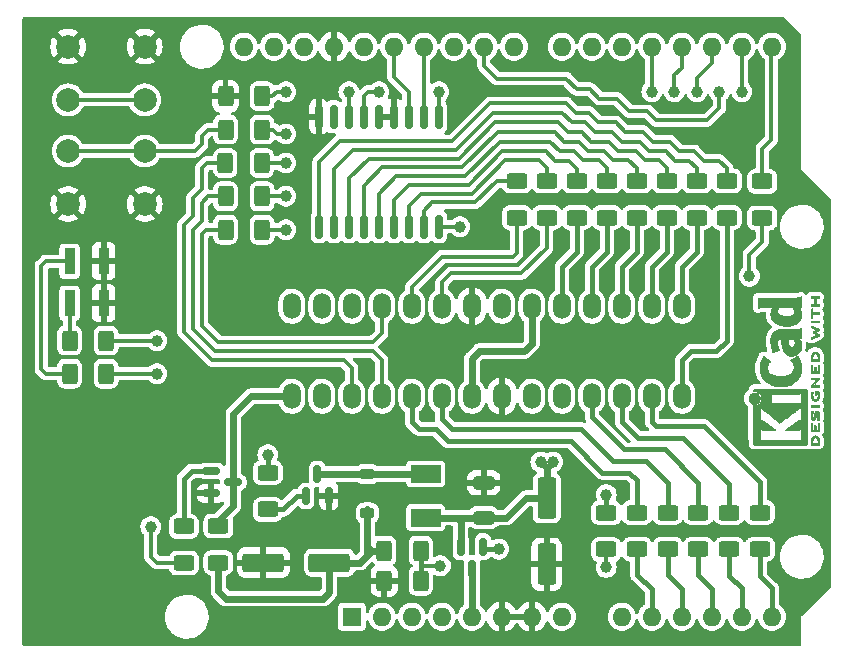
<source format=gbr>
%TF.GenerationSoftware,KiCad,Pcbnew,(7.0.0)*%
%TF.CreationDate,2023-03-08T16:41:04-05:00*%
%TF.ProjectId,RESTORE_AVR_FUSES_SPI,52455354-4f52-4455-9f41-56525f465553,rev?*%
%TF.SameCoordinates,Original*%
%TF.FileFunction,Copper,L1,Top*%
%TF.FilePolarity,Positive*%
%FSLAX46Y46*%
G04 Gerber Fmt 4.6, Leading zero omitted, Abs format (unit mm)*
G04 Created by KiCad (PCBNEW (7.0.0)) date 2023-03-08 16:41:04*
%MOMM*%
%LPD*%
G01*
G04 APERTURE LIST*
G04 Aperture macros list*
%AMRoundRect*
0 Rectangle with rounded corners*
0 $1 Rounding radius*
0 $2 $3 $4 $5 $6 $7 $8 $9 X,Y pos of 4 corners*
0 Add a 4 corners polygon primitive as box body*
4,1,4,$2,$3,$4,$5,$6,$7,$8,$9,$2,$3,0*
0 Add four circle primitives for the rounded corners*
1,1,$1+$1,$2,$3*
1,1,$1+$1,$4,$5*
1,1,$1+$1,$6,$7*
1,1,$1+$1,$8,$9*
0 Add four rect primitives between the rounded corners*
20,1,$1+$1,$2,$3,$4,$5,0*
20,1,$1+$1,$4,$5,$6,$7,0*
20,1,$1+$1,$6,$7,$8,$9,0*
20,1,$1+$1,$8,$9,$2,$3,0*%
G04 Aperture macros list end*
%TA.AperFunction,EtchedComponent*%
%ADD10C,0.010000*%
%TD*%
%TA.AperFunction,SMDPad,CuDef*%
%ADD11RoundRect,0.250000X-0.400000X-0.625000X0.400000X-0.625000X0.400000X0.625000X-0.400000X0.625000X0*%
%TD*%
%TA.AperFunction,ComponentPad*%
%ADD12C,2.000000*%
%TD*%
%TA.AperFunction,ComponentPad*%
%ADD13R,1.600000X1.600000*%
%TD*%
%TA.AperFunction,ComponentPad*%
%ADD14O,1.600000X1.600000*%
%TD*%
%TA.AperFunction,SMDPad,CuDef*%
%ADD15RoundRect,0.250000X0.400000X0.625000X-0.400000X0.625000X-0.400000X-0.625000X0.400000X-0.625000X0*%
%TD*%
%TA.AperFunction,SMDPad,CuDef*%
%ADD16RoundRect,0.250000X-0.625000X0.400000X-0.625000X-0.400000X0.625000X-0.400000X0.625000X0.400000X0*%
%TD*%
%TA.AperFunction,SMDPad,CuDef*%
%ADD17R,0.950000X2.200000*%
%TD*%
%TA.AperFunction,SMDPad,CuDef*%
%ADD18RoundRect,0.250000X0.625000X-0.400000X0.625000X0.400000X-0.625000X0.400000X-0.625000X-0.400000X0*%
%TD*%
%TA.AperFunction,SMDPad,CuDef*%
%ADD19RoundRect,0.150000X-0.150000X0.587500X-0.150000X-0.587500X0.150000X-0.587500X0.150000X0.587500X0*%
%TD*%
%TA.AperFunction,SMDPad,CuDef*%
%ADD20RoundRect,0.250000X0.650000X-0.325000X0.650000X0.325000X-0.650000X0.325000X-0.650000X-0.325000X0*%
%TD*%
%TA.AperFunction,ComponentPad*%
%ADD21O,1.501140X2.199640*%
%TD*%
%TA.AperFunction,SMDPad,CuDef*%
%ADD22RoundRect,0.150000X0.150000X-0.587500X0.150000X0.587500X-0.150000X0.587500X-0.150000X-0.587500X0*%
%TD*%
%TA.AperFunction,SMDPad,CuDef*%
%ADD23R,2.500000X1.500000*%
%TD*%
%TA.AperFunction,SMDPad,CuDef*%
%ADD24RoundRect,0.250000X-0.550000X1.500000X-0.550000X-1.500000X0.550000X-1.500000X0.550000X1.500000X0*%
%TD*%
%TA.AperFunction,SMDPad,CuDef*%
%ADD25RoundRect,0.150000X-0.150000X0.875000X-0.150000X-0.875000X0.150000X-0.875000X0.150000X0.875000X0*%
%TD*%
%TA.AperFunction,SMDPad,CuDef*%
%ADD26RoundRect,0.250000X1.500000X0.550000X-1.500000X0.550000X-1.500000X-0.550000X1.500000X-0.550000X0*%
%TD*%
%TA.AperFunction,SMDPad,CuDef*%
%ADD27RoundRect,0.150000X-0.587500X-0.150000X0.587500X-0.150000X0.587500X0.150000X-0.587500X0.150000X0*%
%TD*%
%TA.AperFunction,SMDPad,CuDef*%
%ADD28RoundRect,0.225000X0.375000X-0.225000X0.375000X0.225000X-0.375000X0.225000X-0.375000X-0.225000X0*%
%TD*%
%TA.AperFunction,ViaPad*%
%ADD29C,1.000000*%
%TD*%
%TA.AperFunction,Conductor*%
%ADD30C,0.406400*%
%TD*%
%TA.AperFunction,Conductor*%
%ADD31C,0.355600*%
%TD*%
%TA.AperFunction,Conductor*%
%ADD32C,0.457200*%
%TD*%
%TA.AperFunction,Conductor*%
%ADD33C,0.558800*%
%TD*%
G04 APERTURE END LIST*
%TO.C,REF\u002A\u002A*%
G36*
X168843830Y-101933107D02*
G01*
X168917932Y-101933471D01*
X168974704Y-101934276D01*
X169016768Y-101935687D01*
X169046748Y-101937867D01*
X169067267Y-101940979D01*
X169080949Y-101945186D01*
X169090416Y-101950652D01*
X169095082Y-101954528D01*
X169115575Y-101985966D01*
X169114739Y-102021767D01*
X169097264Y-102053127D01*
X169075684Y-102079778D01*
X168428227Y-102079778D01*
X168406647Y-102053127D01*
X168390949Y-102027406D01*
X168385067Y-102006400D01*
X168391877Y-101983386D01*
X168406647Y-101959673D01*
X168428227Y-101933022D01*
X168749773Y-101933022D01*
X168843830Y-101933107D01*
G37*
D10*
X168843830Y-101933107D02*
X168917932Y-101933471D01*
X168974704Y-101934276D01*
X169016768Y-101935687D01*
X169046748Y-101937867D01*
X169067267Y-101940979D01*
X169080949Y-101945186D01*
X169090416Y-101950652D01*
X169095082Y-101954528D01*
X169115575Y-101985966D01*
X169114739Y-102021767D01*
X169097264Y-102053127D01*
X169075684Y-102079778D01*
X168428227Y-102079778D01*
X168406647Y-102053127D01*
X168390949Y-102027406D01*
X168385067Y-102006400D01*
X168391877Y-101983386D01*
X168406647Y-101959673D01*
X168428227Y-101933022D01*
X168749773Y-101933022D01*
X168843830Y-101933107D01*
G36*
X168845802Y-109073314D02*
G01*
X168919689Y-109073638D01*
X168976232Y-109074386D01*
X169018049Y-109075732D01*
X169047757Y-109077846D01*
X169067973Y-109080900D01*
X169081314Y-109085066D01*
X169090398Y-109090516D01*
X169096267Y-109095822D01*
X169115947Y-109128826D01*
X169114181Y-109163991D01*
X169092717Y-109195455D01*
X169084337Y-109202684D01*
X169074614Y-109208334D01*
X169060861Y-109212599D01*
X169040389Y-109215673D01*
X169010512Y-109217752D01*
X168968541Y-109219030D01*
X168911789Y-109219701D01*
X168837567Y-109219959D01*
X168753537Y-109220000D01*
X168440485Y-109220000D01*
X168412776Y-109192291D01*
X168389463Y-109158137D01*
X168388623Y-109125006D01*
X168407645Y-109095822D01*
X168415218Y-109089242D01*
X168424987Y-109084079D01*
X168439571Y-109080164D01*
X168461585Y-109077324D01*
X168493648Y-109075387D01*
X168538375Y-109074183D01*
X168598385Y-109073539D01*
X168676294Y-109073284D01*
X168751956Y-109073245D01*
X168845802Y-109073314D01*
G37*
X168845802Y-109073314D02*
X168919689Y-109073638D01*
X168976232Y-109074386D01*
X169018049Y-109075732D01*
X169047757Y-109077846D01*
X169067973Y-109080900D01*
X169081314Y-109085066D01*
X169090398Y-109090516D01*
X169096267Y-109095822D01*
X169115947Y-109128826D01*
X169114181Y-109163991D01*
X169092717Y-109195455D01*
X169084337Y-109202684D01*
X169074614Y-109208334D01*
X169060861Y-109212599D01*
X169040389Y-109215673D01*
X169010512Y-109217752D01*
X168968541Y-109219030D01*
X168911789Y-109219701D01*
X168837567Y-109219959D01*
X168753537Y-109220000D01*
X168440485Y-109220000D01*
X168412776Y-109192291D01*
X168389463Y-109158137D01*
X168388623Y-109125006D01*
X168407645Y-109095822D01*
X168415218Y-109089242D01*
X168424987Y-109084079D01*
X168439571Y-109080164D01*
X168461585Y-109077324D01*
X168493648Y-109075387D01*
X168538375Y-109074183D01*
X168598385Y-109073539D01*
X168676294Y-109073284D01*
X168751956Y-109073245D01*
X168845802Y-109073314D01*
G36*
X163720654Y-108064140D02*
G01*
X163808511Y-108097840D01*
X163887770Y-108148528D01*
X163955836Y-108214345D01*
X164010112Y-108293434D01*
X164048002Y-108383934D01*
X164060426Y-108435200D01*
X164067947Y-108479698D01*
X164070919Y-108513999D01*
X164069094Y-108546960D01*
X164062225Y-108587434D01*
X164055250Y-108620531D01*
X164023741Y-108713947D01*
X163972617Y-108797619D01*
X163903429Y-108869665D01*
X163817728Y-108928200D01*
X163790489Y-108942148D01*
X163754122Y-108958586D01*
X163723582Y-108968894D01*
X163691450Y-108974460D01*
X163650307Y-108976669D01*
X163604222Y-108976948D01*
X163519865Y-108972861D01*
X163450586Y-108959446D01*
X163389961Y-108934256D01*
X163331567Y-108894846D01*
X163287302Y-108856298D01*
X163221484Y-108784406D01*
X163176053Y-108709313D01*
X163148850Y-108626562D01*
X163138576Y-108548928D01*
X163142571Y-108445043D01*
X163166809Y-108348768D01*
X163209641Y-108262184D01*
X163269419Y-108187373D01*
X163344494Y-108126418D01*
X163433220Y-108081399D01*
X163529530Y-108055136D01*
X163626795Y-108049286D01*
X163720654Y-108064140D01*
G37*
X163720654Y-108064140D02*
X163808511Y-108097840D01*
X163887770Y-108148528D01*
X163955836Y-108214345D01*
X164010112Y-108293434D01*
X164048002Y-108383934D01*
X164060426Y-108435200D01*
X164067947Y-108479698D01*
X164070919Y-108513999D01*
X164069094Y-108546960D01*
X164062225Y-108587434D01*
X164055250Y-108620531D01*
X164023741Y-108713947D01*
X163972617Y-108797619D01*
X163903429Y-108869665D01*
X163817728Y-108928200D01*
X163790489Y-108942148D01*
X163754122Y-108958586D01*
X163723582Y-108968894D01*
X163691450Y-108974460D01*
X163650307Y-108976669D01*
X163604222Y-108976948D01*
X163519865Y-108972861D01*
X163450586Y-108959446D01*
X163389961Y-108934256D01*
X163331567Y-108894846D01*
X163287302Y-108856298D01*
X163221484Y-108784406D01*
X163176053Y-108709313D01*
X163148850Y-108626562D01*
X163138576Y-108548928D01*
X163142571Y-108445043D01*
X163166809Y-108348768D01*
X163209641Y-108262184D01*
X163269419Y-108187373D01*
X163344494Y-108126418D01*
X163433220Y-108081399D01*
X163529530Y-108055136D01*
X163626795Y-108049286D01*
X163720654Y-108064140D01*
G36*
X168501826Y-100923289D02*
G01*
X168514089Y-100933652D01*
X168522450Y-100944804D01*
X168527657Y-100960965D01*
X168530457Y-100986358D01*
X168531596Y-101025202D01*
X168531821Y-101081720D01*
X168531822Y-101092820D01*
X168531822Y-101238756D01*
X168802756Y-101238756D01*
X168888154Y-101238852D01*
X168953864Y-101239289D01*
X169002774Y-101240288D01*
X169037773Y-101242072D01*
X169061749Y-101244863D01*
X169077593Y-101248883D01*
X169088191Y-101254355D01*
X169096267Y-101261334D01*
X169116112Y-101294266D01*
X169114548Y-101328646D01*
X169091906Y-101359824D01*
X169089100Y-101362114D01*
X169078492Y-101369571D01*
X169066081Y-101375253D01*
X169048850Y-101379399D01*
X169023784Y-101382250D01*
X168987867Y-101384046D01*
X168938083Y-101385028D01*
X168871417Y-101385436D01*
X168795589Y-101385511D01*
X168531822Y-101385511D01*
X168531822Y-101524873D01*
X168531418Y-101584678D01*
X168529840Y-101626082D01*
X168526547Y-101653252D01*
X168520992Y-101670354D01*
X168512631Y-101681557D01*
X168511178Y-101682917D01*
X168477939Y-101699275D01*
X168440362Y-101697828D01*
X168407645Y-101679022D01*
X168401298Y-101671750D01*
X168396266Y-101662373D01*
X168392396Y-101648391D01*
X168389537Y-101627304D01*
X168387535Y-101596611D01*
X168386239Y-101553811D01*
X168385498Y-101496405D01*
X168385158Y-101421890D01*
X168385068Y-101327767D01*
X168385067Y-101307740D01*
X168385163Y-101208935D01*
X168385542Y-101130228D01*
X168386333Y-101069137D01*
X168387670Y-101023183D01*
X168389683Y-100989886D01*
X168392506Y-100966764D01*
X168396269Y-100951338D01*
X168401105Y-100941129D01*
X168404822Y-100936187D01*
X168437358Y-100910543D01*
X168471138Y-100907441D01*
X168501826Y-100923289D01*
G37*
X168501826Y-100923289D02*
X168514089Y-100933652D01*
X168522450Y-100944804D01*
X168527657Y-100960965D01*
X168530457Y-100986358D01*
X168531596Y-101025202D01*
X168531821Y-101081720D01*
X168531822Y-101092820D01*
X168531822Y-101238756D01*
X168802756Y-101238756D01*
X168888154Y-101238852D01*
X168953864Y-101239289D01*
X169002774Y-101240288D01*
X169037773Y-101242072D01*
X169061749Y-101244863D01*
X169077593Y-101248883D01*
X169088191Y-101254355D01*
X169096267Y-101261334D01*
X169116112Y-101294266D01*
X169114548Y-101328646D01*
X169091906Y-101359824D01*
X169089100Y-101362114D01*
X169078492Y-101369571D01*
X169066081Y-101375253D01*
X169048850Y-101379399D01*
X169023784Y-101382250D01*
X168987867Y-101384046D01*
X168938083Y-101385028D01*
X168871417Y-101385436D01*
X168795589Y-101385511D01*
X168531822Y-101385511D01*
X168531822Y-101524873D01*
X168531418Y-101584678D01*
X168529840Y-101626082D01*
X168526547Y-101653252D01*
X168520992Y-101670354D01*
X168512631Y-101681557D01*
X168511178Y-101682917D01*
X168477939Y-101699275D01*
X168440362Y-101697828D01*
X168407645Y-101679022D01*
X168401298Y-101671750D01*
X168396266Y-101662373D01*
X168392396Y-101648391D01*
X168389537Y-101627304D01*
X168387535Y-101596611D01*
X168386239Y-101553811D01*
X168385498Y-101496405D01*
X168385158Y-101421890D01*
X168385068Y-101327767D01*
X168385067Y-101307740D01*
X168385163Y-101208935D01*
X168385542Y-101130228D01*
X168386333Y-101069137D01*
X168387670Y-101023183D01*
X168389683Y-100989886D01*
X168392506Y-100966764D01*
X168396269Y-100951338D01*
X168401105Y-100941129D01*
X168404822Y-100936187D01*
X168437358Y-100910543D01*
X168471138Y-100907441D01*
X168501826Y-100923289D01*
G36*
X168841799Y-99884162D02*
G01*
X168913840Y-99884505D01*
X168968780Y-99885308D01*
X169009360Y-99886759D01*
X169038317Y-99889048D01*
X169058391Y-99892364D01*
X169072321Y-99896895D01*
X169082845Y-99902831D01*
X169089100Y-99907486D01*
X169113673Y-99938217D01*
X169116341Y-99973504D01*
X169101271Y-100005755D01*
X169092374Y-100016412D01*
X169080557Y-100023536D01*
X169061526Y-100027833D01*
X169030992Y-100030009D01*
X168984662Y-100030772D01*
X168948871Y-100030845D01*
X168814045Y-100030845D01*
X168814045Y-100527556D01*
X168936700Y-100527556D01*
X168992787Y-100528069D01*
X169031333Y-100530124D01*
X169057361Y-100534492D01*
X169075897Y-100541944D01*
X169089100Y-100550953D01*
X169113604Y-100581856D01*
X169116506Y-100616804D01*
X169099089Y-100650262D01*
X169089959Y-100659396D01*
X169077855Y-100665848D01*
X169059001Y-100670103D01*
X169029620Y-100672648D01*
X168985937Y-100673971D01*
X168924175Y-100674557D01*
X168910000Y-100674625D01*
X168793631Y-100675109D01*
X168697727Y-100675359D01*
X168620177Y-100675277D01*
X168558869Y-100674769D01*
X168511690Y-100673738D01*
X168476530Y-100672087D01*
X168451276Y-100669721D01*
X168433817Y-100666543D01*
X168422041Y-100662456D01*
X168413835Y-100657366D01*
X168407645Y-100651734D01*
X168387844Y-100619872D01*
X168390533Y-100586643D01*
X168412776Y-100555265D01*
X168427126Y-100542567D01*
X168442978Y-100534474D01*
X168465554Y-100529958D01*
X168500078Y-100527994D01*
X168551776Y-100527556D01*
X168667289Y-100527556D01*
X168667289Y-100030845D01*
X168548756Y-100030845D01*
X168494148Y-100030338D01*
X168457275Y-100028302D01*
X168433307Y-100023965D01*
X168417415Y-100016553D01*
X168407645Y-100008267D01*
X168387844Y-99976406D01*
X168390533Y-99943177D01*
X168412776Y-99911798D01*
X168440485Y-99884089D01*
X168749920Y-99884089D01*
X168841799Y-99884162D01*
G37*
X168841799Y-99884162D02*
X168913840Y-99884505D01*
X168968780Y-99885308D01*
X169009360Y-99886759D01*
X169038317Y-99889048D01*
X169058391Y-99892364D01*
X169072321Y-99896895D01*
X169082845Y-99902831D01*
X169089100Y-99907486D01*
X169113673Y-99938217D01*
X169116341Y-99973504D01*
X169101271Y-100005755D01*
X169092374Y-100016412D01*
X169080557Y-100023536D01*
X169061526Y-100027833D01*
X169030992Y-100030009D01*
X168984662Y-100030772D01*
X168948871Y-100030845D01*
X168814045Y-100030845D01*
X168814045Y-100527556D01*
X168936700Y-100527556D01*
X168992787Y-100528069D01*
X169031333Y-100530124D01*
X169057361Y-100534492D01*
X169075897Y-100541944D01*
X169089100Y-100550953D01*
X169113604Y-100581856D01*
X169116506Y-100616804D01*
X169099089Y-100650262D01*
X169089959Y-100659396D01*
X169077855Y-100665848D01*
X169059001Y-100670103D01*
X169029620Y-100672648D01*
X168985937Y-100673971D01*
X168924175Y-100674557D01*
X168910000Y-100674625D01*
X168793631Y-100675109D01*
X168697727Y-100675359D01*
X168620177Y-100675277D01*
X168558869Y-100674769D01*
X168511690Y-100673738D01*
X168476530Y-100672087D01*
X168451276Y-100669721D01*
X168433817Y-100666543D01*
X168422041Y-100662456D01*
X168413835Y-100657366D01*
X168407645Y-100651734D01*
X168387844Y-100619872D01*
X168390533Y-100586643D01*
X168412776Y-100555265D01*
X168427126Y-100542567D01*
X168442978Y-100534474D01*
X168465554Y-100529958D01*
X168500078Y-100527994D01*
X168551776Y-100527556D01*
X168667289Y-100527556D01*
X168667289Y-100030845D01*
X168548756Y-100030845D01*
X168494148Y-100030338D01*
X168457275Y-100028302D01*
X168433307Y-100023965D01*
X168417415Y-100016553D01*
X168407645Y-100008267D01*
X168387844Y-99976406D01*
X168390533Y-99943177D01*
X168412776Y-99911798D01*
X168440485Y-99884089D01*
X168749920Y-99884089D01*
X168841799Y-99884162D01*
G36*
X168951021Y-105358332D02*
G01*
X168890311Y-105358950D01*
X168811526Y-105359175D01*
X168749920Y-105359200D01*
X168440485Y-105359200D01*
X168412776Y-105331491D01*
X168401544Y-105319194D01*
X168393853Y-105305897D01*
X168389040Y-105287328D01*
X168386446Y-105259214D01*
X168385410Y-105217283D01*
X168385372Y-105201156D01*
X168531822Y-105201156D01*
X168972089Y-105201156D01*
X168972089Y-105107274D01*
X168970483Y-105052336D01*
X168966255Y-104995940D01*
X168960292Y-104949655D01*
X168959790Y-104946861D01*
X168937736Y-104864652D01*
X168904600Y-104800886D01*
X168858847Y-104753548D01*
X168798939Y-104720618D01*
X168783061Y-104714892D01*
X168758333Y-104709279D01*
X168733902Y-104711709D01*
X168701400Y-104723533D01*
X168685434Y-104730660D01*
X168643006Y-104754000D01*
X168613240Y-104782120D01*
X168592511Y-104813060D01*
X168565537Y-104875034D01*
X168545998Y-104954349D01*
X168534746Y-105046747D01*
X168532270Y-105113667D01*
X168531822Y-105201156D01*
X168385372Y-105201156D01*
X168385270Y-105157263D01*
X168385275Y-105153691D01*
X168389636Y-105024712D01*
X168402861Y-104915009D01*
X168425741Y-104822774D01*
X168459070Y-104746198D01*
X168503638Y-104683473D01*
X168560236Y-104632788D01*
X168629658Y-104592337D01*
X168631351Y-104591541D01*
X168693483Y-104567399D01*
X168748509Y-104558797D01*
X168803887Y-104565769D01*
X168867073Y-104588346D01*
X168876689Y-104592628D01*
X168932966Y-104621828D01*
X168976451Y-104654644D01*
X169013417Y-104696998D01*
X169050135Y-104754810D01*
X169052052Y-104758169D01*
X169076227Y-104808496D01*
X169094282Y-104865379D01*
X169106839Y-104932473D01*
X169114522Y-105013435D01*
X169117953Y-105111918D01*
X169118251Y-105146714D01*
X169118845Y-105312406D01*
X169089100Y-105335803D01*
X169079319Y-105342743D01*
X169067897Y-105348158D01*
X169052095Y-105352235D01*
X169029175Y-105355163D01*
X168996396Y-105357133D01*
X168972089Y-105357775D01*
X168951021Y-105358332D01*
G37*
X168951021Y-105358332D02*
X168890311Y-105358950D01*
X168811526Y-105359175D01*
X168749920Y-105359200D01*
X168440485Y-105359200D01*
X168412776Y-105331491D01*
X168401544Y-105319194D01*
X168393853Y-105305897D01*
X168389040Y-105287328D01*
X168386446Y-105259214D01*
X168385410Y-105217283D01*
X168385372Y-105201156D01*
X168531822Y-105201156D01*
X168972089Y-105201156D01*
X168972089Y-105107274D01*
X168970483Y-105052336D01*
X168966255Y-104995940D01*
X168960292Y-104949655D01*
X168959790Y-104946861D01*
X168937736Y-104864652D01*
X168904600Y-104800886D01*
X168858847Y-104753548D01*
X168798939Y-104720618D01*
X168783061Y-104714892D01*
X168758333Y-104709279D01*
X168733902Y-104711709D01*
X168701400Y-104723533D01*
X168685434Y-104730660D01*
X168643006Y-104754000D01*
X168613240Y-104782120D01*
X168592511Y-104813060D01*
X168565537Y-104875034D01*
X168545998Y-104954349D01*
X168534746Y-105046747D01*
X168532270Y-105113667D01*
X168531822Y-105201156D01*
X168385372Y-105201156D01*
X168385270Y-105157263D01*
X168385275Y-105153691D01*
X168389636Y-105024712D01*
X168402861Y-104915009D01*
X168425741Y-104822774D01*
X168459070Y-104746198D01*
X168503638Y-104683473D01*
X168560236Y-104632788D01*
X168629658Y-104592337D01*
X168631351Y-104591541D01*
X168693483Y-104567399D01*
X168748509Y-104558797D01*
X168803887Y-104565769D01*
X168867073Y-104588346D01*
X168876689Y-104592628D01*
X168932966Y-104621828D01*
X168976451Y-104654644D01*
X169013417Y-104696998D01*
X169050135Y-104754810D01*
X169052052Y-104758169D01*
X169076227Y-104808496D01*
X169094282Y-104865379D01*
X169106839Y-104932473D01*
X169114522Y-105013435D01*
X169117953Y-105111918D01*
X169118251Y-105146714D01*
X169118845Y-105312406D01*
X169089100Y-105335803D01*
X169079319Y-105342743D01*
X169067897Y-105348158D01*
X169052095Y-105352235D01*
X169029175Y-105355163D01*
X168996396Y-105357133D01*
X168972089Y-105357775D01*
X168951021Y-105358332D01*
G36*
X168507851Y-112447260D02*
G01*
X168461055Y-112442998D01*
X168427778Y-112434830D01*
X168405759Y-112421556D01*
X168392739Y-112401974D01*
X168386457Y-112374883D01*
X168384653Y-112339082D01*
X168385066Y-112293371D01*
X168385467Y-112253889D01*
X168386148Y-112225667D01*
X168531808Y-112225667D01*
X168531822Y-112301867D01*
X168972089Y-112301867D01*
X168972004Y-112208734D01*
X168970396Y-112152693D01*
X168966256Y-112093999D01*
X168960464Y-112045028D01*
X168960226Y-112043538D01*
X168941090Y-111964392D01*
X168911287Y-111903002D01*
X168868878Y-111856305D01*
X168822961Y-111826635D01*
X168772026Y-111808353D01*
X168724200Y-111809771D01*
X168672933Y-111830988D01*
X168619899Y-111872489D01*
X168580600Y-111929998D01*
X168554331Y-112004750D01*
X168545035Y-112054708D01*
X168538507Y-112111416D01*
X168533782Y-112171519D01*
X168531817Y-112222639D01*
X168531808Y-112225667D01*
X168386148Y-112225667D01*
X168388259Y-112138200D01*
X168396550Y-112041311D01*
X168411232Y-111959919D01*
X168433193Y-111890723D01*
X168463322Y-111830420D01*
X168502510Y-111775708D01*
X168519532Y-111756167D01*
X168559363Y-111723750D01*
X168613413Y-111694520D01*
X168673323Y-111671991D01*
X168730739Y-111659679D01*
X168751956Y-111658400D01*
X168810769Y-111666417D01*
X168875013Y-111687899D01*
X168935821Y-111718999D01*
X168984330Y-111755866D01*
X168990182Y-111761854D01*
X169031321Y-111812579D01*
X169063435Y-111868125D01*
X169087365Y-111931696D01*
X169103953Y-112006494D01*
X169114041Y-112095722D01*
X169118469Y-112202582D01*
X169118845Y-112251528D01*
X169118545Y-112313762D01*
X169117292Y-112357528D01*
X169114554Y-112386931D01*
X169109801Y-112406079D01*
X169102501Y-112419077D01*
X169096267Y-112426045D01*
X169088694Y-112432626D01*
X169078924Y-112437788D01*
X169064340Y-112441703D01*
X169042326Y-112444543D01*
X169010264Y-112446480D01*
X168965536Y-112447684D01*
X168905526Y-112448328D01*
X168827617Y-112448583D01*
X168751956Y-112448622D01*
X168651041Y-112448870D01*
X168570427Y-112448817D01*
X168531822Y-112447857D01*
X168507851Y-112447260D01*
G37*
X168507851Y-112447260D02*
X168461055Y-112442998D01*
X168427778Y-112434830D01*
X168405759Y-112421556D01*
X168392739Y-112401974D01*
X168386457Y-112374883D01*
X168384653Y-112339082D01*
X168385066Y-112293371D01*
X168385467Y-112253889D01*
X168386148Y-112225667D01*
X168531808Y-112225667D01*
X168531822Y-112301867D01*
X168972089Y-112301867D01*
X168972004Y-112208734D01*
X168970396Y-112152693D01*
X168966256Y-112093999D01*
X168960464Y-112045028D01*
X168960226Y-112043538D01*
X168941090Y-111964392D01*
X168911287Y-111903002D01*
X168868878Y-111856305D01*
X168822961Y-111826635D01*
X168772026Y-111808353D01*
X168724200Y-111809771D01*
X168672933Y-111830988D01*
X168619899Y-111872489D01*
X168580600Y-111929998D01*
X168554331Y-112004750D01*
X168545035Y-112054708D01*
X168538507Y-112111416D01*
X168533782Y-112171519D01*
X168531817Y-112222639D01*
X168531808Y-112225667D01*
X168386148Y-112225667D01*
X168388259Y-112138200D01*
X168396550Y-112041311D01*
X168411232Y-111959919D01*
X168433193Y-111890723D01*
X168463322Y-111830420D01*
X168502510Y-111775708D01*
X168519532Y-111756167D01*
X168559363Y-111723750D01*
X168613413Y-111694520D01*
X168673323Y-111671991D01*
X168730739Y-111659679D01*
X168751956Y-111658400D01*
X168810769Y-111666417D01*
X168875013Y-111687899D01*
X168935821Y-111718999D01*
X168984330Y-111755866D01*
X168990182Y-111761854D01*
X169031321Y-111812579D01*
X169063435Y-111868125D01*
X169087365Y-111931696D01*
X169103953Y-112006494D01*
X169114041Y-112095722D01*
X169118469Y-112202582D01*
X169118845Y-112251528D01*
X169118545Y-112313762D01*
X169117292Y-112357528D01*
X169114554Y-112386931D01*
X169109801Y-112406079D01*
X169102501Y-112419077D01*
X169096267Y-112426045D01*
X169088694Y-112432626D01*
X169078924Y-112437788D01*
X169064340Y-112441703D01*
X169042326Y-112444543D01*
X169010264Y-112446480D01*
X168965536Y-112447684D01*
X168905526Y-112448328D01*
X168827617Y-112448583D01*
X168751956Y-112448622D01*
X168651041Y-112448870D01*
X168570427Y-112448817D01*
X168531822Y-112447857D01*
X168507851Y-112447260D01*
G36*
X168964161Y-106760113D02*
G01*
X169005342Y-106761032D01*
X169034803Y-106762887D01*
X169055255Y-106765839D01*
X169069413Y-106770050D01*
X169079991Y-106775682D01*
X169088474Y-106781927D01*
X169104207Y-106795439D01*
X169114636Y-106808883D01*
X169118639Y-106824124D01*
X169115094Y-106843026D01*
X169102879Y-106867455D01*
X169080871Y-106899273D01*
X169047949Y-106940348D01*
X169002991Y-106992542D01*
X168944875Y-107057722D01*
X168878099Y-107131556D01*
X168637458Y-107396845D01*
X168856589Y-107402489D01*
X168932128Y-107404531D01*
X168988354Y-107406502D01*
X169028524Y-107408839D01*
X169055896Y-107411981D01*
X169073728Y-107416364D01*
X169085279Y-107422424D01*
X169093807Y-107430600D01*
X169097282Y-107434784D01*
X169116372Y-107471765D01*
X169113493Y-107506708D01*
X169089100Y-107537136D01*
X169079286Y-107544097D01*
X169067826Y-107549523D01*
X169051968Y-107553603D01*
X169028963Y-107556529D01*
X168996062Y-107558492D01*
X168950516Y-107559683D01*
X168889573Y-107560292D01*
X168810486Y-107560511D01*
X168751956Y-107560534D01*
X168660407Y-107560460D01*
X168588687Y-107560113D01*
X168534045Y-107559301D01*
X168493732Y-107557833D01*
X168464998Y-107555519D01*
X168445093Y-107552167D01*
X168431268Y-107547588D01*
X168420772Y-107541589D01*
X168414811Y-107537136D01*
X168400691Y-107525850D01*
X168390029Y-107515301D01*
X168383892Y-107503893D01*
X168383343Y-107490030D01*
X168389448Y-107472114D01*
X168403273Y-107448548D01*
X168425881Y-107417735D01*
X168458338Y-107378078D01*
X168501708Y-107327980D01*
X168557058Y-107265843D01*
X168625451Y-107190072D01*
X168704084Y-107103334D01*
X168867878Y-106922711D01*
X168648029Y-106917067D01*
X168572351Y-106915029D01*
X168515994Y-106913063D01*
X168475706Y-106910734D01*
X168448235Y-106907606D01*
X168430329Y-106903245D01*
X168418737Y-106897216D01*
X168410208Y-106889084D01*
X168406623Y-106884772D01*
X168387670Y-106850241D01*
X168390441Y-106817383D01*
X168406633Y-106791318D01*
X168428199Y-106764667D01*
X168743151Y-106761352D01*
X168835779Y-106760435D01*
X168908544Y-106759968D01*
X168964161Y-106760113D01*
G37*
X168964161Y-106760113D02*
X169005342Y-106761032D01*
X169034803Y-106762887D01*
X169055255Y-106765839D01*
X169069413Y-106770050D01*
X169079991Y-106775682D01*
X169088474Y-106781927D01*
X169104207Y-106795439D01*
X169114636Y-106808883D01*
X169118639Y-106824124D01*
X169115094Y-106843026D01*
X169102879Y-106867455D01*
X169080871Y-106899273D01*
X169047949Y-106940348D01*
X169002991Y-106992542D01*
X168944875Y-107057722D01*
X168878099Y-107131556D01*
X168637458Y-107396845D01*
X168856589Y-107402489D01*
X168932128Y-107404531D01*
X168988354Y-107406502D01*
X169028524Y-107408839D01*
X169055896Y-107411981D01*
X169073728Y-107416364D01*
X169085279Y-107422424D01*
X169093807Y-107430600D01*
X169097282Y-107434784D01*
X169116372Y-107471765D01*
X169113493Y-107506708D01*
X169089100Y-107537136D01*
X169079286Y-107544097D01*
X169067826Y-107549523D01*
X169051968Y-107553603D01*
X169028963Y-107556529D01*
X168996062Y-107558492D01*
X168950516Y-107559683D01*
X168889573Y-107560292D01*
X168810486Y-107560511D01*
X168751956Y-107560534D01*
X168660407Y-107560460D01*
X168588687Y-107560113D01*
X168534045Y-107559301D01*
X168493732Y-107557833D01*
X168464998Y-107555519D01*
X168445093Y-107552167D01*
X168431268Y-107547588D01*
X168420772Y-107541589D01*
X168414811Y-107537136D01*
X168400691Y-107525850D01*
X168390029Y-107515301D01*
X168383892Y-107503893D01*
X168383343Y-107490030D01*
X168389448Y-107472114D01*
X168403273Y-107448548D01*
X168425881Y-107417735D01*
X168458338Y-107378078D01*
X168501708Y-107327980D01*
X168557058Y-107265843D01*
X168625451Y-107190072D01*
X168704084Y-107103334D01*
X168867878Y-106922711D01*
X168648029Y-106917067D01*
X168572351Y-106915029D01*
X168515994Y-106913063D01*
X168475706Y-106910734D01*
X168448235Y-106907606D01*
X168430329Y-106903245D01*
X168418737Y-106897216D01*
X168410208Y-106889084D01*
X168406623Y-106884772D01*
X168387670Y-106850241D01*
X168390441Y-106817383D01*
X168406633Y-106791318D01*
X168428199Y-106764667D01*
X168743151Y-106761352D01*
X168835779Y-106760435D01*
X168908544Y-106759968D01*
X168964161Y-106760113D01*
G36*
X168955535Y-107900609D02*
G01*
X169002786Y-107904848D01*
X169028012Y-107911936D01*
X169029988Y-107913311D01*
X169061508Y-107952228D01*
X169086470Y-108009286D01*
X169104340Y-108080869D01*
X169114586Y-108163358D01*
X169116673Y-108253139D01*
X169110068Y-108346592D01*
X169101956Y-108401556D01*
X169077554Y-108487766D01*
X169037662Y-108567892D01*
X168985887Y-108634977D01*
X168975539Y-108645173D01*
X168932035Y-108678302D01*
X168878118Y-108708194D01*
X168821592Y-108731357D01*
X168770259Y-108744298D01*
X168750544Y-108745858D01*
X168709419Y-108739218D01*
X168658252Y-108721568D01*
X168604394Y-108696297D01*
X168555195Y-108666789D01*
X168522334Y-108640719D01*
X168473452Y-108579765D01*
X168434545Y-108500969D01*
X168406494Y-108407157D01*
X168390179Y-108301150D01*
X168386192Y-108204000D01*
X168390599Y-108122081D01*
X168402095Y-108053565D01*
X168419967Y-108000943D01*
X168443499Y-107966708D01*
X168456924Y-107957379D01*
X168488148Y-107947893D01*
X168516395Y-107954277D01*
X168543182Y-107974430D01*
X168555713Y-108005745D01*
X168554696Y-108051183D01*
X168547906Y-108086326D01*
X168534971Y-108164419D01*
X168533742Y-108244226D01*
X168544241Y-108333555D01*
X168548690Y-108358229D01*
X168572108Y-108441291D01*
X168606945Y-108506273D01*
X168652604Y-108552461D01*
X168708494Y-108579145D01*
X168737388Y-108584663D01*
X168796012Y-108581051D01*
X168847879Y-108557729D01*
X168891978Y-108516824D01*
X168927299Y-108460459D01*
X168952829Y-108390760D01*
X168967559Y-108309852D01*
X168970478Y-108219860D01*
X168960575Y-108122910D01*
X168959641Y-108117436D01*
X168952459Y-108078875D01*
X168945521Y-108057494D01*
X168935227Y-108048227D01*
X168917976Y-108046006D01*
X168908841Y-108045956D01*
X168870489Y-108045956D01*
X168870489Y-108114431D01*
X168866347Y-108174900D01*
X168853147Y-108216165D01*
X168829730Y-108240175D01*
X168794936Y-108248877D01*
X168790394Y-108248983D01*
X168760654Y-108243892D01*
X168739419Y-108226433D01*
X168725366Y-108193939D01*
X168717173Y-108143743D01*
X168714161Y-108095123D01*
X168712433Y-108024456D01*
X168715070Y-107973198D01*
X168724800Y-107938239D01*
X168744353Y-107916470D01*
X168776456Y-107904780D01*
X168823838Y-107900060D01*
X168886071Y-107899200D01*
X168955535Y-107900609D01*
G37*
X168955535Y-107900609D02*
X169002786Y-107904848D01*
X169028012Y-107911936D01*
X169029988Y-107913311D01*
X169061508Y-107952228D01*
X169086470Y-108009286D01*
X169104340Y-108080869D01*
X169114586Y-108163358D01*
X169116673Y-108253139D01*
X169110068Y-108346592D01*
X169101956Y-108401556D01*
X169077554Y-108487766D01*
X169037662Y-108567892D01*
X168985887Y-108634977D01*
X168975539Y-108645173D01*
X168932035Y-108678302D01*
X168878118Y-108708194D01*
X168821592Y-108731357D01*
X168770259Y-108744298D01*
X168750544Y-108745858D01*
X168709419Y-108739218D01*
X168658252Y-108721568D01*
X168604394Y-108696297D01*
X168555195Y-108666789D01*
X168522334Y-108640719D01*
X168473452Y-108579765D01*
X168434545Y-108500969D01*
X168406494Y-108407157D01*
X168390179Y-108301150D01*
X168386192Y-108204000D01*
X168390599Y-108122081D01*
X168402095Y-108053565D01*
X168419967Y-108000943D01*
X168443499Y-107966708D01*
X168456924Y-107957379D01*
X168488148Y-107947893D01*
X168516395Y-107954277D01*
X168543182Y-107974430D01*
X168555713Y-108005745D01*
X168554696Y-108051183D01*
X168547906Y-108086326D01*
X168534971Y-108164419D01*
X168533742Y-108244226D01*
X168544241Y-108333555D01*
X168548690Y-108358229D01*
X168572108Y-108441291D01*
X168606945Y-108506273D01*
X168652604Y-108552461D01*
X168708494Y-108579145D01*
X168737388Y-108584663D01*
X168796012Y-108581051D01*
X168847879Y-108557729D01*
X168891978Y-108516824D01*
X168927299Y-108460459D01*
X168952829Y-108390760D01*
X168967559Y-108309852D01*
X168970478Y-108219860D01*
X168960575Y-108122910D01*
X168959641Y-108117436D01*
X168952459Y-108078875D01*
X168945521Y-108057494D01*
X168935227Y-108048227D01*
X168917976Y-108046006D01*
X168908841Y-108045956D01*
X168870489Y-108045956D01*
X168870489Y-108114431D01*
X168866347Y-108174900D01*
X168853147Y-108216165D01*
X168829730Y-108240175D01*
X168794936Y-108248877D01*
X168790394Y-108248983D01*
X168760654Y-108243892D01*
X168739419Y-108226433D01*
X168725366Y-108193939D01*
X168717173Y-108143743D01*
X168714161Y-108095123D01*
X168712433Y-108024456D01*
X168715070Y-107973198D01*
X168724800Y-107938239D01*
X168744353Y-107916470D01*
X168776456Y-107904780D01*
X168823838Y-107900060D01*
X168886071Y-107899200D01*
X168955535Y-107900609D01*
G36*
X168479992Y-105698869D02*
G01*
X168497503Y-105703604D01*
X168510574Y-105714667D01*
X168519913Y-105734652D01*
X168526227Y-105766154D01*
X168530222Y-105811768D01*
X168532606Y-105874087D01*
X168534086Y-105955707D01*
X168534414Y-105980723D01*
X168537467Y-106222800D01*
X168602378Y-106226186D01*
X168667289Y-106229571D01*
X168667289Y-106061424D01*
X168667531Y-105995734D01*
X168668556Y-105948828D01*
X168670811Y-105916917D01*
X168674742Y-105896209D01*
X168680798Y-105882916D01*
X168689424Y-105873245D01*
X168689493Y-105873183D01*
X168723112Y-105855644D01*
X168759448Y-105856278D01*
X168790423Y-105874686D01*
X168793607Y-105878329D01*
X168801812Y-105891259D01*
X168807521Y-105908976D01*
X168811162Y-105935430D01*
X168813167Y-105974568D01*
X168813964Y-106030338D01*
X168814045Y-106066006D01*
X168814045Y-106228445D01*
X168972089Y-106228445D01*
X168972089Y-105981839D01*
X168972231Y-105900420D01*
X168972814Y-105838590D01*
X168974068Y-105793363D01*
X168976227Y-105761752D01*
X168979523Y-105740769D01*
X168984189Y-105727427D01*
X168990457Y-105718739D01*
X168992733Y-105716550D01*
X169024280Y-105700386D01*
X169060168Y-105699203D01*
X169091285Y-105712464D01*
X169101271Y-105722957D01*
X169106769Y-105733871D01*
X169111022Y-105750783D01*
X169114180Y-105776367D01*
X169116392Y-105813299D01*
X169117806Y-105864254D01*
X169118572Y-105931906D01*
X169118838Y-106018931D01*
X169118845Y-106038606D01*
X169118787Y-106127089D01*
X169118467Y-106195773D01*
X169117667Y-106247436D01*
X169116167Y-106284855D01*
X169113749Y-106310810D01*
X169110194Y-106328078D01*
X169105282Y-106339438D01*
X169098795Y-106347668D01*
X169094138Y-106352183D01*
X169085889Y-106358979D01*
X169075669Y-106364288D01*
X169060800Y-106368294D01*
X169038602Y-106371179D01*
X169006393Y-106373126D01*
X168961496Y-106374319D01*
X168901228Y-106374939D01*
X168822911Y-106375171D01*
X168756994Y-106375200D01*
X168664628Y-106375129D01*
X168592117Y-106374792D01*
X168536737Y-106374002D01*
X168495765Y-106372574D01*
X168466478Y-106370321D01*
X168446153Y-106367057D01*
X168432066Y-106362596D01*
X168421495Y-106356752D01*
X168414811Y-106351803D01*
X168385067Y-106328406D01*
X168385067Y-106038226D01*
X168385260Y-105941657D01*
X168386174Y-105865299D01*
X168388311Y-105806783D01*
X168392175Y-105763745D01*
X168398267Y-105733817D01*
X168407090Y-105714632D01*
X168419146Y-105703824D01*
X168434939Y-105699027D01*
X168454970Y-105697873D01*
X168457335Y-105697867D01*
X168479992Y-105698869D01*
G37*
X168479992Y-105698869D02*
X168497503Y-105703604D01*
X168510574Y-105714667D01*
X168519913Y-105734652D01*
X168526227Y-105766154D01*
X168530222Y-105811768D01*
X168532606Y-105874087D01*
X168534086Y-105955707D01*
X168534414Y-105980723D01*
X168537467Y-106222800D01*
X168602378Y-106226186D01*
X168667289Y-106229571D01*
X168667289Y-106061424D01*
X168667531Y-105995734D01*
X168668556Y-105948828D01*
X168670811Y-105916917D01*
X168674742Y-105896209D01*
X168680798Y-105882916D01*
X168689424Y-105873245D01*
X168689493Y-105873183D01*
X168723112Y-105855644D01*
X168759448Y-105856278D01*
X168790423Y-105874686D01*
X168793607Y-105878329D01*
X168801812Y-105891259D01*
X168807521Y-105908976D01*
X168811162Y-105935430D01*
X168813167Y-105974568D01*
X168813964Y-106030338D01*
X168814045Y-106066006D01*
X168814045Y-106228445D01*
X168972089Y-106228445D01*
X168972089Y-105981839D01*
X168972231Y-105900420D01*
X168972814Y-105838590D01*
X168974068Y-105793363D01*
X168976227Y-105761752D01*
X168979523Y-105740769D01*
X168984189Y-105727427D01*
X168990457Y-105718739D01*
X168992733Y-105716550D01*
X169024280Y-105700386D01*
X169060168Y-105699203D01*
X169091285Y-105712464D01*
X169101271Y-105722957D01*
X169106769Y-105733871D01*
X169111022Y-105750783D01*
X169114180Y-105776367D01*
X169116392Y-105813299D01*
X169117806Y-105864254D01*
X169118572Y-105931906D01*
X169118838Y-106018931D01*
X169118845Y-106038606D01*
X169118787Y-106127089D01*
X169118467Y-106195773D01*
X169117667Y-106247436D01*
X169116167Y-106284855D01*
X169113749Y-106310810D01*
X169110194Y-106328078D01*
X169105282Y-106339438D01*
X169098795Y-106347668D01*
X169094138Y-106352183D01*
X169085889Y-106358979D01*
X169075669Y-106364288D01*
X169060800Y-106368294D01*
X169038602Y-106371179D01*
X169006393Y-106373126D01*
X168961496Y-106374319D01*
X168901228Y-106374939D01*
X168822911Y-106375171D01*
X168756994Y-106375200D01*
X168664628Y-106375129D01*
X168592117Y-106374792D01*
X168536737Y-106374002D01*
X168495765Y-106372574D01*
X168466478Y-106370321D01*
X168446153Y-106367057D01*
X168432066Y-106362596D01*
X168421495Y-106356752D01*
X168414811Y-106351803D01*
X168385067Y-106328406D01*
X168385067Y-106038226D01*
X168385260Y-105941657D01*
X168386174Y-105865299D01*
X168388311Y-105806783D01*
X168392175Y-105763745D01*
X168398267Y-105733817D01*
X168407090Y-105714632D01*
X168419146Y-105703824D01*
X168434939Y-105699027D01*
X168454970Y-105697873D01*
X168457335Y-105697867D01*
X168479992Y-105698869D01*
G36*
X169074667Y-110638963D02*
G01*
X169096267Y-110653689D01*
X169103066Y-110661546D01*
X169108346Y-110671688D01*
X169112298Y-110686844D01*
X169115113Y-110709741D01*
X169116982Y-110743109D01*
X169118098Y-110789675D01*
X169118651Y-110852167D01*
X169118833Y-110933314D01*
X169118845Y-110975422D01*
X169118765Y-111065598D01*
X169118398Y-111135924D01*
X169117552Y-111189129D01*
X169116036Y-111227940D01*
X169113659Y-111255087D01*
X169110229Y-111273298D01*
X169105554Y-111285300D01*
X169099444Y-111293822D01*
X169096267Y-111297156D01*
X169088670Y-111303755D01*
X169078870Y-111308927D01*
X169064239Y-111312846D01*
X169042152Y-111315684D01*
X169009982Y-111317615D01*
X168965103Y-111318812D01*
X168904889Y-111319448D01*
X168826713Y-111319697D01*
X168753923Y-111319734D01*
X168660707Y-111319700D01*
X168587431Y-111319465D01*
X168531458Y-111318830D01*
X168490151Y-111317594D01*
X168460872Y-111315556D01*
X168440984Y-111312517D01*
X168427850Y-111308277D01*
X168418832Y-111302635D01*
X168411293Y-111295391D01*
X168409612Y-111293606D01*
X168402172Y-111284945D01*
X168396409Y-111274882D01*
X168392112Y-111260625D01*
X168389064Y-111239383D01*
X168387051Y-111208364D01*
X168385860Y-111164777D01*
X168385275Y-111105831D01*
X168385083Y-111028734D01*
X168385067Y-110974001D01*
X168385146Y-110884794D01*
X168385518Y-110815386D01*
X168386385Y-110762997D01*
X168387946Y-110724847D01*
X168390403Y-110698159D01*
X168393957Y-110680153D01*
X168398810Y-110668049D01*
X168405161Y-110659069D01*
X168408084Y-110655818D01*
X168439142Y-110636043D01*
X168474828Y-110632482D01*
X168506510Y-110645491D01*
X168512913Y-110651506D01*
X168519121Y-110661235D01*
X168523910Y-110676901D01*
X168527514Y-110701408D01*
X168530164Y-110737661D01*
X168532095Y-110788565D01*
X168533539Y-110857026D01*
X168534418Y-110919617D01*
X168537467Y-111167334D01*
X168602378Y-111170719D01*
X168667289Y-111174105D01*
X168667289Y-111005958D01*
X168667919Y-110932959D01*
X168670553Y-110879517D01*
X168676309Y-110842628D01*
X168686304Y-110819288D01*
X168701656Y-110806494D01*
X168723482Y-110801242D01*
X168743738Y-110800445D01*
X168768592Y-110802923D01*
X168786906Y-110812277D01*
X168799637Y-110831383D01*
X168807741Y-110863118D01*
X168812176Y-110910359D01*
X168813899Y-110975983D01*
X168814045Y-111011801D01*
X168814045Y-111172978D01*
X168972089Y-111172978D01*
X168972089Y-110924622D01*
X168972202Y-110843213D01*
X168972712Y-110781342D01*
X168973870Y-110735968D01*
X168975930Y-110704054D01*
X168979146Y-110682559D01*
X168983772Y-110668443D01*
X168990059Y-110658668D01*
X168994667Y-110653689D01*
X169021560Y-110636610D01*
X169045467Y-110631111D01*
X169074667Y-110638963D01*
G37*
X169074667Y-110638963D02*
X169096267Y-110653689D01*
X169103066Y-110661546D01*
X169108346Y-110671688D01*
X169112298Y-110686844D01*
X169115113Y-110709741D01*
X169116982Y-110743109D01*
X169118098Y-110789675D01*
X169118651Y-110852167D01*
X169118833Y-110933314D01*
X169118845Y-110975422D01*
X169118765Y-111065598D01*
X169118398Y-111135924D01*
X169117552Y-111189129D01*
X169116036Y-111227940D01*
X169113659Y-111255087D01*
X169110229Y-111273298D01*
X169105554Y-111285300D01*
X169099444Y-111293822D01*
X169096267Y-111297156D01*
X169088670Y-111303755D01*
X169078870Y-111308927D01*
X169064239Y-111312846D01*
X169042152Y-111315684D01*
X169009982Y-111317615D01*
X168965103Y-111318812D01*
X168904889Y-111319448D01*
X168826713Y-111319697D01*
X168753923Y-111319734D01*
X168660707Y-111319700D01*
X168587431Y-111319465D01*
X168531458Y-111318830D01*
X168490151Y-111317594D01*
X168460872Y-111315556D01*
X168440984Y-111312517D01*
X168427850Y-111308277D01*
X168418832Y-111302635D01*
X168411293Y-111295391D01*
X168409612Y-111293606D01*
X168402172Y-111284945D01*
X168396409Y-111274882D01*
X168392112Y-111260625D01*
X168389064Y-111239383D01*
X168387051Y-111208364D01*
X168385860Y-111164777D01*
X168385275Y-111105831D01*
X168385083Y-111028734D01*
X168385067Y-110974001D01*
X168385146Y-110884794D01*
X168385518Y-110815386D01*
X168386385Y-110762997D01*
X168387946Y-110724847D01*
X168390403Y-110698159D01*
X168393957Y-110680153D01*
X168398810Y-110668049D01*
X168405161Y-110659069D01*
X168408084Y-110655818D01*
X168439142Y-110636043D01*
X168474828Y-110632482D01*
X168506510Y-110645491D01*
X168512913Y-110651506D01*
X168519121Y-110661235D01*
X168523910Y-110676901D01*
X168527514Y-110701408D01*
X168530164Y-110737661D01*
X168532095Y-110788565D01*
X168533539Y-110857026D01*
X168534418Y-110919617D01*
X168537467Y-111167334D01*
X168602378Y-111170719D01*
X168667289Y-111174105D01*
X168667289Y-111005958D01*
X168667919Y-110932959D01*
X168670553Y-110879517D01*
X168676309Y-110842628D01*
X168686304Y-110819288D01*
X168701656Y-110806494D01*
X168723482Y-110801242D01*
X168743738Y-110800445D01*
X168768592Y-110802923D01*
X168786906Y-110812277D01*
X168799637Y-110831383D01*
X168807741Y-110863118D01*
X168812176Y-110910359D01*
X168813899Y-110975983D01*
X168814045Y-111011801D01*
X168814045Y-111172978D01*
X168972089Y-111172978D01*
X168972089Y-110924622D01*
X168972202Y-110843213D01*
X168972712Y-110781342D01*
X168973870Y-110735968D01*
X168975930Y-110704054D01*
X168979146Y-110682559D01*
X168983772Y-110668443D01*
X168990059Y-110658668D01*
X168994667Y-110653689D01*
X169021560Y-110636610D01*
X169045467Y-110631111D01*
X169074667Y-110638963D01*
G36*
X168458361Y-102363004D02*
G01*
X168476895Y-102367039D01*
X168503257Y-102375854D01*
X168539752Y-102390331D01*
X168588687Y-102411355D01*
X168652365Y-102439812D01*
X168733093Y-102476585D01*
X168777216Y-102496825D01*
X168855985Y-102533375D01*
X168928423Y-102567685D01*
X168991880Y-102598448D01*
X169043708Y-102624352D01*
X169081259Y-102644090D01*
X169101884Y-102656350D01*
X169104733Y-102658776D01*
X169117302Y-102689817D01*
X169115619Y-102724879D01*
X169100332Y-102753000D01*
X169099089Y-102754146D01*
X169082154Y-102765332D01*
X169049170Y-102784096D01*
X169004380Y-102808125D01*
X168952032Y-102835103D01*
X168932742Y-102844799D01*
X168786150Y-102917986D01*
X168945393Y-102997760D01*
X169000415Y-103026233D01*
X169048132Y-103052650D01*
X169084893Y-103074852D01*
X169107044Y-103090681D01*
X169111741Y-103096046D01*
X169118102Y-103137743D01*
X169104733Y-103172151D01*
X169090446Y-103182272D01*
X169058692Y-103199786D01*
X169012597Y-103223265D01*
X168955285Y-103251280D01*
X168889880Y-103282401D01*
X168819507Y-103315201D01*
X168747291Y-103348250D01*
X168676355Y-103380119D01*
X168609825Y-103409381D01*
X168550826Y-103434605D01*
X168502481Y-103454364D01*
X168467915Y-103467228D01*
X168450253Y-103471769D01*
X168449613Y-103471723D01*
X168427388Y-103460674D01*
X168404753Y-103438590D01*
X168403768Y-103437290D01*
X168388425Y-103410147D01*
X168388574Y-103385042D01*
X168391466Y-103375632D01*
X168397718Y-103364166D01*
X168410014Y-103351990D01*
X168430908Y-103337643D01*
X168462949Y-103319664D01*
X168508688Y-103296593D01*
X168570677Y-103266970D01*
X168627898Y-103240255D01*
X168694226Y-103209520D01*
X168753874Y-103181979D01*
X168803725Y-103159062D01*
X168840664Y-103142202D01*
X168861573Y-103132827D01*
X168864845Y-103131460D01*
X168859497Y-103125311D01*
X168837109Y-103111178D01*
X168800946Y-103090943D01*
X168754277Y-103066485D01*
X168735022Y-103056752D01*
X168670004Y-103023783D01*
X168622654Y-102998357D01*
X168590219Y-102978388D01*
X168569946Y-102961790D01*
X168559082Y-102946476D01*
X168554875Y-102930360D01*
X168554400Y-102919857D01*
X168556042Y-102901330D01*
X168562831Y-102885096D01*
X168577566Y-102868965D01*
X168603044Y-102850749D01*
X168642061Y-102828261D01*
X168697414Y-102799311D01*
X168728903Y-102783338D01*
X168779087Y-102757430D01*
X168820704Y-102734833D01*
X168850242Y-102717542D01*
X168864189Y-102707550D01*
X168864770Y-102706191D01*
X168853793Y-102699739D01*
X168825290Y-102685292D01*
X168782244Y-102664297D01*
X168727638Y-102638203D01*
X168664454Y-102608454D01*
X168633071Y-102593820D01*
X168552078Y-102555750D01*
X168489756Y-102525095D01*
X168444071Y-102500263D01*
X168412989Y-102479663D01*
X168394478Y-102461702D01*
X168386504Y-102444790D01*
X168387034Y-102427335D01*
X168394035Y-102407745D01*
X168394377Y-102406990D01*
X168414678Y-102380387D01*
X168435561Y-102365730D01*
X168445352Y-102362862D01*
X168458361Y-102363004D01*
G37*
X168458361Y-102363004D02*
X168476895Y-102367039D01*
X168503257Y-102375854D01*
X168539752Y-102390331D01*
X168588687Y-102411355D01*
X168652365Y-102439812D01*
X168733093Y-102476585D01*
X168777216Y-102496825D01*
X168855985Y-102533375D01*
X168928423Y-102567685D01*
X168991880Y-102598448D01*
X169043708Y-102624352D01*
X169081259Y-102644090D01*
X169101884Y-102656350D01*
X169104733Y-102658776D01*
X169117302Y-102689817D01*
X169115619Y-102724879D01*
X169100332Y-102753000D01*
X169099089Y-102754146D01*
X169082154Y-102765332D01*
X169049170Y-102784096D01*
X169004380Y-102808125D01*
X168952032Y-102835103D01*
X168932742Y-102844799D01*
X168786150Y-102917986D01*
X168945393Y-102997760D01*
X169000415Y-103026233D01*
X169048132Y-103052650D01*
X169084893Y-103074852D01*
X169107044Y-103090681D01*
X169111741Y-103096046D01*
X169118102Y-103137743D01*
X169104733Y-103172151D01*
X169090446Y-103182272D01*
X169058692Y-103199786D01*
X169012597Y-103223265D01*
X168955285Y-103251280D01*
X168889880Y-103282401D01*
X168819507Y-103315201D01*
X168747291Y-103348250D01*
X168676355Y-103380119D01*
X168609825Y-103409381D01*
X168550826Y-103434605D01*
X168502481Y-103454364D01*
X168467915Y-103467228D01*
X168450253Y-103471769D01*
X168449613Y-103471723D01*
X168427388Y-103460674D01*
X168404753Y-103438590D01*
X168403768Y-103437290D01*
X168388425Y-103410147D01*
X168388574Y-103385042D01*
X168391466Y-103375632D01*
X168397718Y-103364166D01*
X168410014Y-103351990D01*
X168430908Y-103337643D01*
X168462949Y-103319664D01*
X168508688Y-103296593D01*
X168570677Y-103266970D01*
X168627898Y-103240255D01*
X168694226Y-103209520D01*
X168753874Y-103181979D01*
X168803725Y-103159062D01*
X168840664Y-103142202D01*
X168861573Y-103132827D01*
X168864845Y-103131460D01*
X168859497Y-103125311D01*
X168837109Y-103111178D01*
X168800946Y-103090943D01*
X168754277Y-103066485D01*
X168735022Y-103056752D01*
X168670004Y-103023783D01*
X168622654Y-102998357D01*
X168590219Y-102978388D01*
X168569946Y-102961790D01*
X168559082Y-102946476D01*
X168554875Y-102930360D01*
X168554400Y-102919857D01*
X168556042Y-102901330D01*
X168562831Y-102885096D01*
X168577566Y-102868965D01*
X168603044Y-102850749D01*
X168642061Y-102828261D01*
X168697414Y-102799311D01*
X168728903Y-102783338D01*
X168779087Y-102757430D01*
X168820704Y-102734833D01*
X168850242Y-102717542D01*
X168864189Y-102707550D01*
X168864770Y-102706191D01*
X168853793Y-102699739D01*
X168825290Y-102685292D01*
X168782244Y-102664297D01*
X168727638Y-102638203D01*
X168664454Y-102608454D01*
X168633071Y-102593820D01*
X168552078Y-102555750D01*
X168489756Y-102525095D01*
X168444071Y-102500263D01*
X168412989Y-102479663D01*
X168394478Y-102461702D01*
X168386504Y-102444790D01*
X168387034Y-102427335D01*
X168394035Y-102407745D01*
X168394377Y-102406990D01*
X168414678Y-102380387D01*
X168435561Y-102365730D01*
X168445352Y-102362862D01*
X168458361Y-102363004D01*
G36*
X168943712Y-109561576D02*
G01*
X168973259Y-109573202D01*
X168999486Y-109593323D01*
X169039576Y-109634216D01*
X169070149Y-109679817D01*
X169092203Y-109733513D01*
X169106735Y-109798692D01*
X169114741Y-109878744D01*
X169117218Y-109977057D01*
X169117177Y-109993289D01*
X169115818Y-110058849D01*
X169112730Y-110123866D01*
X169108356Y-110181252D01*
X169103140Y-110223922D01*
X169102541Y-110227372D01*
X169092491Y-110269796D01*
X169079796Y-110305780D01*
X169068190Y-110326150D01*
X169037572Y-110345107D01*
X169001918Y-110346427D01*
X168970144Y-110330085D01*
X168966551Y-110326429D01*
X168955876Y-110311315D01*
X168951276Y-110292415D01*
X168952059Y-110263162D01*
X168956127Y-110227651D01*
X168959762Y-110187970D01*
X168962828Y-110132345D01*
X168965053Y-110067406D01*
X168966164Y-109999785D01*
X168966237Y-109982000D01*
X168965964Y-109914128D01*
X168964646Y-109864454D01*
X168961827Y-109828610D01*
X168957050Y-109802224D01*
X168949857Y-109780926D01*
X168943867Y-109768126D01*
X168927233Y-109740000D01*
X168912168Y-109722068D01*
X168907897Y-109719447D01*
X168890263Y-109724976D01*
X168873192Y-109751260D01*
X168857458Y-109796478D01*
X168843838Y-109858808D01*
X168840804Y-109877171D01*
X168825738Y-109973090D01*
X168813146Y-110049641D01*
X168802111Y-110109780D01*
X168791720Y-110156460D01*
X168781056Y-110192637D01*
X168769205Y-110221265D01*
X168755251Y-110245298D01*
X168738281Y-110267692D01*
X168717378Y-110291402D01*
X168710049Y-110299380D01*
X168682699Y-110327353D01*
X168661029Y-110342160D01*
X168636232Y-110347952D01*
X168604983Y-110348889D01*
X168543705Y-110338575D01*
X168491640Y-110307752D01*
X168448958Y-110256595D01*
X168415825Y-110185283D01*
X168400964Y-110134400D01*
X168391366Y-110079100D01*
X168385936Y-110012853D01*
X168384367Y-109939706D01*
X168386351Y-109863703D01*
X168391581Y-109788888D01*
X168399750Y-109719306D01*
X168410550Y-109659002D01*
X168423673Y-109612020D01*
X168438813Y-109582406D01*
X168443269Y-109577860D01*
X168477850Y-109562054D01*
X168513351Y-109566847D01*
X168543725Y-109591364D01*
X168544596Y-109592534D01*
X168553954Y-109606954D01*
X168558876Y-109622008D01*
X168559473Y-109643005D01*
X168555861Y-109675257D01*
X168548154Y-109724073D01*
X168547505Y-109728000D01*
X168538569Y-109800739D01*
X168534161Y-109879217D01*
X168534119Y-109957927D01*
X168538279Y-110031361D01*
X168546479Y-110094011D01*
X168558557Y-110140370D01*
X168559771Y-110143416D01*
X168578615Y-110177048D01*
X168597685Y-110188864D01*
X168616439Y-110179614D01*
X168634337Y-110150047D01*
X168650837Y-110100911D01*
X168665396Y-110032957D01*
X168672406Y-109987645D01*
X168685889Y-109893456D01*
X168698214Y-109818544D01*
X168710449Y-109759717D01*
X168723661Y-109713785D01*
X168738917Y-109677555D01*
X168757285Y-109647838D01*
X168779831Y-109621442D01*
X168801971Y-109600230D01*
X168832819Y-109575065D01*
X168859345Y-109562681D01*
X168892026Y-109558808D01*
X168903995Y-109558667D01*
X168943712Y-109561576D01*
G37*
X168943712Y-109561576D02*
X168973259Y-109573202D01*
X168999486Y-109593323D01*
X169039576Y-109634216D01*
X169070149Y-109679817D01*
X169092203Y-109733513D01*
X169106735Y-109798692D01*
X169114741Y-109878744D01*
X169117218Y-109977057D01*
X169117177Y-109993289D01*
X169115818Y-110058849D01*
X169112730Y-110123866D01*
X169108356Y-110181252D01*
X169103140Y-110223922D01*
X169102541Y-110227372D01*
X169092491Y-110269796D01*
X169079796Y-110305780D01*
X169068190Y-110326150D01*
X169037572Y-110345107D01*
X169001918Y-110346427D01*
X168970144Y-110330085D01*
X168966551Y-110326429D01*
X168955876Y-110311315D01*
X168951276Y-110292415D01*
X168952059Y-110263162D01*
X168956127Y-110227651D01*
X168959762Y-110187970D01*
X168962828Y-110132345D01*
X168965053Y-110067406D01*
X168966164Y-109999785D01*
X168966237Y-109982000D01*
X168965964Y-109914128D01*
X168964646Y-109864454D01*
X168961827Y-109828610D01*
X168957050Y-109802224D01*
X168949857Y-109780926D01*
X168943867Y-109768126D01*
X168927233Y-109740000D01*
X168912168Y-109722068D01*
X168907897Y-109719447D01*
X168890263Y-109724976D01*
X168873192Y-109751260D01*
X168857458Y-109796478D01*
X168843838Y-109858808D01*
X168840804Y-109877171D01*
X168825738Y-109973090D01*
X168813146Y-110049641D01*
X168802111Y-110109780D01*
X168791720Y-110156460D01*
X168781056Y-110192637D01*
X168769205Y-110221265D01*
X168755251Y-110245298D01*
X168738281Y-110267692D01*
X168717378Y-110291402D01*
X168710049Y-110299380D01*
X168682699Y-110327353D01*
X168661029Y-110342160D01*
X168636232Y-110347952D01*
X168604983Y-110348889D01*
X168543705Y-110338575D01*
X168491640Y-110307752D01*
X168448958Y-110256595D01*
X168415825Y-110185283D01*
X168400964Y-110134400D01*
X168391366Y-110079100D01*
X168385936Y-110012853D01*
X168384367Y-109939706D01*
X168386351Y-109863703D01*
X168391581Y-109788888D01*
X168399750Y-109719306D01*
X168410550Y-109659002D01*
X168423673Y-109612020D01*
X168438813Y-109582406D01*
X168443269Y-109577860D01*
X168477850Y-109562054D01*
X168513351Y-109566847D01*
X168543725Y-109591364D01*
X168544596Y-109592534D01*
X168553954Y-109606954D01*
X168558876Y-109622008D01*
X168559473Y-109643005D01*
X168555861Y-109675257D01*
X168548154Y-109724073D01*
X168547505Y-109728000D01*
X168538569Y-109800739D01*
X168534161Y-109879217D01*
X168534119Y-109957927D01*
X168538279Y-110031361D01*
X168546479Y-110094011D01*
X168558557Y-110140370D01*
X168559771Y-110143416D01*
X168578615Y-110177048D01*
X168597685Y-110188864D01*
X168616439Y-110179614D01*
X168634337Y-110150047D01*
X168650837Y-110100911D01*
X168665396Y-110032957D01*
X168672406Y-109987645D01*
X168685889Y-109893456D01*
X168698214Y-109818544D01*
X168710449Y-109759717D01*
X168723661Y-109713785D01*
X168738917Y-109677555D01*
X168757285Y-109647838D01*
X168779831Y-109621442D01*
X168801971Y-109600230D01*
X168832819Y-109575065D01*
X168859345Y-109562681D01*
X168892026Y-109558808D01*
X168903995Y-109558667D01*
X168943712Y-109561576D01*
G36*
X167272718Y-104913854D02*
G01*
X167289999Y-104939433D01*
X167313283Y-104979127D01*
X167340934Y-105029703D01*
X167371315Y-105087926D01*
X167402790Y-105150563D01*
X167433722Y-105214379D01*
X167462473Y-105276140D01*
X167487408Y-105332612D01*
X167506889Y-105380562D01*
X167515318Y-105404014D01*
X167553133Y-105537779D01*
X167578136Y-105675673D01*
X167591140Y-105823378D01*
X167593468Y-105950167D01*
X167592373Y-106018122D01*
X167590275Y-106083723D01*
X167587434Y-106141153D01*
X167584106Y-106184597D01*
X167582422Y-106198702D01*
X167553587Y-106337716D01*
X167508468Y-106479243D01*
X167449750Y-106616725D01*
X167380120Y-106743606D01*
X167327441Y-106821111D01*
X167219239Y-106948519D01*
X167092671Y-107066822D01*
X166950866Y-107173828D01*
X166796951Y-107267348D01*
X166634053Y-107345190D01*
X166516756Y-107389044D01*
X166333128Y-107439292D01*
X166138581Y-107472791D01*
X165937325Y-107489551D01*
X165733568Y-107489584D01*
X165531521Y-107472899D01*
X165335392Y-107439507D01*
X165149391Y-107389420D01*
X165137803Y-107385603D01*
X164975750Y-107322719D01*
X164827832Y-107245972D01*
X164689865Y-107152758D01*
X164557661Y-107040473D01*
X164512399Y-106996608D01*
X164388457Y-106860466D01*
X164285915Y-106720509D01*
X164203656Y-106574589D01*
X164140564Y-106420558D01*
X164095523Y-106256268D01*
X164078033Y-106160711D01*
X164062466Y-106001977D01*
X164065071Y-105843571D01*
X164086245Y-105683430D01*
X164126385Y-105519490D01*
X164185889Y-105349687D01*
X164265154Y-105171957D01*
X164270699Y-105160690D01*
X164298725Y-105102995D01*
X164322802Y-105051448D01*
X164341249Y-105009809D01*
X164352386Y-104981838D01*
X164354933Y-104972267D01*
X164359941Y-104953050D01*
X164364147Y-104948439D01*
X164374580Y-104953542D01*
X164400868Y-104969582D01*
X164440257Y-104994712D01*
X164489991Y-105027086D01*
X164547315Y-105064857D01*
X164609476Y-105106178D01*
X164673718Y-105149202D01*
X164737285Y-105192083D01*
X164797425Y-105232974D01*
X164851380Y-105270029D01*
X164896397Y-105301400D01*
X164929721Y-105325241D01*
X164948597Y-105339706D01*
X164950787Y-105341691D01*
X164946138Y-105351809D01*
X164928962Y-105374150D01*
X164902440Y-105404720D01*
X164887964Y-105420464D01*
X164812682Y-105516953D01*
X164757241Y-105623664D01*
X164722141Y-105739168D01*
X164707880Y-105862038D01*
X164709051Y-105931439D01*
X164726212Y-106052577D01*
X164762094Y-106161795D01*
X164816959Y-106259418D01*
X164891070Y-106345772D01*
X164984688Y-106421185D01*
X165098076Y-106485982D01*
X165184667Y-106523399D01*
X165320366Y-106567252D01*
X165467850Y-106599572D01*
X165623314Y-106620443D01*
X165782956Y-106629949D01*
X165942973Y-106628173D01*
X166099561Y-106615197D01*
X166248918Y-106591106D01*
X166387240Y-106555982D01*
X166510724Y-106509908D01*
X166544978Y-106493627D01*
X166659064Y-106425380D01*
X166755557Y-106344921D01*
X166833670Y-106253430D01*
X166892617Y-106152089D01*
X166931612Y-106042080D01*
X166949868Y-105924585D01*
X166951211Y-105883117D01*
X166940290Y-105761559D01*
X166907474Y-105641122D01*
X166853439Y-105523334D01*
X166778865Y-105409723D01*
X166700539Y-105318315D01*
X166656008Y-105271785D01*
X166953271Y-105090517D01*
X167027433Y-105045420D01*
X167095646Y-105004181D01*
X167155459Y-104968265D01*
X167204420Y-104939134D01*
X167240079Y-104918250D01*
X167259984Y-104907076D01*
X167263079Y-104905625D01*
X167272718Y-104913854D01*
G37*
X167272718Y-104913854D02*
X167289999Y-104939433D01*
X167313283Y-104979127D01*
X167340934Y-105029703D01*
X167371315Y-105087926D01*
X167402790Y-105150563D01*
X167433722Y-105214379D01*
X167462473Y-105276140D01*
X167487408Y-105332612D01*
X167506889Y-105380562D01*
X167515318Y-105404014D01*
X167553133Y-105537779D01*
X167578136Y-105675673D01*
X167591140Y-105823378D01*
X167593468Y-105950167D01*
X167592373Y-106018122D01*
X167590275Y-106083723D01*
X167587434Y-106141153D01*
X167584106Y-106184597D01*
X167582422Y-106198702D01*
X167553587Y-106337716D01*
X167508468Y-106479243D01*
X167449750Y-106616725D01*
X167380120Y-106743606D01*
X167327441Y-106821111D01*
X167219239Y-106948519D01*
X167092671Y-107066822D01*
X166950866Y-107173828D01*
X166796951Y-107267348D01*
X166634053Y-107345190D01*
X166516756Y-107389044D01*
X166333128Y-107439292D01*
X166138581Y-107472791D01*
X165937325Y-107489551D01*
X165733568Y-107489584D01*
X165531521Y-107472899D01*
X165335392Y-107439507D01*
X165149391Y-107389420D01*
X165137803Y-107385603D01*
X164975750Y-107322719D01*
X164827832Y-107245972D01*
X164689865Y-107152758D01*
X164557661Y-107040473D01*
X164512399Y-106996608D01*
X164388457Y-106860466D01*
X164285915Y-106720509D01*
X164203656Y-106574589D01*
X164140564Y-106420558D01*
X164095523Y-106256268D01*
X164078033Y-106160711D01*
X164062466Y-106001977D01*
X164065071Y-105843571D01*
X164086245Y-105683430D01*
X164126385Y-105519490D01*
X164185889Y-105349687D01*
X164265154Y-105171957D01*
X164270699Y-105160690D01*
X164298725Y-105102995D01*
X164322802Y-105051448D01*
X164341249Y-105009809D01*
X164352386Y-104981838D01*
X164354933Y-104972267D01*
X164359941Y-104953050D01*
X164364147Y-104948439D01*
X164374580Y-104953542D01*
X164400868Y-104969582D01*
X164440257Y-104994712D01*
X164489991Y-105027086D01*
X164547315Y-105064857D01*
X164609476Y-105106178D01*
X164673718Y-105149202D01*
X164737285Y-105192083D01*
X164797425Y-105232974D01*
X164851380Y-105270029D01*
X164896397Y-105301400D01*
X164929721Y-105325241D01*
X164948597Y-105339706D01*
X164950787Y-105341691D01*
X164946138Y-105351809D01*
X164928962Y-105374150D01*
X164902440Y-105404720D01*
X164887964Y-105420464D01*
X164812682Y-105516953D01*
X164757241Y-105623664D01*
X164722141Y-105739168D01*
X164707880Y-105862038D01*
X164709051Y-105931439D01*
X164726212Y-106052577D01*
X164762094Y-106161795D01*
X164816959Y-106259418D01*
X164891070Y-106345772D01*
X164984688Y-106421185D01*
X165098076Y-106485982D01*
X165184667Y-106523399D01*
X165320366Y-106567252D01*
X165467850Y-106599572D01*
X165623314Y-106620443D01*
X165782956Y-106629949D01*
X165942973Y-106628173D01*
X166099561Y-106615197D01*
X166248918Y-106591106D01*
X166387240Y-106555982D01*
X166510724Y-106509908D01*
X166544978Y-106493627D01*
X166659064Y-106425380D01*
X166755557Y-106344921D01*
X166833670Y-106253430D01*
X166892617Y-106152089D01*
X166931612Y-106042080D01*
X166949868Y-105924585D01*
X166951211Y-105883117D01*
X166940290Y-105761559D01*
X166907474Y-105641122D01*
X166853439Y-105523334D01*
X166778865Y-105409723D01*
X166700539Y-105318315D01*
X166656008Y-105271785D01*
X166953271Y-105090517D01*
X167027433Y-105045420D01*
X167095646Y-105004181D01*
X167155459Y-104968265D01*
X167204420Y-104939134D01*
X167240079Y-104918250D01*
X167259984Y-104907076D01*
X167263079Y-104905625D01*
X167272718Y-104913854D01*
G36*
X166145895Y-102350143D02*
G01*
X165950059Y-102328198D01*
X165771332Y-102292214D01*
X165609845Y-102242241D01*
X165465726Y-102178332D01*
X165339106Y-102100538D01*
X165230115Y-102008911D01*
X165138883Y-101903503D01*
X165107932Y-101858338D01*
X165051785Y-101757389D01*
X165012174Y-101654099D01*
X164988014Y-101544011D01*
X164978219Y-101422670D01*
X164979265Y-101330164D01*
X164990231Y-101200510D01*
X165009231Y-101102443D01*
X165563465Y-101102443D01*
X165566722Y-101183784D01*
X165585615Y-101256620D01*
X165601184Y-101288574D01*
X165644181Y-101346499D01*
X165700953Y-101395456D01*
X165773575Y-101436610D01*
X165864121Y-101471126D01*
X165974666Y-101500167D01*
X165980533Y-101501448D01*
X166042788Y-101511619D01*
X166120594Y-101519261D01*
X166208720Y-101524330D01*
X166301934Y-101526783D01*
X166395002Y-101526576D01*
X166482692Y-101523663D01*
X166559772Y-101518000D01*
X166621009Y-101509545D01*
X166633350Y-101506962D01*
X166740633Y-101475160D01*
X166827658Y-101433502D01*
X166894642Y-101381637D01*
X166941805Y-101319219D01*
X166969365Y-101245900D01*
X166977541Y-101161331D01*
X166966551Y-101065165D01*
X166950829Y-101001689D01*
X166932639Y-100952546D01*
X166906791Y-100898417D01*
X166883089Y-100857756D01*
X166836721Y-100787200D01*
X165686530Y-100787200D01*
X165642962Y-100854608D01*
X165602040Y-100933133D01*
X165575389Y-101017319D01*
X165563465Y-101102443D01*
X165009231Y-101102443D01*
X165012046Y-101087916D01*
X165045714Y-100989125D01*
X165092236Y-100900879D01*
X165126448Y-100852014D01*
X165148362Y-100822647D01*
X165163333Y-100800957D01*
X165167733Y-100792747D01*
X165156904Y-100791132D01*
X165126251Y-100789841D01*
X165078526Y-100788862D01*
X165016479Y-100788183D01*
X164942862Y-100787790D01*
X164860427Y-100787670D01*
X164771925Y-100787812D01*
X164680107Y-100788203D01*
X164587724Y-100788829D01*
X164497528Y-100789680D01*
X164412271Y-100790740D01*
X164334703Y-100791999D01*
X164267576Y-100793444D01*
X164213641Y-100795062D01*
X164175650Y-100796839D01*
X164168667Y-100797331D01*
X164098251Y-100804908D01*
X164043102Y-100816469D01*
X163995981Y-100834208D01*
X163949647Y-100860318D01*
X163940067Y-100866585D01*
X163903378Y-100891017D01*
X163903378Y-99985689D01*
X165588245Y-99985493D01*
X165822662Y-99985474D01*
X166035603Y-99985448D01*
X166228168Y-99985375D01*
X166401459Y-99985218D01*
X166556576Y-99984936D01*
X166694620Y-99984491D01*
X166816692Y-99983844D01*
X166923894Y-99982955D01*
X167017326Y-99981787D01*
X167098090Y-99980299D01*
X167167286Y-99978454D01*
X167226015Y-99976211D01*
X167275379Y-99973531D01*
X167316478Y-99970377D01*
X167350413Y-99966708D01*
X167378286Y-99962487D01*
X167401198Y-99957673D01*
X167420249Y-99952227D01*
X167436540Y-99946112D01*
X167451173Y-99939288D01*
X167465249Y-99931715D01*
X167479868Y-99923355D01*
X167488974Y-99918161D01*
X167549689Y-99883896D01*
X167549689Y-100742045D01*
X167453733Y-100742045D01*
X167410370Y-100742776D01*
X167377205Y-100744728D01*
X167359424Y-100747537D01*
X167357778Y-100748779D01*
X167364662Y-100760201D01*
X167382505Y-100782916D01*
X167401879Y-100805615D01*
X167442614Y-100860200D01*
X167483617Y-100929679D01*
X167521123Y-101006730D01*
X167551364Y-101084035D01*
X167561012Y-101114887D01*
X167575578Y-101183384D01*
X167585539Y-101266236D01*
X167590583Y-101355629D01*
X167590396Y-101443752D01*
X167584666Y-101522793D01*
X167578858Y-101560489D01*
X167540797Y-101698586D01*
X167483073Y-101825887D01*
X167406211Y-101941708D01*
X167310739Y-102045363D01*
X167197179Y-102136167D01*
X167086381Y-102202969D01*
X166969625Y-102257836D01*
X166850276Y-102299837D01*
X166724283Y-102329833D01*
X166587594Y-102348689D01*
X166436158Y-102357268D01*
X166358711Y-102357994D01*
X166301934Y-102355900D01*
X166145895Y-102350143D01*
G37*
X166145895Y-102350143D02*
X165950059Y-102328198D01*
X165771332Y-102292214D01*
X165609845Y-102242241D01*
X165465726Y-102178332D01*
X165339106Y-102100538D01*
X165230115Y-102008911D01*
X165138883Y-101903503D01*
X165107932Y-101858338D01*
X165051785Y-101757389D01*
X165012174Y-101654099D01*
X164988014Y-101544011D01*
X164978219Y-101422670D01*
X164979265Y-101330164D01*
X164990231Y-101200510D01*
X165009231Y-101102443D01*
X165563465Y-101102443D01*
X165566722Y-101183784D01*
X165585615Y-101256620D01*
X165601184Y-101288574D01*
X165644181Y-101346499D01*
X165700953Y-101395456D01*
X165773575Y-101436610D01*
X165864121Y-101471126D01*
X165974666Y-101500167D01*
X165980533Y-101501448D01*
X166042788Y-101511619D01*
X166120594Y-101519261D01*
X166208720Y-101524330D01*
X166301934Y-101526783D01*
X166395002Y-101526576D01*
X166482692Y-101523663D01*
X166559772Y-101518000D01*
X166621009Y-101509545D01*
X166633350Y-101506962D01*
X166740633Y-101475160D01*
X166827658Y-101433502D01*
X166894642Y-101381637D01*
X166941805Y-101319219D01*
X166969365Y-101245900D01*
X166977541Y-101161331D01*
X166966551Y-101065165D01*
X166950829Y-101001689D01*
X166932639Y-100952546D01*
X166906791Y-100898417D01*
X166883089Y-100857756D01*
X166836721Y-100787200D01*
X165686530Y-100787200D01*
X165642962Y-100854608D01*
X165602040Y-100933133D01*
X165575389Y-101017319D01*
X165563465Y-101102443D01*
X165009231Y-101102443D01*
X165012046Y-101087916D01*
X165045714Y-100989125D01*
X165092236Y-100900879D01*
X165126448Y-100852014D01*
X165148362Y-100822647D01*
X165163333Y-100800957D01*
X165167733Y-100792747D01*
X165156904Y-100791132D01*
X165126251Y-100789841D01*
X165078526Y-100788862D01*
X165016479Y-100788183D01*
X164942862Y-100787790D01*
X164860427Y-100787670D01*
X164771925Y-100787812D01*
X164680107Y-100788203D01*
X164587724Y-100788829D01*
X164497528Y-100789680D01*
X164412271Y-100790740D01*
X164334703Y-100791999D01*
X164267576Y-100793444D01*
X164213641Y-100795062D01*
X164175650Y-100796839D01*
X164168667Y-100797331D01*
X164098251Y-100804908D01*
X164043102Y-100816469D01*
X163995981Y-100834208D01*
X163949647Y-100860318D01*
X163940067Y-100866585D01*
X163903378Y-100891017D01*
X163903378Y-99985689D01*
X165588245Y-99985493D01*
X165822662Y-99985474D01*
X166035603Y-99985448D01*
X166228168Y-99985375D01*
X166401459Y-99985218D01*
X166556576Y-99984936D01*
X166694620Y-99984491D01*
X166816692Y-99983844D01*
X166923894Y-99982955D01*
X167017326Y-99981787D01*
X167098090Y-99980299D01*
X167167286Y-99978454D01*
X167226015Y-99976211D01*
X167275379Y-99973531D01*
X167316478Y-99970377D01*
X167350413Y-99966708D01*
X167378286Y-99962487D01*
X167401198Y-99957673D01*
X167420249Y-99952227D01*
X167436540Y-99946112D01*
X167451173Y-99939288D01*
X167465249Y-99931715D01*
X167479868Y-99923355D01*
X167488974Y-99918161D01*
X167549689Y-99883896D01*
X167549689Y-100742045D01*
X167453733Y-100742045D01*
X167410370Y-100742776D01*
X167377205Y-100744728D01*
X167359424Y-100747537D01*
X167357778Y-100748779D01*
X167364662Y-100760201D01*
X167382505Y-100782916D01*
X167401879Y-100805615D01*
X167442614Y-100860200D01*
X167483617Y-100929679D01*
X167521123Y-101006730D01*
X167551364Y-101084035D01*
X167561012Y-101114887D01*
X167575578Y-101183384D01*
X167585539Y-101266236D01*
X167590583Y-101355629D01*
X167590396Y-101443752D01*
X167584666Y-101522793D01*
X167578858Y-101560489D01*
X167540797Y-101698586D01*
X167483073Y-101825887D01*
X167406211Y-101941708D01*
X167310739Y-102045363D01*
X167197179Y-102136167D01*
X167086381Y-102202969D01*
X166969625Y-102257836D01*
X166850276Y-102299837D01*
X166724283Y-102329833D01*
X166587594Y-102348689D01*
X166436158Y-102357268D01*
X166358711Y-102357994D01*
X166301934Y-102355900D01*
X166145895Y-102350143D01*
G36*
X166665712Y-104897822D02*
G01*
X166586812Y-104889478D01*
X166515590Y-104873232D01*
X166444864Y-104847595D01*
X166392493Y-104823599D01*
X166297196Y-104764980D01*
X166209170Y-104686883D01*
X166130017Y-104591685D01*
X166061340Y-104481762D01*
X166004741Y-104359490D01*
X165961821Y-104227245D01*
X165946882Y-104162578D01*
X165924777Y-104026396D01*
X165910194Y-103877951D01*
X165903813Y-103726495D01*
X165905110Y-103625894D01*
X166427842Y-103625894D01*
X166433096Y-103746670D01*
X166449263Y-103849340D01*
X166476961Y-103935894D01*
X166516808Y-104008319D01*
X166563758Y-104063249D01*
X166621645Y-104107796D01*
X166684693Y-104132520D01*
X166756282Y-104139752D01*
X166831333Y-104130459D01*
X166895160Y-104102272D01*
X166950798Y-104053803D01*
X166955211Y-104048746D01*
X166990037Y-104000452D01*
X167012620Y-103948743D01*
X167024540Y-103888011D01*
X167027383Y-103812648D01*
X167026978Y-103794541D01*
X167024325Y-103740722D01*
X167018909Y-103700692D01*
X167008745Y-103665676D01*
X166991850Y-103626897D01*
X166986672Y-103616255D01*
X166950844Y-103555604D01*
X166908212Y-103508785D01*
X166892973Y-103496048D01*
X166836462Y-103451378D01*
X166640586Y-103451378D01*
X166561939Y-103451914D01*
X166503988Y-103453604D01*
X166464875Y-103456572D01*
X166442741Y-103460943D01*
X166436274Y-103465028D01*
X166433111Y-103480953D01*
X166430488Y-103514736D01*
X166428655Y-103561660D01*
X166427857Y-103617007D01*
X166427842Y-103625894D01*
X165905110Y-103625894D01*
X165905445Y-103599936D01*
X165912224Y-103438050D01*
X165853245Y-103445470D01*
X165754092Y-103464762D01*
X165673372Y-103495896D01*
X165610466Y-103539731D01*
X165564756Y-103597129D01*
X165535622Y-103668952D01*
X165522447Y-103756059D01*
X165524611Y-103859314D01*
X165528612Y-103897289D01*
X165553780Y-104038480D01*
X165594814Y-104175293D01*
X165632815Y-104269822D01*
X165652190Y-104314982D01*
X165667760Y-104353415D01*
X165677405Y-104379766D01*
X165679452Y-104387454D01*
X165670374Y-104397198D01*
X165641405Y-104413917D01*
X165592217Y-104437768D01*
X165522484Y-104468907D01*
X165431879Y-104507493D01*
X165416089Y-104514090D01*
X165343772Y-104544147D01*
X165278425Y-104571126D01*
X165222906Y-104593864D01*
X165180072Y-104611194D01*
X165152781Y-104621952D01*
X165143942Y-104625059D01*
X165139187Y-104615060D01*
X165133910Y-104588783D01*
X165130231Y-104560511D01*
X165125474Y-104530354D01*
X165116028Y-104482567D01*
X165102820Y-104421388D01*
X165086776Y-104351054D01*
X165068820Y-104275806D01*
X165061797Y-104247245D01*
X165036209Y-104142184D01*
X165016147Y-104054520D01*
X165000969Y-103979932D01*
X164990035Y-103914097D01*
X164982704Y-103852693D01*
X164978335Y-103791398D01*
X164976287Y-103725890D01*
X164975889Y-103667872D01*
X164982552Y-103498426D01*
X165002567Y-103346508D01*
X165036202Y-103211244D01*
X165083725Y-103091761D01*
X165145405Y-102987185D01*
X165208965Y-102909576D01*
X165283099Y-102840735D01*
X165362871Y-102786994D01*
X165455091Y-102744090D01*
X165498161Y-102728616D01*
X165537142Y-102715756D01*
X165573289Y-102704554D01*
X165608434Y-102694880D01*
X165644410Y-102686604D01*
X165683050Y-102679597D01*
X165726185Y-102673728D01*
X165775649Y-102668869D01*
X165833273Y-102664890D01*
X165900891Y-102661660D01*
X165980334Y-102659051D01*
X166073436Y-102656933D01*
X166182027Y-102655176D01*
X166307942Y-102653651D01*
X166453012Y-102652228D01*
X166595778Y-102650975D01*
X166751968Y-102649649D01*
X166887239Y-102648444D01*
X167003246Y-102647234D01*
X167101645Y-102645894D01*
X167184093Y-102644300D01*
X167252246Y-102642325D01*
X167307760Y-102639844D01*
X167352292Y-102636731D01*
X167387498Y-102632862D01*
X167415034Y-102628111D01*
X167436556Y-102622352D01*
X167453722Y-102615461D01*
X167468186Y-102607311D01*
X167481606Y-102597777D01*
X167495638Y-102586734D01*
X167501071Y-102582434D01*
X167523910Y-102566614D01*
X167539463Y-102559578D01*
X167539922Y-102559556D01*
X167542121Y-102570433D01*
X167544147Y-102601418D01*
X167545942Y-102650043D01*
X167547451Y-102713837D01*
X167548616Y-102790331D01*
X167549380Y-102877056D01*
X167549686Y-102971543D01*
X167549689Y-102982450D01*
X167549689Y-103405343D01*
X167453622Y-103408605D01*
X167357556Y-103411867D01*
X167408543Y-103473956D01*
X167476057Y-103571286D01*
X167530749Y-103681187D01*
X167560978Y-103767651D01*
X167575666Y-103836722D01*
X167585659Y-103920075D01*
X167590646Y-104009841D01*
X167590313Y-104098155D01*
X167584351Y-104177149D01*
X167578638Y-104213378D01*
X167540776Y-104353397D01*
X167485932Y-104479822D01*
X167414924Y-104591740D01*
X167328568Y-104688238D01*
X167227679Y-104768400D01*
X167113076Y-104831313D01*
X166986984Y-104875688D01*
X166930401Y-104888022D01*
X166868202Y-104895632D01*
X166793363Y-104899261D01*
X166759467Y-104899755D01*
X166756282Y-104899690D01*
X166665712Y-104897822D01*
G37*
X166665712Y-104897822D02*
X166586812Y-104889478D01*
X166515590Y-104873232D01*
X166444864Y-104847595D01*
X166392493Y-104823599D01*
X166297196Y-104764980D01*
X166209170Y-104686883D01*
X166130017Y-104591685D01*
X166061340Y-104481762D01*
X166004741Y-104359490D01*
X165961821Y-104227245D01*
X165946882Y-104162578D01*
X165924777Y-104026396D01*
X165910194Y-103877951D01*
X165903813Y-103726495D01*
X165905110Y-103625894D01*
X166427842Y-103625894D01*
X166433096Y-103746670D01*
X166449263Y-103849340D01*
X166476961Y-103935894D01*
X166516808Y-104008319D01*
X166563758Y-104063249D01*
X166621645Y-104107796D01*
X166684693Y-104132520D01*
X166756282Y-104139752D01*
X166831333Y-104130459D01*
X166895160Y-104102272D01*
X166950798Y-104053803D01*
X166955211Y-104048746D01*
X166990037Y-104000452D01*
X167012620Y-103948743D01*
X167024540Y-103888011D01*
X167027383Y-103812648D01*
X167026978Y-103794541D01*
X167024325Y-103740722D01*
X167018909Y-103700692D01*
X167008745Y-103665676D01*
X166991850Y-103626897D01*
X166986672Y-103616255D01*
X166950844Y-103555604D01*
X166908212Y-103508785D01*
X166892973Y-103496048D01*
X166836462Y-103451378D01*
X166640586Y-103451378D01*
X166561939Y-103451914D01*
X166503988Y-103453604D01*
X166464875Y-103456572D01*
X166442741Y-103460943D01*
X166436274Y-103465028D01*
X166433111Y-103480953D01*
X166430488Y-103514736D01*
X166428655Y-103561660D01*
X166427857Y-103617007D01*
X166427842Y-103625894D01*
X165905110Y-103625894D01*
X165905445Y-103599936D01*
X165912224Y-103438050D01*
X165853245Y-103445470D01*
X165754092Y-103464762D01*
X165673372Y-103495896D01*
X165610466Y-103539731D01*
X165564756Y-103597129D01*
X165535622Y-103668952D01*
X165522447Y-103756059D01*
X165524611Y-103859314D01*
X165528612Y-103897289D01*
X165553780Y-104038480D01*
X165594814Y-104175293D01*
X165632815Y-104269822D01*
X165652190Y-104314982D01*
X165667760Y-104353415D01*
X165677405Y-104379766D01*
X165679452Y-104387454D01*
X165670374Y-104397198D01*
X165641405Y-104413917D01*
X165592217Y-104437768D01*
X165522484Y-104468907D01*
X165431879Y-104507493D01*
X165416089Y-104514090D01*
X165343772Y-104544147D01*
X165278425Y-104571126D01*
X165222906Y-104593864D01*
X165180072Y-104611194D01*
X165152781Y-104621952D01*
X165143942Y-104625059D01*
X165139187Y-104615060D01*
X165133910Y-104588783D01*
X165130231Y-104560511D01*
X165125474Y-104530354D01*
X165116028Y-104482567D01*
X165102820Y-104421388D01*
X165086776Y-104351054D01*
X165068820Y-104275806D01*
X165061797Y-104247245D01*
X165036209Y-104142184D01*
X165016147Y-104054520D01*
X165000969Y-103979932D01*
X164990035Y-103914097D01*
X164982704Y-103852693D01*
X164978335Y-103791398D01*
X164976287Y-103725890D01*
X164975889Y-103667872D01*
X164982552Y-103498426D01*
X165002567Y-103346508D01*
X165036202Y-103211244D01*
X165083725Y-103091761D01*
X165145405Y-102987185D01*
X165208965Y-102909576D01*
X165283099Y-102840735D01*
X165362871Y-102786994D01*
X165455091Y-102744090D01*
X165498161Y-102728616D01*
X165537142Y-102715756D01*
X165573289Y-102704554D01*
X165608434Y-102694880D01*
X165644410Y-102686604D01*
X165683050Y-102679597D01*
X165726185Y-102673728D01*
X165775649Y-102668869D01*
X165833273Y-102664890D01*
X165900891Y-102661660D01*
X165980334Y-102659051D01*
X166073436Y-102656933D01*
X166182027Y-102655176D01*
X166307942Y-102653651D01*
X166453012Y-102652228D01*
X166595778Y-102650975D01*
X166751968Y-102649649D01*
X166887239Y-102648444D01*
X167003246Y-102647234D01*
X167101645Y-102645894D01*
X167184093Y-102644300D01*
X167252246Y-102642325D01*
X167307760Y-102639844D01*
X167352292Y-102636731D01*
X167387498Y-102632862D01*
X167415034Y-102628111D01*
X167436556Y-102622352D01*
X167453722Y-102615461D01*
X167468186Y-102607311D01*
X167481606Y-102597777D01*
X167495638Y-102586734D01*
X167501071Y-102582434D01*
X167523910Y-102566614D01*
X167539463Y-102559578D01*
X167539922Y-102559556D01*
X167542121Y-102570433D01*
X167544147Y-102601418D01*
X167545942Y-102650043D01*
X167547451Y-102713837D01*
X167548616Y-102790331D01*
X167549380Y-102877056D01*
X167549686Y-102971543D01*
X167549689Y-102982450D01*
X167549689Y-103405343D01*
X167453622Y-103408605D01*
X167357556Y-103411867D01*
X167408543Y-103473956D01*
X167476057Y-103571286D01*
X167530749Y-103681187D01*
X167560978Y-103767651D01*
X167575666Y-103836722D01*
X167585659Y-103920075D01*
X167590646Y-104009841D01*
X167590313Y-104098155D01*
X167584351Y-104177149D01*
X167578638Y-104213378D01*
X167540776Y-104353397D01*
X167485932Y-104479822D01*
X167414924Y-104591740D01*
X167328568Y-104688238D01*
X167227679Y-104768400D01*
X167113076Y-104831313D01*
X166986984Y-104875688D01*
X166930401Y-104888022D01*
X166868202Y-104895632D01*
X166793363Y-104899261D01*
X166759467Y-104899755D01*
X166756282Y-104899690D01*
X166665712Y-104897822D01*
G36*
X164111617Y-112447001D02*
G01*
X164009544Y-112446195D01*
X163920633Y-112445170D01*
X163843941Y-112443900D01*
X163778527Y-112442360D01*
X163723449Y-112440524D01*
X163677765Y-112438367D01*
X163640534Y-112435863D01*
X163610813Y-112432987D01*
X163587662Y-112429713D01*
X163570139Y-112426015D01*
X163557301Y-112421869D01*
X163548208Y-112417247D01*
X163541918Y-112412126D01*
X163537488Y-112406478D01*
X163533978Y-112400279D01*
X163530445Y-112393504D01*
X163526876Y-112387508D01*
X163524300Y-112382275D01*
X163521972Y-112374099D01*
X163519878Y-112361886D01*
X163518007Y-112344541D01*
X163516347Y-112320969D01*
X163514884Y-112290077D01*
X163513608Y-112250768D01*
X163512504Y-112201950D01*
X163511588Y-112144197D01*
X164117867Y-112144197D01*
X164175711Y-112104407D01*
X164191479Y-112093236D01*
X164205441Y-112083166D01*
X164218784Y-112074138D01*
X164232693Y-112066097D01*
X164248356Y-112058986D01*
X164266958Y-112052747D01*
X164289686Y-112047325D01*
X164317727Y-112042662D01*
X164352267Y-112038701D01*
X164394492Y-112035385D01*
X164445589Y-112032659D01*
X164506744Y-112030464D01*
X164579144Y-112028745D01*
X164663975Y-112027444D01*
X164762422Y-112026505D01*
X164875674Y-112025870D01*
X165004916Y-112025484D01*
X165151334Y-112025288D01*
X165316116Y-112025227D01*
X165500447Y-112025243D01*
X165705513Y-112025280D01*
X165828133Y-112025289D01*
X166045082Y-112025265D01*
X166240642Y-112025231D01*
X166415999Y-112025243D01*
X166572341Y-112025358D01*
X166710857Y-112025630D01*
X166832734Y-112026118D01*
X166939160Y-112026876D01*
X167031322Y-112027962D01*
X167110409Y-112029431D01*
X167177608Y-112031340D01*
X167234107Y-112033744D01*
X167281093Y-112036701D01*
X167319755Y-112040266D01*
X167351280Y-112044495D01*
X167376855Y-112049446D01*
X167397670Y-112055173D01*
X167414911Y-112061733D01*
X167429765Y-112069183D01*
X167443422Y-112077579D01*
X167457069Y-112086976D01*
X167471893Y-112097432D01*
X167480783Y-112103523D01*
X167538400Y-112142296D01*
X167538400Y-111610732D01*
X167538365Y-111487483D01*
X167538215Y-111384987D01*
X167537878Y-111301420D01*
X167537286Y-111234956D01*
X167536367Y-111183771D01*
X167535051Y-111146041D01*
X167533269Y-111119940D01*
X167530951Y-111103644D01*
X167528026Y-111095328D01*
X167524424Y-111093168D01*
X167520075Y-111095339D01*
X167518645Y-111096535D01*
X167481573Y-111121685D01*
X167428772Y-111147583D01*
X167366770Y-111171192D01*
X167340357Y-111179461D01*
X167322416Y-111184078D01*
X167301355Y-111187979D01*
X167275089Y-111191248D01*
X167241532Y-111193966D01*
X167198599Y-111196215D01*
X167144204Y-111198077D01*
X167076262Y-111199636D01*
X166992688Y-111200972D01*
X166891395Y-111202169D01*
X166770300Y-111203308D01*
X166725600Y-111203685D01*
X166600449Y-111204702D01*
X166496082Y-111205460D01*
X166410707Y-111205903D01*
X166342533Y-111205970D01*
X166289765Y-111205605D01*
X166250614Y-111204748D01*
X166223285Y-111203341D01*
X166205986Y-111201325D01*
X166196926Y-111198643D01*
X166194312Y-111195236D01*
X166196351Y-111191044D01*
X166200667Y-111186571D01*
X166213602Y-111176216D01*
X166242676Y-111154158D01*
X166285759Y-111121957D01*
X166340718Y-111081174D01*
X166405423Y-111033370D01*
X166477742Y-110980105D01*
X166555544Y-110922940D01*
X166636698Y-110863437D01*
X166719072Y-110803155D01*
X166800536Y-110743655D01*
X166878957Y-110686498D01*
X166952204Y-110633245D01*
X167018147Y-110585457D01*
X167074654Y-110544693D01*
X167119593Y-110512516D01*
X167150834Y-110490485D01*
X167157466Y-110485917D01*
X167194369Y-110462996D01*
X167242359Y-110436188D01*
X167291897Y-110410789D01*
X167298577Y-110407568D01*
X167346772Y-110385890D01*
X167384334Y-110373304D01*
X167420160Y-110367574D01*
X167462200Y-110366456D01*
X167538400Y-110367090D01*
X167538400Y-109212651D01*
X167444669Y-109303815D01*
X167394775Y-109350612D01*
X167338295Y-109400899D01*
X167284026Y-109446944D01*
X167258673Y-109467369D01*
X167219128Y-109497807D01*
X167165916Y-109537862D01*
X167100667Y-109586361D01*
X167025011Y-109642135D01*
X166940577Y-109704011D01*
X166848994Y-109770819D01*
X166751892Y-109841387D01*
X166650901Y-109914545D01*
X166547650Y-109989121D01*
X166443768Y-110063944D01*
X166340885Y-110137843D01*
X166240631Y-110209646D01*
X166144636Y-110278184D01*
X166054527Y-110342284D01*
X165971936Y-110400775D01*
X165898492Y-110452486D01*
X165835824Y-110496247D01*
X165785561Y-110530885D01*
X165749334Y-110555230D01*
X165728771Y-110568111D01*
X165724668Y-110569869D01*
X165713342Y-110561910D01*
X165686162Y-110541115D01*
X165644829Y-110508847D01*
X165591044Y-110466470D01*
X165526506Y-110415347D01*
X165452918Y-110356841D01*
X165371978Y-110292314D01*
X165285388Y-110223131D01*
X165194848Y-110150653D01*
X165102060Y-110076246D01*
X165027702Y-110016517D01*
X165008722Y-110001270D01*
X164916537Y-109927090D01*
X164827204Y-109855069D01*
X164742424Y-109786569D01*
X164663898Y-109722955D01*
X164593326Y-109665588D01*
X164532409Y-109615833D01*
X164482847Y-109575052D01*
X164462178Y-109557888D01*
X164361516Y-109471596D01*
X164278259Y-109394997D01*
X164210438Y-109326183D01*
X164156089Y-109263248D01*
X164148722Y-109253867D01*
X164118117Y-109214356D01*
X164117867Y-110346116D01*
X164165844Y-110340827D01*
X164223188Y-110344130D01*
X164291463Y-110365661D01*
X164371212Y-110405635D01*
X164443495Y-110450943D01*
X164466140Y-110467161D01*
X164503696Y-110495214D01*
X164554021Y-110533430D01*
X164614973Y-110580137D01*
X164684411Y-110633661D01*
X164760194Y-110692331D01*
X164840180Y-110754475D01*
X164922228Y-110818421D01*
X165004196Y-110882495D01*
X165083943Y-110945027D01*
X165159327Y-111004343D01*
X165228207Y-111058771D01*
X165288442Y-111106639D01*
X165337889Y-111146275D01*
X165374408Y-111176006D01*
X165395858Y-111194161D01*
X165399156Y-111197220D01*
X165391149Y-111200079D01*
X165360855Y-111202293D01*
X165308556Y-111203857D01*
X165234531Y-111204767D01*
X165139063Y-111205020D01*
X165022434Y-111204613D01*
X164902445Y-111203704D01*
X164770333Y-111202382D01*
X164658594Y-111200857D01*
X164565025Y-111198881D01*
X164487419Y-111196206D01*
X164423574Y-111192582D01*
X164371283Y-111187761D01*
X164328344Y-111181494D01*
X164292551Y-111173532D01*
X164261700Y-111163627D01*
X164233586Y-111151531D01*
X164206005Y-111136993D01*
X164180966Y-111122311D01*
X164117867Y-111084314D01*
X164117867Y-112144197D01*
X163511588Y-112144197D01*
X163511561Y-112142527D01*
X163510767Y-112071404D01*
X163510109Y-111987488D01*
X163509575Y-111889683D01*
X163509153Y-111776894D01*
X163508829Y-111648029D01*
X163508592Y-111501991D01*
X163508430Y-111337686D01*
X163508330Y-111154020D01*
X163508280Y-110949897D01*
X163508267Y-110738753D01*
X163508267Y-109118400D01*
X163605054Y-109118400D01*
X163718993Y-109107535D01*
X163826616Y-109075918D01*
X163925615Y-109025015D01*
X164013684Y-108956293D01*
X164088516Y-108871219D01*
X164146384Y-108774232D01*
X164186005Y-108667964D01*
X164204573Y-108560950D01*
X164204561Y-108559853D01*
X165020978Y-108559853D01*
X165021142Y-108657670D01*
X165021611Y-108748064D01*
X165022347Y-108828630D01*
X165023316Y-108896962D01*
X165024480Y-108950656D01*
X165025803Y-108987305D01*
X165027249Y-109004504D01*
X165027702Y-109005511D01*
X165040659Y-108999602D01*
X165062908Y-108985272D01*
X165064391Y-108984225D01*
X165094544Y-108965438D01*
X165131375Y-108945791D01*
X165139511Y-108941892D01*
X165147940Y-108938356D01*
X165158059Y-108935230D01*
X165171260Y-108932486D01*
X165188938Y-108930092D01*
X165212484Y-108928019D01*
X165243293Y-108926235D01*
X165282757Y-108924712D01*
X165332269Y-108923419D01*
X165393223Y-108922326D01*
X165467011Y-108921403D01*
X165555028Y-108920619D01*
X165658665Y-108919945D01*
X165779316Y-108919350D01*
X165918374Y-108918805D01*
X166077232Y-108918279D01*
X166256089Y-108917745D01*
X166441207Y-108917206D01*
X166605145Y-108916772D01*
X166749303Y-108916509D01*
X166875079Y-108916484D01*
X166983871Y-108916765D01*
X167077077Y-108917419D01*
X167156097Y-108918514D01*
X167222328Y-108920118D01*
X167277170Y-108922297D01*
X167322021Y-108925119D01*
X167358278Y-108928651D01*
X167387341Y-108932961D01*
X167410609Y-108938117D01*
X167429479Y-108944185D01*
X167445351Y-108951233D01*
X167459622Y-108959329D01*
X167473691Y-108968540D01*
X167486158Y-108977040D01*
X167512452Y-108994176D01*
X167530037Y-109004322D01*
X167533257Y-109005511D01*
X167534334Y-108994604D01*
X167535335Y-108963411D01*
X167536235Y-108914223D01*
X167537010Y-108849333D01*
X167537637Y-108771030D01*
X167538091Y-108681607D01*
X167538349Y-108583356D01*
X167538400Y-108514445D01*
X167538180Y-108409452D01*
X167537548Y-108312610D01*
X167536549Y-108226107D01*
X167535227Y-108152132D01*
X167533626Y-108092874D01*
X167531791Y-108050520D01*
X167529765Y-108027260D01*
X167528493Y-108023378D01*
X167513591Y-108031076D01*
X167505560Y-108039074D01*
X167488434Y-108052246D01*
X167458183Y-108069485D01*
X167433622Y-108081407D01*
X167374711Y-108108045D01*
X166197845Y-108111120D01*
X165020978Y-108114195D01*
X165020978Y-108559853D01*
X164204561Y-108559853D01*
X164203434Y-108455300D01*
X164183930Y-108353125D01*
X164147406Y-108256534D01*
X164095205Y-108167638D01*
X164028673Y-108088546D01*
X163949152Y-108021369D01*
X163857987Y-107968217D01*
X163756523Y-107931199D01*
X163646102Y-107912427D01*
X163596206Y-107910489D01*
X163508267Y-107910489D01*
X163508267Y-107858560D01*
X163511111Y-107822253D01*
X163522911Y-107795355D01*
X163546649Y-107768249D01*
X163585031Y-107729867D01*
X165776602Y-107729867D01*
X166038739Y-107729876D01*
X166279241Y-107729908D01*
X166499048Y-107729972D01*
X166699101Y-107730076D01*
X166880344Y-107730227D01*
X167043716Y-107730434D01*
X167190160Y-107730706D01*
X167320617Y-107731050D01*
X167436029Y-107731474D01*
X167537338Y-107731987D01*
X167625484Y-107732597D01*
X167701410Y-107733312D01*
X167766057Y-107734140D01*
X167820367Y-107735089D01*
X167865280Y-107736167D01*
X167901740Y-107737383D01*
X167930687Y-107738745D01*
X167953063Y-107740261D01*
X167969809Y-107741938D01*
X167981868Y-107743786D01*
X167990180Y-107745813D01*
X167995687Y-107748025D01*
X167997537Y-107749108D01*
X168004549Y-107753271D01*
X168010996Y-107756805D01*
X168016900Y-107760635D01*
X168022286Y-107765682D01*
X168027178Y-107772871D01*
X168031598Y-107783123D01*
X168035572Y-107797364D01*
X168039121Y-107816514D01*
X168042270Y-107841499D01*
X168045042Y-107873240D01*
X168047461Y-107912662D01*
X168049551Y-107960686D01*
X168051335Y-108018237D01*
X168052837Y-108086237D01*
X168054080Y-108165610D01*
X168055089Y-108257279D01*
X168055885Y-108362166D01*
X168056494Y-108481196D01*
X168056939Y-108615290D01*
X168057243Y-108765373D01*
X168057430Y-108932367D01*
X168057524Y-109117196D01*
X168057548Y-109320783D01*
X168057525Y-109544050D01*
X168057480Y-109787922D01*
X168057437Y-110053321D01*
X168057432Y-110091704D01*
X168057389Y-110358682D01*
X168057318Y-110604002D01*
X168057213Y-110828583D01*
X168057066Y-111033345D01*
X168056869Y-111219206D01*
X168056616Y-111387088D01*
X168056300Y-111537908D01*
X168055913Y-111672587D01*
X168055447Y-111792044D01*
X168054897Y-111897199D01*
X168054253Y-111988971D01*
X168053511Y-112068279D01*
X168052661Y-112136043D01*
X168051697Y-112193182D01*
X168050611Y-112240617D01*
X168049397Y-112279266D01*
X168048047Y-112310049D01*
X168046555Y-112333885D01*
X168044911Y-112351694D01*
X168043111Y-112364395D01*
X168041145Y-112372908D01*
X168039477Y-112377266D01*
X168035906Y-112385728D01*
X168033270Y-112393497D01*
X168030634Y-112400602D01*
X168027062Y-112407073D01*
X168021621Y-112412939D01*
X168013375Y-112418229D01*
X168001390Y-112422974D01*
X167984731Y-112427202D01*
X167962463Y-112430943D01*
X167933652Y-112434227D01*
X167897363Y-112437083D01*
X167852661Y-112439540D01*
X167798611Y-112441629D01*
X167734279Y-112443378D01*
X167658730Y-112444817D01*
X167571030Y-112445976D01*
X167470243Y-112446883D01*
X167355434Y-112447569D01*
X167225670Y-112448063D01*
X167080015Y-112448395D01*
X166917535Y-112448593D01*
X166737295Y-112448687D01*
X166538360Y-112448708D01*
X166319796Y-112448685D01*
X166080668Y-112448646D01*
X165820040Y-112448622D01*
X165777889Y-112448622D01*
X165514992Y-112448636D01*
X165273732Y-112448661D01*
X165053165Y-112448671D01*
X164852352Y-112448642D01*
X164670349Y-112448548D01*
X164506216Y-112448362D01*
X164359011Y-112448059D01*
X164227792Y-112447614D01*
X164117867Y-112447034D01*
X164111617Y-112447001D01*
G37*
X164111617Y-112447001D02*
X164009544Y-112446195D01*
X163920633Y-112445170D01*
X163843941Y-112443900D01*
X163778527Y-112442360D01*
X163723449Y-112440524D01*
X163677765Y-112438367D01*
X163640534Y-112435863D01*
X163610813Y-112432987D01*
X163587662Y-112429713D01*
X163570139Y-112426015D01*
X163557301Y-112421869D01*
X163548208Y-112417247D01*
X163541918Y-112412126D01*
X163537488Y-112406478D01*
X163533978Y-112400279D01*
X163530445Y-112393504D01*
X163526876Y-112387508D01*
X163524300Y-112382275D01*
X163521972Y-112374099D01*
X163519878Y-112361886D01*
X163518007Y-112344541D01*
X163516347Y-112320969D01*
X163514884Y-112290077D01*
X163513608Y-112250768D01*
X163512504Y-112201950D01*
X163511588Y-112144197D01*
X164117867Y-112144197D01*
X164175711Y-112104407D01*
X164191479Y-112093236D01*
X164205441Y-112083166D01*
X164218784Y-112074138D01*
X164232693Y-112066097D01*
X164248356Y-112058986D01*
X164266958Y-112052747D01*
X164289686Y-112047325D01*
X164317727Y-112042662D01*
X164352267Y-112038701D01*
X164394492Y-112035385D01*
X164445589Y-112032659D01*
X164506744Y-112030464D01*
X164579144Y-112028745D01*
X164663975Y-112027444D01*
X164762422Y-112026505D01*
X164875674Y-112025870D01*
X165004916Y-112025484D01*
X165151334Y-112025288D01*
X165316116Y-112025227D01*
X165500447Y-112025243D01*
X165705513Y-112025280D01*
X165828133Y-112025289D01*
X166045082Y-112025265D01*
X166240642Y-112025231D01*
X166415999Y-112025243D01*
X166572341Y-112025358D01*
X166710857Y-112025630D01*
X166832734Y-112026118D01*
X166939160Y-112026876D01*
X167031322Y-112027962D01*
X167110409Y-112029431D01*
X167177608Y-112031340D01*
X167234107Y-112033744D01*
X167281093Y-112036701D01*
X167319755Y-112040266D01*
X167351280Y-112044495D01*
X167376855Y-112049446D01*
X167397670Y-112055173D01*
X167414911Y-112061733D01*
X167429765Y-112069183D01*
X167443422Y-112077579D01*
X167457069Y-112086976D01*
X167471893Y-112097432D01*
X167480783Y-112103523D01*
X167538400Y-112142296D01*
X167538400Y-111610732D01*
X167538365Y-111487483D01*
X167538215Y-111384987D01*
X167537878Y-111301420D01*
X167537286Y-111234956D01*
X167536367Y-111183771D01*
X167535051Y-111146041D01*
X167533269Y-111119940D01*
X167530951Y-111103644D01*
X167528026Y-111095328D01*
X167524424Y-111093168D01*
X167520075Y-111095339D01*
X167518645Y-111096535D01*
X167481573Y-111121685D01*
X167428772Y-111147583D01*
X167366770Y-111171192D01*
X167340357Y-111179461D01*
X167322416Y-111184078D01*
X167301355Y-111187979D01*
X167275089Y-111191248D01*
X167241532Y-111193966D01*
X167198599Y-111196215D01*
X167144204Y-111198077D01*
X167076262Y-111199636D01*
X166992688Y-111200972D01*
X166891395Y-111202169D01*
X166770300Y-111203308D01*
X166725600Y-111203685D01*
X166600449Y-111204702D01*
X166496082Y-111205460D01*
X166410707Y-111205903D01*
X166342533Y-111205970D01*
X166289765Y-111205605D01*
X166250614Y-111204748D01*
X166223285Y-111203341D01*
X166205986Y-111201325D01*
X166196926Y-111198643D01*
X166194312Y-111195236D01*
X166196351Y-111191044D01*
X166200667Y-111186571D01*
X166213602Y-111176216D01*
X166242676Y-111154158D01*
X166285759Y-111121957D01*
X166340718Y-111081174D01*
X166405423Y-111033370D01*
X166477742Y-110980105D01*
X166555544Y-110922940D01*
X166636698Y-110863437D01*
X166719072Y-110803155D01*
X166800536Y-110743655D01*
X166878957Y-110686498D01*
X166952204Y-110633245D01*
X167018147Y-110585457D01*
X167074654Y-110544693D01*
X167119593Y-110512516D01*
X167150834Y-110490485D01*
X167157466Y-110485917D01*
X167194369Y-110462996D01*
X167242359Y-110436188D01*
X167291897Y-110410789D01*
X167298577Y-110407568D01*
X167346772Y-110385890D01*
X167384334Y-110373304D01*
X167420160Y-110367574D01*
X167462200Y-110366456D01*
X167538400Y-110367090D01*
X167538400Y-109212651D01*
X167444669Y-109303815D01*
X167394775Y-109350612D01*
X167338295Y-109400899D01*
X167284026Y-109446944D01*
X167258673Y-109467369D01*
X167219128Y-109497807D01*
X167165916Y-109537862D01*
X167100667Y-109586361D01*
X167025011Y-109642135D01*
X166940577Y-109704011D01*
X166848994Y-109770819D01*
X166751892Y-109841387D01*
X166650901Y-109914545D01*
X166547650Y-109989121D01*
X166443768Y-110063944D01*
X166340885Y-110137843D01*
X166240631Y-110209646D01*
X166144636Y-110278184D01*
X166054527Y-110342284D01*
X165971936Y-110400775D01*
X165898492Y-110452486D01*
X165835824Y-110496247D01*
X165785561Y-110530885D01*
X165749334Y-110555230D01*
X165728771Y-110568111D01*
X165724668Y-110569869D01*
X165713342Y-110561910D01*
X165686162Y-110541115D01*
X165644829Y-110508847D01*
X165591044Y-110466470D01*
X165526506Y-110415347D01*
X165452918Y-110356841D01*
X165371978Y-110292314D01*
X165285388Y-110223131D01*
X165194848Y-110150653D01*
X165102060Y-110076246D01*
X165027702Y-110016517D01*
X165008722Y-110001270D01*
X164916537Y-109927090D01*
X164827204Y-109855069D01*
X164742424Y-109786569D01*
X164663898Y-109722955D01*
X164593326Y-109665588D01*
X164532409Y-109615833D01*
X164482847Y-109575052D01*
X164462178Y-109557888D01*
X164361516Y-109471596D01*
X164278259Y-109394997D01*
X164210438Y-109326183D01*
X164156089Y-109263248D01*
X164148722Y-109253867D01*
X164118117Y-109214356D01*
X164117867Y-110346116D01*
X164165844Y-110340827D01*
X164223188Y-110344130D01*
X164291463Y-110365661D01*
X164371212Y-110405635D01*
X164443495Y-110450943D01*
X164466140Y-110467161D01*
X164503696Y-110495214D01*
X164554021Y-110533430D01*
X164614973Y-110580137D01*
X164684411Y-110633661D01*
X164760194Y-110692331D01*
X164840180Y-110754475D01*
X164922228Y-110818421D01*
X165004196Y-110882495D01*
X165083943Y-110945027D01*
X165159327Y-111004343D01*
X165228207Y-111058771D01*
X165288442Y-111106639D01*
X165337889Y-111146275D01*
X165374408Y-111176006D01*
X165395858Y-111194161D01*
X165399156Y-111197220D01*
X165391149Y-111200079D01*
X165360855Y-111202293D01*
X165308556Y-111203857D01*
X165234531Y-111204767D01*
X165139063Y-111205020D01*
X165022434Y-111204613D01*
X164902445Y-111203704D01*
X164770333Y-111202382D01*
X164658594Y-111200857D01*
X164565025Y-111198881D01*
X164487419Y-111196206D01*
X164423574Y-111192582D01*
X164371283Y-111187761D01*
X164328344Y-111181494D01*
X164292551Y-111173532D01*
X164261700Y-111163627D01*
X164233586Y-111151531D01*
X164206005Y-111136993D01*
X164180966Y-111122311D01*
X164117867Y-111084314D01*
X164117867Y-112144197D01*
X163511588Y-112144197D01*
X163511561Y-112142527D01*
X163510767Y-112071404D01*
X163510109Y-111987488D01*
X163509575Y-111889683D01*
X163509153Y-111776894D01*
X163508829Y-111648029D01*
X163508592Y-111501991D01*
X163508430Y-111337686D01*
X163508330Y-111154020D01*
X163508280Y-110949897D01*
X163508267Y-110738753D01*
X163508267Y-109118400D01*
X163605054Y-109118400D01*
X163718993Y-109107535D01*
X163826616Y-109075918D01*
X163925615Y-109025015D01*
X164013684Y-108956293D01*
X164088516Y-108871219D01*
X164146384Y-108774232D01*
X164186005Y-108667964D01*
X164204573Y-108560950D01*
X164204561Y-108559853D01*
X165020978Y-108559853D01*
X165021142Y-108657670D01*
X165021611Y-108748064D01*
X165022347Y-108828630D01*
X165023316Y-108896962D01*
X165024480Y-108950656D01*
X165025803Y-108987305D01*
X165027249Y-109004504D01*
X165027702Y-109005511D01*
X165040659Y-108999602D01*
X165062908Y-108985272D01*
X165064391Y-108984225D01*
X165094544Y-108965438D01*
X165131375Y-108945791D01*
X165139511Y-108941892D01*
X165147940Y-108938356D01*
X165158059Y-108935230D01*
X165171260Y-108932486D01*
X165188938Y-108930092D01*
X165212484Y-108928019D01*
X165243293Y-108926235D01*
X165282757Y-108924712D01*
X165332269Y-108923419D01*
X165393223Y-108922326D01*
X165467011Y-108921403D01*
X165555028Y-108920619D01*
X165658665Y-108919945D01*
X165779316Y-108919350D01*
X165918374Y-108918805D01*
X166077232Y-108918279D01*
X166256089Y-108917745D01*
X166441207Y-108917206D01*
X166605145Y-108916772D01*
X166749303Y-108916509D01*
X166875079Y-108916484D01*
X166983871Y-108916765D01*
X167077077Y-108917419D01*
X167156097Y-108918514D01*
X167222328Y-108920118D01*
X167277170Y-108922297D01*
X167322021Y-108925119D01*
X167358278Y-108928651D01*
X167387341Y-108932961D01*
X167410609Y-108938117D01*
X167429479Y-108944185D01*
X167445351Y-108951233D01*
X167459622Y-108959329D01*
X167473691Y-108968540D01*
X167486158Y-108977040D01*
X167512452Y-108994176D01*
X167530037Y-109004322D01*
X167533257Y-109005511D01*
X167534334Y-108994604D01*
X167535335Y-108963411D01*
X167536235Y-108914223D01*
X167537010Y-108849333D01*
X167537637Y-108771030D01*
X167538091Y-108681607D01*
X167538349Y-108583356D01*
X167538400Y-108514445D01*
X167538180Y-108409452D01*
X167537548Y-108312610D01*
X167536549Y-108226107D01*
X167535227Y-108152132D01*
X167533626Y-108092874D01*
X167531791Y-108050520D01*
X167529765Y-108027260D01*
X167528493Y-108023378D01*
X167513591Y-108031076D01*
X167505560Y-108039074D01*
X167488434Y-108052246D01*
X167458183Y-108069485D01*
X167433622Y-108081407D01*
X167374711Y-108108045D01*
X166197845Y-108111120D01*
X165020978Y-108114195D01*
X165020978Y-108559853D01*
X164204561Y-108559853D01*
X164203434Y-108455300D01*
X164183930Y-108353125D01*
X164147406Y-108256534D01*
X164095205Y-108167638D01*
X164028673Y-108088546D01*
X163949152Y-108021369D01*
X163857987Y-107968217D01*
X163756523Y-107931199D01*
X163646102Y-107912427D01*
X163596206Y-107910489D01*
X163508267Y-107910489D01*
X163508267Y-107858560D01*
X163511111Y-107822253D01*
X163522911Y-107795355D01*
X163546649Y-107768249D01*
X163585031Y-107729867D01*
X165776602Y-107729867D01*
X166038739Y-107729876D01*
X166279241Y-107729908D01*
X166499048Y-107729972D01*
X166699101Y-107730076D01*
X166880344Y-107730227D01*
X167043716Y-107730434D01*
X167190160Y-107730706D01*
X167320617Y-107731050D01*
X167436029Y-107731474D01*
X167537338Y-107731987D01*
X167625484Y-107732597D01*
X167701410Y-107733312D01*
X167766057Y-107734140D01*
X167820367Y-107735089D01*
X167865280Y-107736167D01*
X167901740Y-107737383D01*
X167930687Y-107738745D01*
X167953063Y-107740261D01*
X167969809Y-107741938D01*
X167981868Y-107743786D01*
X167990180Y-107745813D01*
X167995687Y-107748025D01*
X167997537Y-107749108D01*
X168004549Y-107753271D01*
X168010996Y-107756805D01*
X168016900Y-107760635D01*
X168022286Y-107765682D01*
X168027178Y-107772871D01*
X168031598Y-107783123D01*
X168035572Y-107797364D01*
X168039121Y-107816514D01*
X168042270Y-107841499D01*
X168045042Y-107873240D01*
X168047461Y-107912662D01*
X168049551Y-107960686D01*
X168051335Y-108018237D01*
X168052837Y-108086237D01*
X168054080Y-108165610D01*
X168055089Y-108257279D01*
X168055885Y-108362166D01*
X168056494Y-108481196D01*
X168056939Y-108615290D01*
X168057243Y-108765373D01*
X168057430Y-108932367D01*
X168057524Y-109117196D01*
X168057548Y-109320783D01*
X168057525Y-109544050D01*
X168057480Y-109787922D01*
X168057437Y-110053321D01*
X168057432Y-110091704D01*
X168057389Y-110358682D01*
X168057318Y-110604002D01*
X168057213Y-110828583D01*
X168057066Y-111033345D01*
X168056869Y-111219206D01*
X168056616Y-111387088D01*
X168056300Y-111537908D01*
X168055913Y-111672587D01*
X168055447Y-111792044D01*
X168054897Y-111897199D01*
X168054253Y-111988971D01*
X168053511Y-112068279D01*
X168052661Y-112136043D01*
X168051697Y-112193182D01*
X168050611Y-112240617D01*
X168049397Y-112279266D01*
X168048047Y-112310049D01*
X168046555Y-112333885D01*
X168044911Y-112351694D01*
X168043111Y-112364395D01*
X168041145Y-112372908D01*
X168039477Y-112377266D01*
X168035906Y-112385728D01*
X168033270Y-112393497D01*
X168030634Y-112400602D01*
X168027062Y-112407073D01*
X168021621Y-112412939D01*
X168013375Y-112418229D01*
X168001390Y-112422974D01*
X167984731Y-112427202D01*
X167962463Y-112430943D01*
X167933652Y-112434227D01*
X167897363Y-112437083D01*
X167852661Y-112439540D01*
X167798611Y-112441629D01*
X167734279Y-112443378D01*
X167658730Y-112444817D01*
X167571030Y-112445976D01*
X167470243Y-112446883D01*
X167355434Y-112447569D01*
X167225670Y-112448063D01*
X167080015Y-112448395D01*
X166917535Y-112448593D01*
X166737295Y-112448687D01*
X166538360Y-112448708D01*
X166319796Y-112448685D01*
X166080668Y-112448646D01*
X165820040Y-112448622D01*
X165777889Y-112448622D01*
X165514992Y-112448636D01*
X165273732Y-112448661D01*
X165053165Y-112448671D01*
X164852352Y-112448642D01*
X164670349Y-112448548D01*
X164506216Y-112448362D01*
X164359011Y-112448059D01*
X164227792Y-112447614D01*
X164117867Y-112447034D01*
X164111617Y-112447001D01*
%TD*%
D11*
%TO.P,R2,1*%
%TO.N,+12C*%
X132273500Y-121412000D03*
%TO.P,R2,2*%
%TO.N,ADC*%
X135373500Y-121412000D03*
%TD*%
D12*
%TO.P,SW2,1,1*%
%TO.N,GND*%
X105514000Y-78740000D03*
X112014000Y-78740000D03*
%TO.P,SW2,2,4*%
%TO.N,RESET*%
X105514000Y-83240000D03*
X112014000Y-83240000D03*
%TD*%
D13*
%TO.P,A1,1,NC*%
%TO.N,unconnected-(A1-NC-Pad1)*%
X129539999Y-126999999D03*
D14*
%TO.P,A1,2,IOREF*%
%TO.N,unconnected-(A1-IOREF-Pad2)*%
X132079999Y-126999999D03*
%TO.P,A1,3,~{RESET}*%
%TO.N,RESET*%
X134619999Y-126999999D03*
%TO.P,A1,4,3V3*%
%TO.N,unconnected-(A1-3V3-Pad4)*%
X137159999Y-126999999D03*
%TO.P,A1,5,+5V*%
%TO.N,+5C*%
X139699999Y-126999999D03*
%TO.P,A1,6,GND*%
%TO.N,GND*%
X142239999Y-126999999D03*
%TO.P,A1,7,GND*%
X144779999Y-126999999D03*
%TO.P,A1,8,VIN*%
%TO.N,unconnected-(A1-VIN-Pad8)*%
X147319999Y-126999999D03*
%TO.P,A1,9,A0*%
%TO.N,ADC*%
X152399999Y-126999999D03*
%TO.P,A1,10,A1*%
%TO.N,Net-(A1-A1)*%
X154939999Y-126999999D03*
%TO.P,A1,11,A2*%
%TO.N,Net-(A1-A2)*%
X157479999Y-126999999D03*
%TO.P,A1,12,A3*%
%TO.N,Net-(A1-A3)*%
X160019999Y-126999999D03*
%TO.P,A1,13,SDA/A4*%
%TO.N,Net-(A1-SDA{slash}A4-Pad13)*%
X162559999Y-126999999D03*
%TO.P,A1,14,SCL/A5*%
%TO.N,Net-(A1-SCL{slash}A5-Pad14)*%
X165099999Y-126999999D03*
%TO.P,A1,15,D0/RX*%
%TO.N,Net-(A1-D0{slash}RX)*%
X165099999Y-78739999D03*
%TO.P,A1,16,D1/TX*%
%TO.N,HIGH*%
X162559999Y-78739999D03*
%TO.P,A1,17,D2*%
%TO.N,POWER*%
X160019999Y-78739999D03*
%TO.P,A1,18,D3*%
%TO.N,LED_2*%
X157479999Y-78739999D03*
%TO.P,A1,19,D4*%
%TO.N,LED_1*%
X154939999Y-78739999D03*
%TO.P,A1,20,D5*%
%TO.N,Net-(A1-D5)*%
X152399999Y-78739999D03*
%TO.P,A1,21,D6*%
%TO.N,Net-(A1-D6)*%
X149859999Y-78739999D03*
%TO.P,A1,22,D7*%
%TO.N,Net-(A1-D7)*%
X147319999Y-78739999D03*
%TO.P,A1,23,D8*%
%TO.N,BUTTON*%
X143259999Y-78739999D03*
%TO.P,A1,24,D9*%
%TO.N,PWM*%
X140719999Y-78739999D03*
%TO.P,A1,25,D10*%
%TO.N,CS*%
X138179999Y-78739999D03*
%TO.P,A1,26,D11*%
%TO.N,MOSI*%
X135639999Y-78739999D03*
%TO.P,A1,27,D12*%
%TO.N,MISO*%
X133099999Y-78739999D03*
%TO.P,A1,28,D13*%
%TO.N,SCK*%
X130559999Y-78739999D03*
%TO.P,A1,29,GND*%
%TO.N,GND*%
X128019999Y-78739999D03*
%TO.P,A1,30,AREF*%
%TO.N,unconnected-(A1-AREF-Pad30)*%
X125479999Y-78739999D03*
%TO.P,A1,31,SDA/A4*%
%TO.N,unconnected-(A1-SDA{slash}A4-Pad31)*%
X122939999Y-78739999D03*
%TO.P,A1,32,SCL/A5*%
%TO.N,unconnected-(A1-SCL{slash}A5-Pad32)*%
X120399999Y-78739999D03*
%TD*%
D15*
%TO.P,R24,1*%
%TO.N,LED_2*%
X108738000Y-106426000D03*
%TO.P,R24,2*%
%TO.N,Net-(D2-A)*%
X105638000Y-106426000D03*
%TD*%
D16*
%TO.P,R15,1*%
%TO.N,XA0*%
X158882664Y-118185000D03*
%TO.P,R15,2*%
%TO.N,Net-(A1-A3)*%
X158882664Y-121285000D03*
%TD*%
D17*
%TO.P,D2,1,K*%
%TO.N,GND*%
X108537999Y-96900999D03*
%TO.P,D2,2,A*%
%TO.N,Net-(D2-A)*%
X105637999Y-96900999D03*
%TD*%
%TO.P,D4,1,K*%
%TO.N,GND*%
X108537999Y-100456999D03*
%TO.P,D4,2,A*%
%TO.N,Net-(D4-A)*%
X105637999Y-100456999D03*
%TD*%
D15*
%TO.P,R25,1*%
%TO.N,+5C*%
X121946000Y-85756750D03*
%TO.P,R25,2*%
%TO.N,BUTTON*%
X118846000Y-85756750D03*
%TD*%
D18*
%TO.P,R11,1*%
%TO.N,DAT7*%
X143510000Y-93212513D03*
%TO.P,R11,2*%
%TO.N,Net-(U1-GP7)*%
X143510000Y-90112513D03*
%TD*%
D19*
%TO.P,Q2,1,B*%
%TO.N,Net-(Q2-B)*%
X140650000Y-121061000D03*
%TO.P,Q2,2,E*%
%TO.N,VCC*%
X138750000Y-121061000D03*
%TO.P,Q2,3,C*%
%TO.N,+5C*%
X139700000Y-122936000D03*
%TD*%
D18*
%TO.P,R8,1*%
%TO.N,DAT4*%
X151130000Y-93212513D03*
%TO.P,R8,2*%
%TO.N,Net-(U1-GP4)*%
X151130000Y-90112513D03*
%TD*%
D20*
%TO.P,C1,1*%
%TO.N,VCC*%
X140716000Y-118615000D03*
%TO.P,C1,2*%
%TO.N,GND*%
X140716000Y-115665000D03*
%TD*%
D21*
%TO.P,ZIF1,28*%
%TO.N,unconnected-(ZIF1-Pad28)*%
X124459999Y-100710999D03*
%TO.P,ZIF1,27*%
%TO.N,unconnected-(ZIF1-Pad27)*%
X126999999Y-100710999D03*
%TO.P,ZIF1,26*%
%TO.N,unconnected-(ZIF1-Pad26)*%
X129539999Y-100710999D03*
%TO.P,ZIF1,25*%
%TO.N,BS2*%
X132079999Y-100710999D03*
%TO.P,ZIF1,24*%
%TO.N,DAT7*%
X134619999Y-100710999D03*
%TO.P,ZIF1,23*%
%TO.N,DAT6*%
X137159999Y-100710999D03*
%TO.P,ZIF1,22*%
%TO.N,GND*%
X139699999Y-100710999D03*
%TO.P,ZIF1,21*%
%TO.N,unconnected-(ZIF1-Pad21)*%
X142239999Y-100710999D03*
%TO.P,ZIF1,20*%
%TO.N,VCC*%
X144779999Y-100710999D03*
%TO.P,ZIF1,19*%
%TO.N,DAT5*%
X147319999Y-100710999D03*
%TO.P,ZIF1,18*%
%TO.N,DAT4*%
X149859999Y-100710999D03*
%TO.P,ZIF1,17*%
%TO.N,DAT3*%
X152399999Y-100710999D03*
%TO.P,ZIF1,16*%
%TO.N,DAT2*%
X154939999Y-100710999D03*
%TO.P,ZIF1,15*%
%TO.N,DAT1*%
X157479999Y-100710999D03*
%TO.P,ZIF1,14*%
%TO.N,DAT0*%
X157479999Y-108330999D03*
%TO.P,ZIF1,13*%
%TO.N,PAGEL*%
X154939999Y-108330999D03*
%TO.P,ZIF1,12*%
%TO.N,XA1*%
X152399999Y-108330999D03*
%TO.P,ZIF1,11*%
%TO.N,XA0*%
X149859999Y-108330999D03*
%TO.P,ZIF1,10*%
%TO.N,unconnected-(ZIF1-Pad10)*%
X147319999Y-108330999D03*
%TO.P,ZIF1,9*%
%TO.N,PULSE*%
X144779999Y-108330999D03*
%TO.P,ZIF1,8*%
%TO.N,GND*%
X142239999Y-108330999D03*
%TO.P,ZIF1,7*%
%TO.N,VCC*%
X139699999Y-108330999D03*
%TO.P,ZIF1,6*%
%TO.N,BS1*%
X137159999Y-108330999D03*
%TO.P,ZIF1,5*%
%TO.N,WR*%
X134619999Y-108330999D03*
%TO.P,ZIF1,4*%
%TO.N,OE*%
X132079999Y-108330999D03*
%TO.P,ZIF1,3*%
%TO.N,RDY*%
X129539999Y-108330999D03*
%TO.P,ZIF1,2*%
%TO.N,unconnected-(ZIF1-Pad2)*%
X126999999Y-108330999D03*
%TO.P,ZIF1,1*%
%TO.N,VPP*%
X124459999Y-108330999D03*
%TD*%
D18*
%TO.P,R1,1*%
%TO.N,Net-(Q1-B)*%
X122428000Y-117915000D03*
%TO.P,R1,2*%
%TO.N,PWM*%
X122428000Y-114815000D03*
%TD*%
%TO.P,R14,1*%
%TO.N,+12C*%
X118237000Y-122428000D03*
%TO.P,R14,2*%
%TO.N,VPP*%
X118237000Y-119328000D03*
%TD*%
D12*
%TO.P,SW1,1,1*%
%TO.N,BUTTON*%
X105514000Y-87575100D03*
X112014000Y-87575100D03*
%TO.P,SW1,2,2*%
%TO.N,GND*%
X105514000Y-92075100D03*
X112014000Y-92075100D03*
%TD*%
D18*
%TO.P,R12,1*%
%TO.N,Net-(Q2-B)*%
X151080666Y-121311000D03*
%TO.P,R12,2*%
%TO.N,POWER*%
X151080666Y-118211000D03*
%TD*%
%TO.P,R5,1*%
%TO.N,DAT1*%
X158750000Y-93212513D03*
%TO.P,R5,2*%
%TO.N,Net-(U1-GP1)*%
X158750000Y-90112513D03*
%TD*%
D16*
%TO.P,R19,1*%
%TO.N,BS1*%
X156281998Y-118185000D03*
%TO.P,R19,2*%
%TO.N,Net-(A1-A2)*%
X156281998Y-121285000D03*
%TD*%
%TO.P,R16,1*%
%TO.N,XA1*%
X161483330Y-118185000D03*
%TO.P,R16,2*%
%TO.N,Net-(A1-SDA{slash}A4-Pad13)*%
X161483330Y-121285000D03*
%TD*%
D22*
%TO.P,Q1,1,B*%
%TO.N,Net-(Q1-B)*%
X125680000Y-116790000D03*
%TO.P,Q1,2,E*%
%TO.N,GND*%
X127580000Y-116790000D03*
%TO.P,Q1,3,C*%
%TO.N,Net-(D3-A)*%
X126630000Y-114915000D03*
%TD*%
D23*
%TO.P,L1,1,1*%
%TO.N,VCC*%
X135788999Y-118614999D03*
%TO.P,L1,2,2*%
%TO.N,Net-(D3-A)*%
X135788999Y-114914999D03*
%TD*%
D11*
%TO.P,R22,1*%
%TO.N,BS2*%
X118846000Y-94234000D03*
%TO.P,R22,2*%
%TO.N,Net-(A1-D5)*%
X121946000Y-94234000D03*
%TD*%
D24*
%TO.P,C2,1*%
%TO.N,VCC*%
X146050000Y-116961000D03*
%TO.P,C2,2*%
%TO.N,GND*%
X146050000Y-122561000D03*
%TD*%
D11*
%TO.P,R20,1*%
%TO.N,RDY*%
X118820000Y-88582500D03*
%TO.P,R20,2*%
%TO.N,Net-(A1-D7)*%
X121920000Y-88582500D03*
%TD*%
D25*
%TO.P,U1,1,SCK*%
%TO.N,SCK*%
X136906000Y-84680000D03*
%TO.P,U1,2,SI*%
%TO.N,MOSI*%
X135636000Y-84680000D03*
%TO.P,U1,3,SO*%
%TO.N,MISO*%
X134366000Y-84680000D03*
%TO.P,U1,4,A1*%
%TO.N,GND*%
X133096000Y-84680000D03*
%TO.P,U1,5,A0*%
X131826000Y-84680000D03*
%TO.P,U1,6,~{RESET}*%
%TO.N,RESET*%
X130556000Y-84680000D03*
%TO.P,U1,7,~{CS}*%
%TO.N,CS*%
X129286000Y-84680000D03*
%TO.P,U1,8,INT*%
%TO.N,unconnected-(U1-INT-Pad8)*%
X128016000Y-84680000D03*
%TO.P,U1,9,VSS*%
%TO.N,GND*%
X126746000Y-84680000D03*
%TO.P,U1,10,GP0*%
%TO.N,Net-(U1-GP0)*%
X126746000Y-93980000D03*
%TO.P,U1,11,GP1*%
%TO.N,Net-(U1-GP1)*%
X128016000Y-93980000D03*
%TO.P,U1,12,GP2*%
%TO.N,Net-(U1-GP2)*%
X129286000Y-93980000D03*
%TO.P,U1,13,GP3*%
%TO.N,Net-(U1-GP3)*%
X130556000Y-93980000D03*
%TO.P,U1,14,GP4*%
%TO.N,Net-(U1-GP4)*%
X131826000Y-93980000D03*
%TO.P,U1,15,GP5*%
%TO.N,Net-(U1-GP5)*%
X133096000Y-93980000D03*
%TO.P,U1,16,GP6*%
%TO.N,Net-(U1-GP6)*%
X134366000Y-93980000D03*
%TO.P,U1,17,GP7*%
%TO.N,Net-(U1-GP7)*%
X135636000Y-93980000D03*
%TO.P,U1,18,VDD*%
%TO.N,+5C*%
X136906000Y-93980000D03*
%TD*%
D18*
%TO.P,R23,1*%
%TO.N,PULSE*%
X164287200Y-93244000D03*
%TO.P,R23,2*%
%TO.N,Net-(A1-D0{slash}RX)*%
X164287200Y-90144000D03*
%TD*%
D16*
%TO.P,R18,1*%
%TO.N,WR*%
X153681332Y-118185000D03*
%TO.P,R18,2*%
%TO.N,Net-(A1-A1)*%
X153681332Y-121285000D03*
%TD*%
%TO.P,R13,1*%
%TO.N,Net-(Q3-B)*%
X115316000Y-119354000D03*
%TO.P,R13,2*%
%TO.N,HIGH*%
X115316000Y-122454000D03*
%TD*%
D18*
%TO.P,R7,1*%
%TO.N,DAT3*%
X153670000Y-93212513D03*
%TO.P,R7,2*%
%TO.N,Net-(U1-GP3)*%
X153670000Y-90112513D03*
%TD*%
%TO.P,R10,1*%
%TO.N,DAT6*%
X146050000Y-93212513D03*
%TO.P,R10,2*%
%TO.N,Net-(U1-GP6)*%
X146050000Y-90112513D03*
%TD*%
D26*
%TO.P,C3,2*%
%TO.N,GND*%
X122047000Y-122428000D03*
%TO.P,C3,1*%
%TO.N,+12C*%
X127647000Y-122428000D03*
%TD*%
D15*
%TO.P,R3,1*%
%TO.N,ADC*%
X135373500Y-123952000D03*
%TO.P,R3,2*%
%TO.N,GND*%
X132273500Y-123952000D03*
%TD*%
D16*
%TO.P,R17,1*%
%TO.N,PAGEL*%
X164084000Y-118185000D03*
%TO.P,R17,2*%
%TO.N,Net-(A1-SCL{slash}A5-Pad14)*%
X164084000Y-121285000D03*
%TD*%
D15*
%TO.P,R26,1*%
%TO.N,LED_1*%
X108738000Y-103630732D03*
%TO.P,R26,2*%
%TO.N,Net-(D4-A)*%
X105638000Y-103630732D03*
%TD*%
D11*
%TO.P,R27,1*%
%TO.N,GND*%
X118846000Y-82931000D03*
%TO.P,R27,2*%
%TO.N,CS*%
X121946000Y-82931000D03*
%TD*%
D27*
%TO.P,Q3,1,B*%
%TO.N,Net-(Q3-B)*%
X117632000Y-114665000D03*
%TO.P,Q3,2,E*%
%TO.N,GND*%
X117632000Y-116565000D03*
%TO.P,Q3,3,C*%
%TO.N,VPP*%
X119507000Y-115615000D03*
%TD*%
D18*
%TO.P,R6,1*%
%TO.N,DAT2*%
X156210000Y-93212513D03*
%TO.P,R6,2*%
%TO.N,Net-(U1-GP2)*%
X156210000Y-90112513D03*
%TD*%
D28*
%TO.P,D3,1,K*%
%TO.N,+12C*%
X130862000Y-118215000D03*
%TO.P,D3,2,A*%
%TO.N,Net-(D3-A)*%
X130862000Y-114915000D03*
%TD*%
D11*
%TO.P,R21,1*%
%TO.N,OE*%
X118846000Y-91408250D03*
%TO.P,R21,2*%
%TO.N,Net-(A1-D6)*%
X121946000Y-91408250D03*
%TD*%
D18*
%TO.P,R9,2*%
%TO.N,Net-(U1-GP5)*%
X148590000Y-90112513D03*
%TO.P,R9,1*%
%TO.N,DAT5*%
X148590000Y-93212513D03*
%TD*%
%TO.P,R4,1*%
%TO.N,DAT0*%
X161290000Y-93212513D03*
%TO.P,R4,2*%
%TO.N,Net-(U1-GP0)*%
X161290000Y-90112513D03*
%TD*%
D29*
%TO.N,HIGH*%
X112522000Y-119380000D03*
X162560000Y-82550000D03*
%TO.N,POWER*%
X151080666Y-116662200D03*
X158750000Y-82550000D03*
%TO.N,PWM*%
X160655000Y-82550000D03*
X122428000Y-113284000D03*
%TO.N,VCC*%
X146558000Y-113919000D03*
X145542000Y-113919000D03*
%TO.N,PULSE*%
X163195000Y-98171000D03*
%TO.N,RESET*%
X131826000Y-82555487D03*
%TO.N,ADC*%
X137033000Y-122682000D03*
%TO.N,LED_1*%
X113030000Y-103631965D03*
X154940000Y-82550000D03*
%TO.N,LED_2*%
X156845000Y-82550000D03*
X113030000Y-106426000D03*
%TO.N,+5C*%
X138684000Y-93980000D03*
X123952000Y-86131749D03*
%TO.N,Net-(A1-D5)*%
X123952000Y-94234000D03*
%TO.N,Net-(A1-D6)*%
X123952000Y-91408250D03*
%TO.N,Net-(A1-D7)*%
X123952000Y-88582500D03*
%TO.N,CS*%
X123952000Y-82556000D03*
X129286000Y-82555487D03*
%TO.N,SCK*%
X136906000Y-82555487D03*
%TO.N,Net-(Q2-B)*%
X141986000Y-121285000D03*
X151080666Y-122834400D03*
%TD*%
D30*
%TO.N,Net-(A1-SCL{slash}A5-Pad14)*%
X165100000Y-124575499D02*
X165100000Y-127000000D01*
%TO.N,Net-(A1-SDA{slash}A4-Pad13)*%
X162560000Y-124605834D02*
X162560000Y-127000000D01*
%TO.N,Net-(A1-A3)*%
X160020000Y-124636167D02*
X160020000Y-127000000D01*
%TO.N,Net-(A1-A2)*%
X157480000Y-124666500D02*
X157480000Y-127000000D01*
%TO.N,Net-(A1-A1)*%
X154940000Y-124696833D02*
X154940000Y-127000000D01*
X153681332Y-123438165D02*
X153681332Y-121285000D01*
%TO.N,Net-(A1-A2)*%
X156281998Y-123468498D02*
X156281998Y-121285000D01*
%TO.N,Net-(A1-A3)*%
X158882664Y-123498831D02*
X158882664Y-121285000D01*
%TO.N,Net-(A1-SDA{slash}A4-Pad13)*%
X161483330Y-123529164D02*
X161483330Y-121285000D01*
%TO.N,Net-(A1-SCL{slash}A5-Pad14)*%
X164084000Y-123559499D02*
X164084000Y-121285000D01*
D31*
%TO.N,LED_2*%
X156845000Y-81153000D02*
X156845000Y-82550000D01*
X157480000Y-80518000D02*
X157480000Y-78740000D01*
%TO.N,POWER*%
X158750000Y-81429999D02*
X158750000Y-82550000D01*
X160020000Y-80159999D02*
X160020000Y-78740000D01*
%TO.N,DAT6*%
X146050000Y-93212513D02*
X146050000Y-95771646D01*
X146050000Y-95771646D02*
X143904646Y-97917000D01*
X143904646Y-97917000D02*
X137947400Y-97917000D01*
X137947400Y-97917000D02*
X137160000Y-98704400D01*
X137160000Y-98704400D02*
X137160000Y-100711000D01*
D30*
%TO.N,DAT5*%
X147320000Y-97371846D02*
X147320000Y-100711000D01*
X148590000Y-96101846D02*
X148590000Y-93212513D01*
%TO.N,DAT4*%
X149860000Y-97371846D02*
X149860000Y-100711000D01*
X151130000Y-96101846D02*
X151130000Y-93212513D01*
%TO.N,DAT3*%
X152400000Y-97371846D02*
X152400000Y-100711000D01*
X153670000Y-96101846D02*
X153670000Y-93212513D01*
%TO.N,DAT1*%
X157480000Y-97371846D02*
X157480000Y-100711000D01*
%TO.N,DAT2*%
X154940000Y-97371846D02*
X154940000Y-100711000D01*
X156210000Y-96101846D02*
X156210000Y-93212513D01*
%TO.N,DAT1*%
X158750000Y-96101846D02*
X158750000Y-93212513D01*
D31*
%TO.N,HIGH*%
X162560000Y-78740000D02*
X162560000Y-82550000D01*
X112522000Y-121920000D02*
X113030000Y-122428000D01*
X113030000Y-122428000D02*
X115290000Y-122428000D01*
X112522000Y-119380000D02*
X112522000Y-121920000D01*
%TO.N,POWER*%
X160020000Y-80159999D02*
X158750000Y-81429999D01*
D32*
X151080666Y-116662200D02*
X151080666Y-118211000D01*
D31*
%TO.N,PWM*%
X150498719Y-83137919D02*
X151971919Y-83137919D01*
X140720000Y-78740000D02*
X140720000Y-80336256D01*
X155321000Y-84963000D02*
X159639000Y-84963000D01*
X148579982Y-82328838D02*
X149689638Y-82328838D01*
X159639000Y-84963000D02*
X160655000Y-83947000D01*
X151971919Y-83137919D02*
X153035000Y-84201000D01*
X153035000Y-84201000D02*
X154559000Y-84201000D01*
X141833600Y-81449856D02*
X147701000Y-81449856D01*
X149689638Y-82328838D02*
X150498719Y-83137919D01*
D32*
X122428000Y-113284000D02*
X122428000Y-114815000D01*
D31*
X154559000Y-84201000D02*
X155321000Y-84963000D01*
X160655000Y-83947000D02*
X160655000Y-82550000D01*
X140720000Y-80336256D02*
X141833600Y-81449856D01*
X147701000Y-81449856D02*
X148579982Y-82328838D01*
%TO.N,RDY*%
X116840000Y-89027000D02*
X116840000Y-90805000D01*
X115316000Y-102870000D02*
X117728999Y-105282999D01*
X129540000Y-108331000D02*
X129540000Y-105981499D01*
X116078000Y-91567000D02*
X116078000Y-93091000D01*
X117728999Y-105282999D02*
X128841500Y-105282999D01*
X116840000Y-90805000D02*
X116078000Y-91567000D01*
X115316000Y-102870000D02*
X115316000Y-93853000D01*
X129540000Y-105981499D02*
X128841500Y-105282999D01*
X116078000Y-93091000D02*
X115316000Y-93853000D01*
X118820000Y-88582500D02*
X117284500Y-88582500D01*
X128841500Y-105282999D02*
X122809000Y-105282999D01*
X117284500Y-88582500D02*
X116840000Y-89027000D01*
%TO.N,OE*%
X116078000Y-94234000D02*
X116840000Y-93472000D01*
X117982999Y-104520999D02*
X116078000Y-102616000D01*
X116078000Y-102616000D02*
X116078000Y-94234000D01*
X116840000Y-93472000D02*
X116840000Y-91948000D01*
X132080000Y-105282999D02*
X131318000Y-104520999D01*
X117379750Y-91408250D02*
X118846000Y-91408250D01*
X116840000Y-91948000D02*
X117379750Y-91408250D01*
X132080000Y-108331000D02*
X132080000Y-105282999D01*
X131318000Y-104520999D02*
X117982999Y-104520999D01*
D30*
%TO.N,WR*%
X135255000Y-111125000D02*
X134620000Y-110490000D01*
X134620000Y-110490000D02*
X134620000Y-108331000D01*
X153035000Y-114808000D02*
X153681332Y-115454332D01*
X153035000Y-114808000D02*
X150749000Y-114808000D01*
X153681332Y-118185000D02*
X153681332Y-115454332D01*
X137668000Y-112141000D02*
X136652000Y-111125000D01*
X136652000Y-111125000D02*
X135255000Y-111125000D01*
X148082000Y-112141000D02*
X150749000Y-114808000D01*
X148082000Y-112141000D02*
X137668000Y-112141000D01*
%TO.N,BS1*%
X137160000Y-108331000D02*
X137160000Y-110236000D01*
X156281998Y-115641998D02*
X156281998Y-118185000D01*
X148971000Y-111125000D02*
X151669750Y-113823750D01*
X138049000Y-111125000D02*
X148971000Y-111125000D01*
X154463750Y-113823750D02*
X156281998Y-115641998D01*
X137160000Y-110236000D02*
X138049000Y-111125000D01*
X151669750Y-113823750D02*
X154463750Y-113823750D01*
D33*
%TO.N,VCC*%
X139700000Y-105155999D02*
X140335000Y-104520999D01*
X146044000Y-116967000D02*
X146050000Y-116961000D01*
X144780000Y-103885999D02*
X144780000Y-100711000D01*
X142624000Y-118615000D02*
X144272000Y-116967000D01*
X146558000Y-113919000D02*
X146050000Y-114427000D01*
X140335000Y-104520999D02*
X144145000Y-104520999D01*
X144272000Y-116967000D02*
X146044000Y-116967000D01*
X146050000Y-114427000D02*
X146050000Y-116961000D01*
X139700000Y-108331000D02*
X139700000Y-105155999D01*
X140716000Y-118615000D02*
X142624000Y-118615000D01*
X138750000Y-118935000D02*
X139070000Y-118615000D01*
X138750000Y-121061000D02*
X138750000Y-118935000D01*
X145542000Y-113919000D02*
X146050000Y-114427000D01*
X144145000Y-104520999D02*
X144780000Y-103885999D01*
X138750000Y-118935000D02*
X138430000Y-118615000D01*
X135789000Y-118615000D02*
X140716000Y-118615000D01*
D31*
%TO.N,PULSE*%
X163195000Y-98171000D02*
X163195000Y-96342200D01*
X163195000Y-96342200D02*
X164287200Y-95250000D01*
X164287200Y-93244000D02*
X164287200Y-95250000D01*
D30*
%TO.N,XA0*%
X152590500Y-112839500D02*
X156019500Y-112839500D01*
X149860000Y-108331000D02*
X149860000Y-110109000D01*
X158877000Y-115697000D02*
X158877000Y-118179336D01*
X156019500Y-112839500D02*
X158877000Y-115697000D01*
X158877000Y-118179336D02*
X158882664Y-118185000D01*
X149860000Y-110109000D02*
X152590500Y-112839500D01*
%TO.N,XA1*%
X152400000Y-110490000D02*
X153765250Y-111855250D01*
X157575250Y-111855250D02*
X161483330Y-115763330D01*
X161483330Y-115763330D02*
X161483330Y-118185000D01*
X153765250Y-111855250D02*
X157575250Y-111855250D01*
X152400000Y-108331000D02*
X152400000Y-110490000D01*
%TO.N,PAGEL*%
X155321000Y-110871000D02*
X159385000Y-110871000D01*
X154940000Y-110490000D02*
X155321000Y-110871000D01*
X164084000Y-115570000D02*
X164084000Y-118185000D01*
X159385000Y-110871000D02*
X164084000Y-115570000D01*
X154940000Y-108331000D02*
X154940000Y-110490000D01*
%TO.N,DAT0*%
X157480000Y-105282999D02*
X157480000Y-108331000D01*
X161290000Y-103632000D02*
X160401001Y-104520999D01*
X161290000Y-93091000D02*
X161290000Y-103632000D01*
X158242000Y-104520999D02*
X157480000Y-105282999D01*
X160401001Y-104520999D02*
X158242000Y-104520999D01*
D31*
%TO.N,BS2*%
X118236999Y-103758999D02*
X116840000Y-102362000D01*
X131318000Y-103758999D02*
X118236999Y-103758999D01*
X132080000Y-102996999D02*
X131318000Y-103758999D01*
X132080000Y-100711000D02*
X132080000Y-102996999D01*
X116840000Y-102362000D02*
X116840000Y-94615000D01*
X116840000Y-94615000D02*
X117221000Y-94234000D01*
X117221000Y-94234000D02*
X118846000Y-94234000D01*
%TO.N,RESET*%
X130556000Y-82931000D02*
X130556000Y-84680000D01*
X131826000Y-82555487D02*
X130931513Y-82555487D01*
X105514000Y-83240000D02*
X112014000Y-83240000D01*
X130931513Y-82555487D02*
X130556000Y-82931000D01*
D30*
%TO.N,Net-(A1-A1)*%
X153681332Y-123438165D02*
X154940000Y-124696833D01*
%TO.N,Net-(A1-A2)*%
X156281998Y-123468498D02*
X157480000Y-124666500D01*
%TO.N,Net-(A1-A3)*%
X158882664Y-123498831D02*
X160020000Y-124636167D01*
D32*
%TO.N,ADC*%
X135373500Y-122428000D02*
X135373500Y-123952000D01*
D31*
X135627500Y-122682000D02*
X135373500Y-122936000D01*
X137033000Y-122682000D02*
X135627500Y-122682000D01*
D32*
X135373500Y-121412000D02*
X135373500Y-122428000D01*
D31*
X135627500Y-122682000D02*
X135373500Y-122428000D01*
D30*
%TO.N,Net-(A1-SDA{slash}A4-Pad13)*%
X161483330Y-123529164D02*
X162560000Y-124605834D01*
%TO.N,Net-(A1-SCL{slash}A5-Pad14)*%
X164084000Y-123559499D02*
X165100000Y-124575499D01*
D31*
%TO.N,BUTTON*%
X116840000Y-86969600D02*
X116840000Y-86309200D01*
X112014000Y-87575100D02*
X116234500Y-87575100D01*
X117392450Y-85756750D02*
X118846000Y-85756750D01*
X116840000Y-86309200D02*
X117392450Y-85756750D01*
X116234500Y-87575100D02*
X116840000Y-86969600D01*
X105514000Y-87575100D02*
X112014000Y-87575100D01*
%TO.N,LED_1*%
X154940000Y-78740000D02*
X154940000Y-82550000D01*
X113155767Y-103630732D02*
X108738000Y-103630732D01*
X113030000Y-103631965D02*
X113155767Y-103630732D01*
%TO.N,LED_2*%
X157480000Y-80518000D02*
X156845000Y-81153000D01*
X108738000Y-106426000D02*
X113030000Y-106426000D01*
%TO.N,+5C*%
X122891550Y-85756750D02*
X121946000Y-85756750D01*
X138684000Y-93980000D02*
X136906000Y-93980000D01*
X123240800Y-86106000D02*
X122891550Y-85756750D01*
X123952000Y-86106000D02*
X123240800Y-86106000D01*
D33*
X139700000Y-122936000D02*
X139700000Y-127000000D01*
D30*
%TO.N,DAT1*%
X157480000Y-97371846D02*
X158750000Y-96101846D01*
%TO.N,DAT2*%
X154940000Y-97371846D02*
X156210000Y-96101846D01*
%TO.N,DAT3*%
X152400000Y-97371846D02*
X153670000Y-96101846D01*
%TO.N,DAT4*%
X151130000Y-96101846D02*
X149860000Y-97371846D01*
%TO.N,DAT5*%
X147320000Y-97371846D02*
X148590000Y-96101846D01*
D31*
%TO.N,DAT7*%
X134620000Y-100711000D02*
X134620000Y-99060000D01*
X143510000Y-96215200D02*
X143510000Y-93212513D01*
X143205200Y-96520000D02*
X143510000Y-96215200D01*
X137160000Y-96520000D02*
X143205200Y-96520000D01*
X134620000Y-99060000D02*
X137160000Y-96520000D01*
%TO.N,Net-(D4-A)*%
X105638000Y-100457000D02*
X105638000Y-103630732D01*
%TO.N,Net-(A1-D0{slash}RX)*%
X165049200Y-86614000D02*
X165049200Y-78790800D01*
X164287200Y-90144000D02*
X164287200Y-87376000D01*
X165049200Y-78790800D02*
X165100000Y-78740000D01*
X164287200Y-87376000D02*
X165049200Y-86614000D01*
%TO.N,Net-(A1-D5)*%
X123952000Y-94234000D02*
X121946000Y-94234000D01*
%TO.N,Net-(A1-D6)*%
X123952000Y-91408250D02*
X121946000Y-91408250D01*
%TO.N,Net-(A1-D7)*%
X123952000Y-88582500D02*
X121920000Y-88582500D01*
%TO.N,CS*%
X129286000Y-82555487D02*
X129286000Y-84680000D01*
X123952000Y-82550000D02*
X123190000Y-82550000D01*
X123190000Y-82550000D02*
X122809000Y-82931000D01*
X122809000Y-82931000D02*
X121946000Y-82931000D01*
%TO.N,MOSI*%
X135640000Y-84676000D02*
X135636000Y-84680000D01*
X135640000Y-78740000D02*
X135640000Y-84676000D01*
%TO.N,MISO*%
X134366000Y-84680000D02*
X134366000Y-82555487D01*
X134366000Y-82555487D02*
X133100000Y-81289487D01*
X133100000Y-81289487D02*
X133100000Y-78740000D01*
%TO.N,SCK*%
X136906000Y-82555487D02*
X136906000Y-84680000D01*
D33*
%TO.N,+12C*%
X130862000Y-121791800D02*
X130862000Y-121031000D01*
X127101600Y-125476000D02*
X127647000Y-124930600D01*
X127647000Y-124930600D02*
X127647000Y-122428000D01*
X132273500Y-121412000D02*
X131243000Y-121412000D01*
X131243000Y-121412000D02*
X130862000Y-121031000D01*
X130862000Y-121031000D02*
X130862000Y-117915000D01*
X118897400Y-125476000D02*
X127101600Y-125476000D01*
X130225800Y-122428000D02*
X130862000Y-121791800D01*
X127647000Y-122428000D02*
X130225800Y-122428000D01*
X131243000Y-121412000D02*
X130862000Y-121793000D01*
X118237000Y-122428000D02*
X118237000Y-124815600D01*
X118237000Y-124815600D02*
X118897400Y-125476000D01*
D31*
%TO.N,Net-(D2-A)*%
X103251000Y-106045000D02*
X103632000Y-106426000D01*
X103632000Y-106426000D02*
X105638000Y-106426000D01*
X103632000Y-96901000D02*
X103251000Y-97282000D01*
X103251000Y-97282000D02*
X103251000Y-106045000D01*
X105638000Y-96901000D02*
X103632000Y-96901000D01*
D33*
%TO.N,Net-(D3-A)*%
X126630000Y-114915000D02*
X135789000Y-114915000D01*
D32*
%TO.N,Net-(Q1-B)*%
X123740600Y-117915000D02*
X124883100Y-116772500D01*
X124883100Y-116772500D02*
X125680000Y-116772500D01*
X122428000Y-117915000D02*
X123740600Y-117915000D01*
D31*
%TO.N,Net-(Q2-B)*%
X151080666Y-121311000D02*
X151080666Y-122834400D01*
D32*
X141762000Y-121285000D02*
X140650000Y-121285000D01*
%TO.N,Net-(Q3-B)*%
X115316000Y-115316000D02*
X115967000Y-114665000D01*
X115316000Y-119354000D02*
X115316000Y-115316000D01*
X115967000Y-114665000D02*
X117632000Y-114665000D01*
D33*
%TO.N,VPP*%
X121031000Y-108331000D02*
X119507000Y-109855000D01*
X119507000Y-117602000D02*
X119507000Y-115615000D01*
X119507000Y-115615000D02*
X119507000Y-109855000D01*
X124460000Y-108331000D02*
X121031000Y-108331000D01*
X118237000Y-119328000D02*
X118237000Y-118872000D01*
X118237000Y-118872000D02*
X119507000Y-117602000D01*
D31*
%TO.N,Net-(U1-GP0)*%
X154228800Y-85964756D02*
X152701081Y-85964756D01*
X128524000Y-86744686D02*
X138045314Y-86744686D01*
X155037881Y-86773837D02*
X154228800Y-85964756D01*
X128522712Y-86745974D02*
X126746000Y-88522686D01*
X157269363Y-87582918D02*
X156460282Y-86773837D01*
X161290000Y-90112513D02*
X161290000Y-89052400D01*
X150418800Y-85155675D02*
X149609719Y-84346594D01*
X158546800Y-87582918D02*
X157269363Y-87582918D01*
X138045314Y-86744686D02*
X141252487Y-83537513D01*
X126746000Y-93985487D02*
X126746000Y-88522686D01*
X151892000Y-85155675D02*
X150418800Y-85155675D01*
X148488400Y-84346594D02*
X147679319Y-83537513D01*
X161290000Y-89052400D02*
X160629600Y-88392000D01*
X159355882Y-88392000D02*
X158546800Y-87582918D01*
X156460282Y-86773837D02*
X155037881Y-86773837D01*
X141252487Y-83537513D02*
X147679319Y-83537513D01*
X126746000Y-88522686D02*
X128524000Y-86744686D01*
X152701081Y-85964756D02*
X151892000Y-85155675D01*
X149609719Y-84346594D02*
X148488400Y-84346594D01*
X160629600Y-88392000D02*
X159355882Y-88392000D01*
%TO.N,Net-(U1-GP1)*%
X138321086Y-87484914D02*
X141459406Y-84346594D01*
X128016000Y-93985487D02*
X128016000Y-89135914D01*
X129667000Y-87484914D02*
X138321086Y-87484914D01*
X156118560Y-87582918D02*
X156917482Y-88381840D01*
X147355925Y-84346594D02*
X148165006Y-85155675D01*
X141459406Y-84346594D02*
X147355925Y-84346594D01*
X158089600Y-88381840D02*
X158750000Y-89042240D01*
X153920282Y-86773837D02*
X154729363Y-87582918D01*
X151594637Y-85964756D02*
X152403718Y-86773837D01*
X158750000Y-89042240D02*
X158750000Y-90112513D01*
X129667000Y-87484914D02*
X128016000Y-89135914D01*
X150110281Y-85964756D02*
X151594637Y-85964756D01*
X152403718Y-86773837D02*
X153920282Y-86773837D01*
X148165006Y-85155675D02*
X149301200Y-85155675D01*
X149301200Y-85155675D02*
X150110281Y-85964756D01*
X156917482Y-88381840D02*
X158089600Y-88381840D01*
X154729363Y-87582918D02*
X156118560Y-87582918D01*
%TO.N,Net-(U1-GP2)*%
X156210000Y-90112513D02*
X156210000Y-89011760D01*
X154352082Y-88351360D02*
X153583640Y-87582918D01*
X147813125Y-85964756D02*
X147004044Y-85155675D01*
X129286000Y-93985487D02*
X129286000Y-89897309D01*
X130958167Y-88225142D02*
X129286000Y-89897309D01*
X156210000Y-89011760D02*
X155549600Y-88351360D01*
X155549600Y-88351360D02*
X154352082Y-88351360D01*
X138596858Y-88225142D02*
X141666325Y-85155675D01*
X152087763Y-87582918D02*
X151278682Y-86773837D01*
X141666325Y-85155675D02*
X147004044Y-85155675D01*
X153583640Y-87582918D02*
X152087763Y-87582918D01*
X130958167Y-88225142D02*
X138596858Y-88225142D01*
X151278682Y-86773837D02*
X149805481Y-86773837D01*
X148996400Y-85964756D02*
X147813125Y-85964756D01*
X149805481Y-86773837D02*
X148996400Y-85964756D01*
%TO.N,Net-(U1-GP3)*%
X141873244Y-85964756D02*
X146702963Y-85964756D01*
X132122334Y-88965370D02*
X130556000Y-90531704D01*
X147512044Y-86773837D02*
X148764082Y-86773837D01*
X132122334Y-88965370D02*
X138872630Y-88965370D01*
X149573163Y-87582918D02*
X150926800Y-87582918D01*
X151685082Y-88341200D02*
X152958800Y-88341200D01*
X130556000Y-93985487D02*
X130556000Y-90531704D01*
X148764082Y-86773837D02*
X149573163Y-87582918D01*
X146702963Y-85964756D02*
X147512044Y-86773837D01*
X153670000Y-89052400D02*
X153670000Y-90112513D01*
X152958800Y-88341200D02*
X153670000Y-89052400D01*
X138872630Y-88965370D02*
X141873244Y-85964756D01*
X150926800Y-87582918D02*
X151685082Y-88341200D01*
%TO.N,Net-(U1-GP4)*%
X149145082Y-88361520D02*
X150444200Y-88361520D01*
X133300489Y-89705598D02*
X131826000Y-91180087D01*
X139148402Y-89705598D02*
X142080163Y-86773837D01*
X142080163Y-86773837D02*
X146351082Y-86773837D01*
X150444200Y-88361520D02*
X151130000Y-89047320D01*
X147160163Y-87582918D02*
X148366480Y-87582918D01*
X131826000Y-93985487D02*
X131826000Y-91180087D01*
X133300489Y-89705598D02*
X139148402Y-89705598D01*
X151130000Y-89047320D02*
X151130000Y-90112513D01*
X148366480Y-87582918D02*
X149145082Y-88361520D01*
X146351082Y-86773837D02*
X147160163Y-87582918D01*
%TO.N,Net-(U1-GP5)*%
X146757482Y-88392000D02*
X145948400Y-87582918D01*
X148590000Y-90112513D02*
X148590000Y-89077800D01*
X147904200Y-88392000D02*
X146757482Y-88392000D01*
X142287082Y-87582918D02*
X145948400Y-87582918D01*
X134366000Y-90445826D02*
X139424174Y-90445826D01*
X133096000Y-93985487D02*
X133096000Y-91715826D01*
X148590000Y-89077800D02*
X147904200Y-88392000D01*
X134366000Y-90445826D02*
X133096000Y-91715826D01*
X139424174Y-90445826D02*
X142287082Y-87582918D01*
%TO.N,Net-(U1-GP6)*%
X139699946Y-91186054D02*
X142514320Y-88371680D01*
X135371418Y-91186054D02*
X139699946Y-91186054D01*
X142514320Y-88371680D02*
X145389600Y-88371680D01*
X145389600Y-88371680D02*
X146050000Y-89032080D01*
X146050000Y-89032080D02*
X146050000Y-90112513D01*
X135371418Y-91186054D02*
X134366000Y-92191472D01*
X134366000Y-93985487D02*
X134366000Y-92191472D01*
%TO.N,Net-(U1-GP7)*%
X136347844Y-91926286D02*
X139975714Y-91926286D01*
X143510000Y-90112513D02*
X141789487Y-90112513D01*
X136347844Y-91926286D02*
X135636000Y-92638130D01*
X135636000Y-92638130D02*
X135636000Y-93985487D01*
X139975714Y-91926286D02*
X141789487Y-90112513D01*
%TD*%
%TA.AperFunction,Conductor*%
%TO.N,GND*%
G36*
X166095173Y-76259939D02*
G01*
X166135401Y-76286819D01*
X167553181Y-77704599D01*
X167580061Y-77744827D01*
X167589500Y-77792280D01*
X167589500Y-89129083D01*
X167588094Y-89143348D01*
X167585339Y-89150000D01*
X167589500Y-89160045D01*
X167590012Y-89161282D01*
X167590013Y-89161285D01*
X167596674Y-89177366D01*
X167596675Y-89177368D01*
X167601349Y-89188651D01*
X167607999Y-89191405D01*
X167619083Y-89200501D01*
X170093181Y-91674598D01*
X170120061Y-91714826D01*
X170129500Y-91762279D01*
X170129500Y-124387721D01*
X170120061Y-124435174D01*
X170093181Y-124475402D01*
X167619080Y-126949500D01*
X167607997Y-126958594D01*
X167601349Y-126961349D01*
X167597188Y-126971393D01*
X167597188Y-126971394D01*
X167585339Y-127000000D01*
X167588094Y-127006652D01*
X167589500Y-127020918D01*
X167589500Y-129365500D01*
X167572887Y-129427500D01*
X167527500Y-129472887D01*
X167465500Y-129489500D01*
X101774500Y-129489500D01*
X101712500Y-129472887D01*
X101667113Y-129427500D01*
X101650500Y-129365500D01*
X101650500Y-127067765D01*
X113715788Y-127067765D01*
X113716282Y-127072262D01*
X113716283Y-127072267D01*
X113744917Y-127332506D01*
X113744918Y-127332513D01*
X113745414Y-127337018D01*
X113746559Y-127341398D01*
X113746561Y-127341408D01*
X113778830Y-127464838D01*
X113813928Y-127599088D01*
X113815693Y-127603242D01*
X113815696Y-127603250D01*
X113897098Y-127794804D01*
X113919870Y-127848390D01*
X113922226Y-127852251D01*
X113922229Y-127852256D01*
X114051599Y-128064236D01*
X114060982Y-128079610D01*
X114234255Y-128287820D01*
X114237630Y-128290844D01*
X114237631Y-128290845D01*
X114342330Y-128384656D01*
X114435998Y-128468582D01*
X114661910Y-128618044D01*
X114907176Y-128733020D01*
X115166569Y-128811060D01*
X115434561Y-128850500D01*
X115635369Y-128850500D01*
X115637631Y-128850500D01*
X115840156Y-128835677D01*
X116104553Y-128776780D01*
X116357558Y-128680014D01*
X116593777Y-128547441D01*
X116808177Y-128381888D01*
X116996186Y-128186881D01*
X117153799Y-127966579D01*
X117220828Y-127836206D01*
X128358500Y-127836206D01*
X128369304Y-127910361D01*
X128373531Y-127919008D01*
X128373532Y-127919010D01*
X128414479Y-128002767D01*
X128425224Y-128024746D01*
X128515254Y-128114776D01*
X128629639Y-128170696D01*
X128703794Y-128181500D01*
X130371720Y-128181500D01*
X130376206Y-128181500D01*
X130450361Y-128170696D01*
X130564746Y-128114776D01*
X130654776Y-128024746D01*
X130710696Y-127910361D01*
X130721500Y-127836206D01*
X130721500Y-127431648D01*
X130735364Y-127374674D01*
X130773856Y-127330440D01*
X130828369Y-127308837D01*
X130886712Y-127314697D01*
X130935840Y-127346709D01*
X130964765Y-127397713D01*
X130973564Y-127428636D01*
X130976116Y-127433761D01*
X130976118Y-127433766D01*
X131068610Y-127619514D01*
X131068612Y-127619518D01*
X131071165Y-127624644D01*
X131074615Y-127629212D01*
X131074619Y-127629219D01*
X131184401Y-127774594D01*
X131203120Y-127799382D01*
X131207354Y-127803242D01*
X131207357Y-127803245D01*
X131360701Y-127943036D01*
X131360704Y-127943038D01*
X131364937Y-127946897D01*
X131551104Y-128062167D01*
X131755282Y-128141266D01*
X131970518Y-128181500D01*
X132183753Y-128181500D01*
X132189482Y-128181500D01*
X132404718Y-128141266D01*
X132608896Y-128062167D01*
X132795063Y-127946897D01*
X132956880Y-127799382D01*
X133088835Y-127624644D01*
X133186436Y-127428636D01*
X133230734Y-127272944D01*
X133263133Y-127218391D01*
X133318276Y-127187006D01*
X133381724Y-127187006D01*
X133436867Y-127218391D01*
X133469266Y-127272945D01*
X133511994Y-127423121D01*
X133511997Y-127423129D01*
X133513564Y-127428636D01*
X133516116Y-127433761D01*
X133516118Y-127433766D01*
X133608610Y-127619514D01*
X133608612Y-127619518D01*
X133611165Y-127624644D01*
X133614615Y-127629212D01*
X133614619Y-127629219D01*
X133724401Y-127774594D01*
X133743120Y-127799382D01*
X133747354Y-127803242D01*
X133747357Y-127803245D01*
X133900701Y-127943036D01*
X133900704Y-127943038D01*
X133904937Y-127946897D01*
X134091104Y-128062167D01*
X134295282Y-128141266D01*
X134510518Y-128181500D01*
X134723753Y-128181500D01*
X134729482Y-128181500D01*
X134944718Y-128141266D01*
X135148896Y-128062167D01*
X135335063Y-127946897D01*
X135496880Y-127799382D01*
X135628835Y-127624644D01*
X135726436Y-127428636D01*
X135770734Y-127272944D01*
X135803133Y-127218391D01*
X135858276Y-127187006D01*
X135921724Y-127187006D01*
X135976867Y-127218391D01*
X136009266Y-127272945D01*
X136051994Y-127423121D01*
X136051997Y-127423129D01*
X136053564Y-127428636D01*
X136056116Y-127433761D01*
X136056118Y-127433766D01*
X136148610Y-127619514D01*
X136148612Y-127619518D01*
X136151165Y-127624644D01*
X136154615Y-127629212D01*
X136154619Y-127629219D01*
X136264401Y-127774594D01*
X136283120Y-127799382D01*
X136287354Y-127803242D01*
X136287357Y-127803245D01*
X136440701Y-127943036D01*
X136440704Y-127943038D01*
X136444937Y-127946897D01*
X136631104Y-128062167D01*
X136835282Y-128141266D01*
X137050518Y-128181500D01*
X137263753Y-128181500D01*
X137269482Y-128181500D01*
X137484718Y-128141266D01*
X137688896Y-128062167D01*
X137875063Y-127946897D01*
X138036880Y-127799382D01*
X138168835Y-127624644D01*
X138266436Y-127428636D01*
X138310734Y-127272944D01*
X138343133Y-127218391D01*
X138398276Y-127187006D01*
X138461724Y-127187006D01*
X138516867Y-127218391D01*
X138549266Y-127272945D01*
X138591994Y-127423121D01*
X138591997Y-127423129D01*
X138593564Y-127428636D01*
X138596116Y-127433761D01*
X138596118Y-127433766D01*
X138688610Y-127619514D01*
X138688612Y-127619518D01*
X138691165Y-127624644D01*
X138694615Y-127629212D01*
X138694619Y-127629219D01*
X138804401Y-127774594D01*
X138823120Y-127799382D01*
X138827354Y-127803242D01*
X138827357Y-127803245D01*
X138980701Y-127943036D01*
X138980704Y-127943038D01*
X138984937Y-127946897D01*
X139171104Y-128062167D01*
X139375282Y-128141266D01*
X139590518Y-128181500D01*
X139803753Y-128181500D01*
X139809482Y-128181500D01*
X140024718Y-128141266D01*
X140228896Y-128062167D01*
X140415063Y-127946897D01*
X140576880Y-127799382D01*
X140708835Y-127624644D01*
X140794561Y-127452483D01*
X140840960Y-127401913D01*
X140907151Y-127383767D01*
X140972855Y-127403606D01*
X141017942Y-127455352D01*
X141107579Y-127647580D01*
X141112967Y-127656912D01*
X141237232Y-127834381D01*
X141244169Y-127842647D01*
X141397352Y-127995830D01*
X141405618Y-128002767D01*
X141583087Y-128127032D01*
X141592419Y-128132420D01*
X141788765Y-128223977D01*
X141798907Y-128227669D01*
X141976219Y-128275179D01*
X141987448Y-128275547D01*
X141990000Y-128264605D01*
X142490000Y-128264605D01*
X142492551Y-128275547D01*
X142503780Y-128275179D01*
X142681092Y-128227669D01*
X142691234Y-128223977D01*
X142887580Y-128132420D01*
X142896912Y-128127032D01*
X143074381Y-128002767D01*
X143082647Y-127995830D01*
X143235830Y-127842647D01*
X143242767Y-127834381D01*
X143367032Y-127656912D01*
X143372422Y-127647576D01*
X143397618Y-127593544D01*
X143443375Y-127541368D01*
X143510000Y-127521948D01*
X143576625Y-127541368D01*
X143622382Y-127593544D01*
X143647577Y-127647576D01*
X143652967Y-127656912D01*
X143777232Y-127834381D01*
X143784169Y-127842647D01*
X143937352Y-127995830D01*
X143945618Y-128002767D01*
X144123087Y-128127032D01*
X144132419Y-128132420D01*
X144328765Y-128223977D01*
X144338907Y-128227669D01*
X144516219Y-128275179D01*
X144527448Y-128275547D01*
X144530000Y-128264605D01*
X145030000Y-128264605D01*
X145032551Y-128275547D01*
X145043780Y-128275179D01*
X145221092Y-128227669D01*
X145231234Y-128223977D01*
X145427580Y-128132420D01*
X145436912Y-128127032D01*
X145614381Y-128002767D01*
X145622647Y-127995830D01*
X145775830Y-127842647D01*
X145782767Y-127834381D01*
X145907032Y-127656912D01*
X145912422Y-127647576D01*
X146002057Y-127455353D01*
X146047144Y-127403606D01*
X146112847Y-127383767D01*
X146179038Y-127401913D01*
X146225439Y-127452485D01*
X146308610Y-127619514D01*
X146308612Y-127619518D01*
X146311165Y-127624644D01*
X146314615Y-127629212D01*
X146314619Y-127629219D01*
X146424401Y-127774594D01*
X146443120Y-127799382D01*
X146447354Y-127803242D01*
X146447357Y-127803245D01*
X146600701Y-127943036D01*
X146600704Y-127943038D01*
X146604937Y-127946897D01*
X146791104Y-128062167D01*
X146995282Y-128141266D01*
X147210518Y-128181500D01*
X147423753Y-128181500D01*
X147429482Y-128181500D01*
X147644718Y-128141266D01*
X147848896Y-128062167D01*
X148035063Y-127946897D01*
X148196880Y-127799382D01*
X148328835Y-127624644D01*
X148426436Y-127428636D01*
X148486359Y-127218030D01*
X148506562Y-127000000D01*
X148486359Y-126781970D01*
X148426436Y-126571364D01*
X148328835Y-126375356D01*
X148325382Y-126370784D01*
X148325380Y-126370780D01*
X148200336Y-126205195D01*
X148196880Y-126200618D01*
X148192645Y-126196757D01*
X148192642Y-126196754D01*
X148039298Y-126056963D01*
X148039293Y-126056959D01*
X148035063Y-126053103D01*
X148030197Y-126050090D01*
X148030193Y-126050087D01*
X147853767Y-125940849D01*
X147853766Y-125940848D01*
X147848896Y-125937833D01*
X147843558Y-125935765D01*
X147843554Y-125935763D01*
X147650065Y-125860805D01*
X147650060Y-125860803D01*
X147644718Y-125858734D01*
X147639083Y-125857680D01*
X147639081Y-125857680D01*
X147435112Y-125819552D01*
X147435107Y-125819551D01*
X147429482Y-125818500D01*
X147210518Y-125818500D01*
X147204893Y-125819551D01*
X147204887Y-125819552D01*
X147000918Y-125857680D01*
X147000913Y-125857681D01*
X146995282Y-125858734D01*
X146989942Y-125860802D01*
X146989934Y-125860805D01*
X146796445Y-125935763D01*
X146796436Y-125935766D01*
X146791104Y-125937833D01*
X146786237Y-125940846D01*
X146786232Y-125940849D01*
X146609806Y-126050087D01*
X146609796Y-126050093D01*
X146604937Y-126053103D01*
X146600711Y-126056955D01*
X146600701Y-126056963D01*
X146447357Y-126196754D01*
X146447349Y-126196762D01*
X146443120Y-126200618D01*
X146439666Y-126205190D01*
X146439663Y-126205195D01*
X146314619Y-126370780D01*
X146314611Y-126370791D01*
X146311165Y-126375356D01*
X146308615Y-126380476D01*
X146308610Y-126380485D01*
X146225439Y-126547514D01*
X146179038Y-126598086D01*
X146112847Y-126616232D01*
X146047144Y-126596393D01*
X146002057Y-126544647D01*
X145912420Y-126352419D01*
X145907032Y-126343087D01*
X145782767Y-126165618D01*
X145775830Y-126157352D01*
X145622647Y-126004169D01*
X145614381Y-125997232D01*
X145436912Y-125872967D01*
X145427580Y-125867579D01*
X145231234Y-125776022D01*
X145221092Y-125772330D01*
X145043780Y-125724820D01*
X145032551Y-125724452D01*
X145030000Y-125735395D01*
X145030000Y-128264605D01*
X144530000Y-128264605D01*
X144530000Y-127266326D01*
X144526549Y-127253450D01*
X144513674Y-127250000D01*
X142506326Y-127250000D01*
X142493450Y-127253450D01*
X142490000Y-127266326D01*
X142490000Y-128264605D01*
X141990000Y-128264605D01*
X141990000Y-126733674D01*
X142490000Y-126733674D01*
X142493450Y-126746549D01*
X142506326Y-126750000D01*
X144513674Y-126750000D01*
X144526549Y-126746549D01*
X144530000Y-126733674D01*
X144530000Y-125735395D01*
X144527448Y-125724452D01*
X144516219Y-125724820D01*
X144338907Y-125772330D01*
X144328765Y-125776022D01*
X144132419Y-125867579D01*
X144123087Y-125872967D01*
X143945618Y-125997232D01*
X143937352Y-126004169D01*
X143784169Y-126157352D01*
X143777232Y-126165618D01*
X143652967Y-126343087D01*
X143647579Y-126352419D01*
X143622382Y-126406456D01*
X143576625Y-126458632D01*
X143510000Y-126478051D01*
X143443375Y-126458632D01*
X143397618Y-126406456D01*
X143372420Y-126352419D01*
X143367032Y-126343087D01*
X143242767Y-126165618D01*
X143235830Y-126157352D01*
X143082647Y-126004169D01*
X143074381Y-125997232D01*
X142896912Y-125872967D01*
X142887580Y-125867579D01*
X142691234Y-125776022D01*
X142681092Y-125772330D01*
X142503780Y-125724820D01*
X142492551Y-125724452D01*
X142490000Y-125735395D01*
X142490000Y-126733674D01*
X141990000Y-126733674D01*
X141990000Y-125735395D01*
X141987448Y-125724452D01*
X141976219Y-125724820D01*
X141798907Y-125772330D01*
X141788765Y-125776022D01*
X141592419Y-125867579D01*
X141583087Y-125872967D01*
X141405618Y-125997232D01*
X141397352Y-126004169D01*
X141244169Y-126157352D01*
X141237232Y-126165618D01*
X141112967Y-126343087D01*
X141107579Y-126352419D01*
X141017942Y-126544647D01*
X140972855Y-126596393D01*
X140907151Y-126616232D01*
X140840960Y-126598086D01*
X140794560Y-126547514D01*
X140711389Y-126380485D01*
X140711388Y-126380484D01*
X140708835Y-126375356D01*
X140705382Y-126370784D01*
X140705380Y-126370780D01*
X140580336Y-126205195D01*
X140576880Y-126200618D01*
X140572645Y-126196757D01*
X140572642Y-126196754D01*
X140491087Y-126122408D01*
X140415063Y-126053103D01*
X140410184Y-126050082D01*
X140410176Y-126050076D01*
X140373900Y-126006393D01*
X140360900Y-125951120D01*
X140360900Y-124107829D01*
X144750001Y-124107829D01*
X144750321Y-124114111D01*
X144759805Y-124206959D01*
X144762623Y-124220122D01*
X144813370Y-124373267D01*
X144819432Y-124386266D01*
X144903890Y-124523194D01*
X144912794Y-124534455D01*
X145026544Y-124648205D01*
X145037805Y-124657109D01*
X145174733Y-124741567D01*
X145187732Y-124747629D01*
X145340874Y-124798375D01*
X145354041Y-124801194D01*
X145446890Y-124810680D01*
X145453168Y-124811000D01*
X145783674Y-124811000D01*
X145796549Y-124807549D01*
X145800000Y-124794674D01*
X145800000Y-124794673D01*
X146300000Y-124794673D01*
X146303450Y-124807548D01*
X146316326Y-124810999D01*
X146646829Y-124810999D01*
X146653111Y-124810678D01*
X146745959Y-124801194D01*
X146759122Y-124798376D01*
X146912267Y-124747629D01*
X146925266Y-124741567D01*
X147062194Y-124657109D01*
X147073455Y-124648205D01*
X147187205Y-124534455D01*
X147196109Y-124523194D01*
X147280567Y-124386266D01*
X147286629Y-124373267D01*
X147337375Y-124220125D01*
X147340194Y-124206958D01*
X147349680Y-124114109D01*
X147350000Y-124107832D01*
X147350000Y-122827326D01*
X147346549Y-122814450D01*
X147333674Y-122811000D01*
X146316326Y-122811000D01*
X146303450Y-122814450D01*
X146300000Y-122827326D01*
X146300000Y-124794673D01*
X145800000Y-124794673D01*
X145800000Y-122827326D01*
X145796549Y-122814450D01*
X145783674Y-122811000D01*
X144766327Y-122811000D01*
X144753451Y-122814450D01*
X144750001Y-122827326D01*
X144750001Y-124107829D01*
X140360900Y-124107829D01*
X140360900Y-123700316D01*
X140367442Y-123665895D01*
X140366378Y-123665626D01*
X140368325Y-123657922D01*
X140371243Y-123650523D01*
X140381500Y-123565111D01*
X140381499Y-122306890D01*
X140382519Y-122306890D01*
X140385148Y-122294674D01*
X144750000Y-122294674D01*
X144753450Y-122307549D01*
X144766326Y-122311000D01*
X145783674Y-122311000D01*
X145796549Y-122307549D01*
X145800000Y-122294674D01*
X146300000Y-122294674D01*
X146303450Y-122307549D01*
X146316326Y-122311000D01*
X147333673Y-122311000D01*
X147346548Y-122307549D01*
X147349999Y-122294674D01*
X147349999Y-121774770D01*
X149824166Y-121774770D01*
X149824356Y-121777189D01*
X149824357Y-121777204D01*
X149826486Y-121804256D01*
X149826487Y-121804263D01*
X149826984Y-121810574D01*
X149828750Y-121816655D01*
X149828752Y-121816662D01*
X149865658Y-121943691D01*
X149871498Y-121963792D01*
X149875468Y-121970505D01*
X149875469Y-121970507D01*
X149948744Y-122094410D01*
X149948746Y-122094413D01*
X149952717Y-122101127D01*
X150065539Y-122213949D01*
X150072253Y-122217920D01*
X150072255Y-122217921D01*
X150118181Y-122245081D01*
X150202874Y-122295168D01*
X150210368Y-122297345D01*
X150212681Y-122298346D01*
X150263241Y-122338562D01*
X150286709Y-122398752D01*
X150276717Y-122462578D01*
X150274182Y-122468271D01*
X150270940Y-122473887D01*
X150268936Y-122480053D01*
X150268933Y-122480061D01*
X150215686Y-122643938D01*
X150213679Y-122650116D01*
X150213000Y-122656571D01*
X150213000Y-122656574D01*
X150201686Y-122764223D01*
X150194310Y-122834400D01*
X150194989Y-122840860D01*
X150211477Y-122997739D01*
X150213679Y-123018684D01*
X150215685Y-123024860D01*
X150215686Y-123024861D01*
X150228798Y-123065214D01*
X150270940Y-123194913D01*
X150274187Y-123200538D01*
X150274189Y-123200541D01*
X150346293Y-123325430D01*
X150363589Y-123355387D01*
X150487578Y-123493091D01*
X150492836Y-123496911D01*
X150492837Y-123496912D01*
X150562532Y-123547548D01*
X150637488Y-123602007D01*
X150643423Y-123604649D01*
X150643424Y-123604650D01*
X150778139Y-123664629D01*
X150806767Y-123677375D01*
X150988017Y-123715900D01*
X151166811Y-123715900D01*
X151173315Y-123715900D01*
X151354565Y-123677375D01*
X151523844Y-123602007D01*
X151673754Y-123493091D01*
X151797743Y-123355387D01*
X151890392Y-123194913D01*
X151947653Y-123018684D01*
X151967022Y-122834400D01*
X151947653Y-122650116D01*
X151890392Y-122473887D01*
X151887143Y-122468260D01*
X151884617Y-122462586D01*
X151874620Y-122398757D01*
X151898089Y-122338563D01*
X151948653Y-122298345D01*
X151950961Y-122297345D01*
X151958458Y-122295168D01*
X152095793Y-122213949D01*
X152208615Y-122101127D01*
X152281954Y-121977115D01*
X152327250Y-121932525D01*
X152388687Y-121916235D01*
X152450124Y-121932525D01*
X152495418Y-121977113D01*
X152510290Y-122002260D01*
X152549410Y-122068410D01*
X152549412Y-122068413D01*
X152553383Y-122075127D01*
X152666205Y-122187949D01*
X152803540Y-122269168D01*
X152933380Y-122306890D01*
X152947526Y-122311000D01*
X152956758Y-122313682D01*
X152982361Y-122315697D01*
X153040167Y-122335320D01*
X153081605Y-122380147D01*
X153096632Y-122439315D01*
X153096632Y-123391719D01*
X153095571Y-123407904D01*
X153091587Y-123438165D01*
X153092648Y-123446224D01*
X153096632Y-123476484D01*
X153096632Y-123476486D01*
X153110620Y-123582742D01*
X153110621Y-123582748D01*
X153111682Y-123590802D01*
X153114791Y-123598308D01*
X153114792Y-123598311D01*
X153126308Y-123626113D01*
X153136811Y-123651468D01*
X153170598Y-123733038D01*
X153175544Y-123739483D01*
X153187969Y-123755676D01*
X153187970Y-123755677D01*
X153211385Y-123786193D01*
X153264319Y-123855178D01*
X153270765Y-123860124D01*
X153288541Y-123873764D01*
X153300736Y-123884459D01*
X154318981Y-124902705D01*
X154345861Y-124942933D01*
X154355300Y-124990386D01*
X154355300Y-125903317D01*
X154339629Y-125963656D01*
X154296578Y-126008743D01*
X154229814Y-126050081D01*
X154229797Y-126050093D01*
X154224937Y-126053103D01*
X154220711Y-126056955D01*
X154220701Y-126056963D01*
X154067357Y-126196754D01*
X154067349Y-126196762D01*
X154063120Y-126200618D01*
X154059666Y-126205190D01*
X154059663Y-126205195D01*
X153934619Y-126370780D01*
X153934611Y-126370791D01*
X153931165Y-126375356D01*
X153928615Y-126380476D01*
X153928610Y-126380485D01*
X153836118Y-126566233D01*
X153836114Y-126566241D01*
X153833564Y-126571364D01*
X153831998Y-126576867D01*
X153831994Y-126576878D01*
X153789266Y-126727054D01*
X153756867Y-126781608D01*
X153701724Y-126812993D01*
X153638276Y-126812993D01*
X153583133Y-126781608D01*
X153550734Y-126727054D01*
X153508005Y-126576878D01*
X153508004Y-126576876D01*
X153506436Y-126571364D01*
X153408835Y-126375356D01*
X153405382Y-126370784D01*
X153405380Y-126370780D01*
X153280336Y-126205195D01*
X153276880Y-126200618D01*
X153272645Y-126196757D01*
X153272642Y-126196754D01*
X153119298Y-126056963D01*
X153119293Y-126056959D01*
X153115063Y-126053103D01*
X153110197Y-126050090D01*
X153110193Y-126050087D01*
X152933767Y-125940849D01*
X152933766Y-125940848D01*
X152928896Y-125937833D01*
X152923558Y-125935765D01*
X152923554Y-125935763D01*
X152730065Y-125860805D01*
X152730060Y-125860803D01*
X152724718Y-125858734D01*
X152719083Y-125857680D01*
X152719081Y-125857680D01*
X152515112Y-125819552D01*
X152515107Y-125819551D01*
X152509482Y-125818500D01*
X152290518Y-125818500D01*
X152284893Y-125819551D01*
X152284887Y-125819552D01*
X152080918Y-125857680D01*
X152080913Y-125857681D01*
X152075282Y-125858734D01*
X152069942Y-125860802D01*
X152069934Y-125860805D01*
X151876445Y-125935763D01*
X151876436Y-125935766D01*
X151871104Y-125937833D01*
X151866237Y-125940846D01*
X151866232Y-125940849D01*
X151689806Y-126050087D01*
X151689796Y-126050093D01*
X151684937Y-126053103D01*
X151680711Y-126056955D01*
X151680701Y-126056963D01*
X151527357Y-126196754D01*
X151527349Y-126196762D01*
X151523120Y-126200618D01*
X151519666Y-126205190D01*
X151519663Y-126205195D01*
X151394619Y-126370780D01*
X151394611Y-126370791D01*
X151391165Y-126375356D01*
X151388615Y-126380476D01*
X151388610Y-126380485D01*
X151296118Y-126566233D01*
X151296114Y-126566241D01*
X151293564Y-126571364D01*
X151291998Y-126576867D01*
X151291994Y-126576878D01*
X151249266Y-126727054D01*
X151233641Y-126781970D01*
X151213438Y-127000000D01*
X151233641Y-127218030D01*
X151235210Y-127223544D01*
X151291994Y-127423121D01*
X151291997Y-127423129D01*
X151293564Y-127428636D01*
X151296116Y-127433761D01*
X151296118Y-127433766D01*
X151388610Y-127619514D01*
X151388612Y-127619518D01*
X151391165Y-127624644D01*
X151394615Y-127629212D01*
X151394619Y-127629219D01*
X151504401Y-127774594D01*
X151523120Y-127799382D01*
X151527354Y-127803242D01*
X151527357Y-127803245D01*
X151680701Y-127943036D01*
X151680704Y-127943038D01*
X151684937Y-127946897D01*
X151871104Y-128062167D01*
X152075282Y-128141266D01*
X152290518Y-128181500D01*
X152503753Y-128181500D01*
X152509482Y-128181500D01*
X152724718Y-128141266D01*
X152928896Y-128062167D01*
X153115063Y-127946897D01*
X153276880Y-127799382D01*
X153408835Y-127624644D01*
X153506436Y-127428636D01*
X153550734Y-127272944D01*
X153583133Y-127218391D01*
X153638276Y-127187006D01*
X153701724Y-127187006D01*
X153756867Y-127218391D01*
X153789266Y-127272945D01*
X153831994Y-127423121D01*
X153831997Y-127423129D01*
X153833564Y-127428636D01*
X153836116Y-127433761D01*
X153836118Y-127433766D01*
X153928610Y-127619514D01*
X153928612Y-127619518D01*
X153931165Y-127624644D01*
X153934615Y-127629212D01*
X153934619Y-127629219D01*
X154044401Y-127774594D01*
X154063120Y-127799382D01*
X154067354Y-127803242D01*
X154067357Y-127803245D01*
X154220701Y-127943036D01*
X154220704Y-127943038D01*
X154224937Y-127946897D01*
X154411104Y-128062167D01*
X154615282Y-128141266D01*
X154830518Y-128181500D01*
X155043753Y-128181500D01*
X155049482Y-128181500D01*
X155264718Y-128141266D01*
X155468896Y-128062167D01*
X155655063Y-127946897D01*
X155816880Y-127799382D01*
X155948835Y-127624644D01*
X156046436Y-127428636D01*
X156090734Y-127272944D01*
X156123133Y-127218391D01*
X156178276Y-127187006D01*
X156241724Y-127187006D01*
X156296867Y-127218391D01*
X156329266Y-127272945D01*
X156371994Y-127423121D01*
X156371997Y-127423129D01*
X156373564Y-127428636D01*
X156376116Y-127433761D01*
X156376118Y-127433766D01*
X156468610Y-127619514D01*
X156468612Y-127619518D01*
X156471165Y-127624644D01*
X156474615Y-127629212D01*
X156474619Y-127629219D01*
X156584401Y-127774594D01*
X156603120Y-127799382D01*
X156607354Y-127803242D01*
X156607357Y-127803245D01*
X156760701Y-127943036D01*
X156760704Y-127943038D01*
X156764937Y-127946897D01*
X156951104Y-128062167D01*
X157155282Y-128141266D01*
X157370518Y-128181500D01*
X157583753Y-128181500D01*
X157589482Y-128181500D01*
X157804718Y-128141266D01*
X158008896Y-128062167D01*
X158195063Y-127946897D01*
X158356880Y-127799382D01*
X158488835Y-127624644D01*
X158586436Y-127428636D01*
X158630734Y-127272944D01*
X158663133Y-127218391D01*
X158718276Y-127187006D01*
X158781724Y-127187006D01*
X158836867Y-127218391D01*
X158869266Y-127272945D01*
X158911994Y-127423121D01*
X158911997Y-127423129D01*
X158913564Y-127428636D01*
X158916116Y-127433761D01*
X158916118Y-127433766D01*
X159008610Y-127619514D01*
X159008612Y-127619518D01*
X159011165Y-127624644D01*
X159014615Y-127629212D01*
X159014619Y-127629219D01*
X159124401Y-127774594D01*
X159143120Y-127799382D01*
X159147354Y-127803242D01*
X159147357Y-127803245D01*
X159300701Y-127943036D01*
X159300704Y-127943038D01*
X159304937Y-127946897D01*
X159491104Y-128062167D01*
X159695282Y-128141266D01*
X159910518Y-128181500D01*
X160123753Y-128181500D01*
X160129482Y-128181500D01*
X160344718Y-128141266D01*
X160548896Y-128062167D01*
X160735063Y-127946897D01*
X160896880Y-127799382D01*
X161028835Y-127624644D01*
X161126436Y-127428636D01*
X161170734Y-127272944D01*
X161203133Y-127218391D01*
X161258276Y-127187006D01*
X161321724Y-127187006D01*
X161376867Y-127218391D01*
X161409266Y-127272945D01*
X161451994Y-127423121D01*
X161451997Y-127423129D01*
X161453564Y-127428636D01*
X161456116Y-127433761D01*
X161456118Y-127433766D01*
X161548610Y-127619514D01*
X161548612Y-127619518D01*
X161551165Y-127624644D01*
X161554615Y-127629212D01*
X161554619Y-127629219D01*
X161664401Y-127774594D01*
X161683120Y-127799382D01*
X161687354Y-127803242D01*
X161687357Y-127803245D01*
X161840701Y-127943036D01*
X161840704Y-127943038D01*
X161844937Y-127946897D01*
X162031104Y-128062167D01*
X162235282Y-128141266D01*
X162450518Y-128181500D01*
X162663753Y-128181500D01*
X162669482Y-128181500D01*
X162884718Y-128141266D01*
X163088896Y-128062167D01*
X163275063Y-127946897D01*
X163436880Y-127799382D01*
X163568835Y-127624644D01*
X163666436Y-127428636D01*
X163710734Y-127272944D01*
X163743133Y-127218391D01*
X163798276Y-127187006D01*
X163861724Y-127187006D01*
X163916867Y-127218391D01*
X163949266Y-127272945D01*
X163991994Y-127423121D01*
X163991997Y-127423129D01*
X163993564Y-127428636D01*
X163996116Y-127433761D01*
X163996118Y-127433766D01*
X164088610Y-127619514D01*
X164088612Y-127619518D01*
X164091165Y-127624644D01*
X164094615Y-127629212D01*
X164094619Y-127629219D01*
X164204401Y-127774594D01*
X164223120Y-127799382D01*
X164227354Y-127803242D01*
X164227357Y-127803245D01*
X164380701Y-127943036D01*
X164380704Y-127943038D01*
X164384937Y-127946897D01*
X164571104Y-128062167D01*
X164775282Y-128141266D01*
X164990518Y-128181500D01*
X165203753Y-128181500D01*
X165209482Y-128181500D01*
X165424718Y-128141266D01*
X165628896Y-128062167D01*
X165815063Y-127946897D01*
X165976880Y-127799382D01*
X166108835Y-127624644D01*
X166206436Y-127428636D01*
X166266359Y-127218030D01*
X166286562Y-127000000D01*
X166266359Y-126781970D01*
X166206436Y-126571364D01*
X166108835Y-126375356D01*
X166105382Y-126370784D01*
X166105380Y-126370780D01*
X165980336Y-126205195D01*
X165976880Y-126200618D01*
X165972645Y-126196757D01*
X165972642Y-126196754D01*
X165819298Y-126056963D01*
X165819293Y-126056959D01*
X165815063Y-126053103D01*
X165810197Y-126050090D01*
X165810185Y-126050081D01*
X165743422Y-126008743D01*
X165700371Y-125963656D01*
X165684700Y-125903317D01*
X165684700Y-124621945D01*
X165685761Y-124605759D01*
X165688684Y-124583558D01*
X165689745Y-124575499D01*
X165684657Y-124536851D01*
X165669650Y-124422862D01*
X165610734Y-124280627D01*
X165610734Y-124280626D01*
X165592059Y-124256289D01*
X165576577Y-124236112D01*
X165564310Y-124220125D01*
X165517013Y-124158486D01*
X165510566Y-124153539D01*
X165510564Y-124153537D01*
X165492785Y-124139894D01*
X165480591Y-124129200D01*
X164705019Y-123353628D01*
X164678139Y-123313400D01*
X164668700Y-123265947D01*
X164668700Y-122439315D01*
X164683727Y-122380147D01*
X164725165Y-122335320D01*
X164782970Y-122315697D01*
X164808574Y-122313682D01*
X164961792Y-122269168D01*
X165099127Y-122187949D01*
X165211949Y-122075127D01*
X165263614Y-121987765D01*
X165785788Y-121987765D01*
X165786282Y-121992262D01*
X165786283Y-121992267D01*
X165814917Y-122252506D01*
X165814918Y-122252513D01*
X165815414Y-122257018D01*
X165816559Y-122261398D01*
X165816561Y-122261408D01*
X165869154Y-122462578D01*
X165883928Y-122519088D01*
X165885693Y-122523242D01*
X165885696Y-122523250D01*
X165973738Y-122730429D01*
X165989870Y-122768390D01*
X165992226Y-122772251D01*
X165992229Y-122772256D01*
X166128618Y-122995737D01*
X166130982Y-122999610D01*
X166213949Y-123099306D01*
X166294397Y-123195975D01*
X166304255Y-123207820D01*
X166307630Y-123210844D01*
X166307631Y-123210845D01*
X166483168Y-123368127D01*
X166505998Y-123388582D01*
X166731910Y-123538044D01*
X166977176Y-123653020D01*
X167236569Y-123731060D01*
X167504561Y-123770500D01*
X167705369Y-123770500D01*
X167707631Y-123770500D01*
X167910156Y-123755677D01*
X168174553Y-123696780D01*
X168427558Y-123600014D01*
X168663777Y-123467441D01*
X168878177Y-123301888D01*
X169066186Y-123106881D01*
X169223799Y-122886579D01*
X169347656Y-122645675D01*
X169435118Y-122389305D01*
X169484319Y-122122933D01*
X169494212Y-121852235D01*
X169464586Y-121582982D01*
X169396072Y-121320912D01*
X169290130Y-121071610D01*
X169149018Y-120840390D01*
X168975745Y-120632180D01*
X168960906Y-120618884D01*
X168777382Y-120454446D01*
X168777378Y-120454442D01*
X168774002Y-120451418D01*
X168548090Y-120301956D01*
X168543996Y-120300036D01*
X168543991Y-120300034D01*
X168306929Y-120188904D01*
X168306925Y-120188902D01*
X168302824Y-120186980D01*
X168298477Y-120185672D01*
X168298474Y-120185671D01*
X168047772Y-120110246D01*
X168047771Y-120110245D01*
X168043431Y-120108940D01*
X168038957Y-120108281D01*
X168038950Y-120108280D01*
X167779913Y-120070158D01*
X167779907Y-120070157D01*
X167775439Y-120069500D01*
X167572369Y-120069500D01*
X167570120Y-120069664D01*
X167570109Y-120069665D01*
X167374363Y-120083992D01*
X167374359Y-120083992D01*
X167369844Y-120084323D01*
X167365426Y-120085307D01*
X167365420Y-120085308D01*
X167109877Y-120142232D01*
X167109861Y-120142236D01*
X167105447Y-120143220D01*
X167101216Y-120144838D01*
X167101210Y-120144840D01*
X166856673Y-120238367D01*
X166856663Y-120238371D01*
X166852442Y-120239986D01*
X166848494Y-120242201D01*
X166848489Y-120242204D01*
X166620176Y-120370340D01*
X166620171Y-120370343D01*
X166616223Y-120372559D01*
X166612639Y-120375325D01*
X166612635Y-120375329D01*
X166405407Y-120535343D01*
X166405394Y-120535354D01*
X166401823Y-120538112D01*
X166398685Y-120541366D01*
X166398678Y-120541373D01*
X166216958Y-120729857D01*
X166216952Y-120729864D01*
X166213814Y-120733119D01*
X166211189Y-120736787D01*
X166211179Y-120736800D01*
X166058834Y-120949740D01*
X166058830Y-120949745D01*
X166056201Y-120953421D01*
X166054132Y-120957444D01*
X166054129Y-120957450D01*
X165934416Y-121190293D01*
X165934411Y-121190304D01*
X165932344Y-121194325D01*
X165930884Y-121198602D01*
X165930879Y-121198616D01*
X165846348Y-121446395D01*
X165846344Y-121446407D01*
X165844882Y-121450695D01*
X165844057Y-121455159D01*
X165844057Y-121455161D01*
X165796504Y-121712606D01*
X165796502Y-121712619D01*
X165795681Y-121717067D01*
X165795515Y-121721593D01*
X165795515Y-121721599D01*
X165786155Y-121977734D01*
X165785788Y-121987765D01*
X165263614Y-121987765D01*
X165293168Y-121937792D01*
X165337682Y-121784574D01*
X165340500Y-121748770D01*
X165340500Y-120821230D01*
X165337682Y-120785426D01*
X165293168Y-120632208D01*
X165235883Y-120535343D01*
X165215921Y-120501589D01*
X165215920Y-120501587D01*
X165211949Y-120494873D01*
X165099127Y-120382051D01*
X165092413Y-120378080D01*
X165092410Y-120378078D01*
X164968507Y-120304803D01*
X164968505Y-120304802D01*
X164961792Y-120300832D01*
X164923025Y-120289569D01*
X164814662Y-120258086D01*
X164814655Y-120258084D01*
X164808574Y-120256318D01*
X164802263Y-120255821D01*
X164802256Y-120255820D01*
X164775204Y-120253691D01*
X164775189Y-120253690D01*
X164772770Y-120253500D01*
X163395230Y-120253500D01*
X163392811Y-120253690D01*
X163392795Y-120253691D01*
X163365743Y-120255820D01*
X163365735Y-120255821D01*
X163359426Y-120256318D01*
X163353346Y-120258084D01*
X163353337Y-120258086D01*
X163213700Y-120298655D01*
X163213697Y-120298656D01*
X163206208Y-120300832D01*
X163199497Y-120304800D01*
X163199492Y-120304803D01*
X163075589Y-120378078D01*
X163075582Y-120378083D01*
X163068873Y-120382051D01*
X163063358Y-120387565D01*
X163063354Y-120387569D01*
X162961569Y-120489354D01*
X162961565Y-120489358D01*
X162956051Y-120494873D01*
X162952080Y-120501586D01*
X162952078Y-120501590D01*
X162890397Y-120605888D01*
X162845102Y-120650477D01*
X162783665Y-120666767D01*
X162722228Y-120650477D01*
X162676933Y-120605888D01*
X162634541Y-120534208D01*
X162611279Y-120494873D01*
X162498457Y-120382051D01*
X162491743Y-120378080D01*
X162491740Y-120378078D01*
X162367837Y-120304803D01*
X162367835Y-120304802D01*
X162361122Y-120300832D01*
X162322355Y-120289569D01*
X162213992Y-120258086D01*
X162213985Y-120258084D01*
X162207904Y-120256318D01*
X162201593Y-120255821D01*
X162201586Y-120255820D01*
X162174534Y-120253691D01*
X162174519Y-120253690D01*
X162172100Y-120253500D01*
X160794560Y-120253500D01*
X160792141Y-120253690D01*
X160792125Y-120253691D01*
X160765073Y-120255820D01*
X160765065Y-120255821D01*
X160758756Y-120256318D01*
X160752676Y-120258084D01*
X160752667Y-120258086D01*
X160613030Y-120298655D01*
X160613027Y-120298656D01*
X160605538Y-120300832D01*
X160598827Y-120304800D01*
X160598822Y-120304803D01*
X160474919Y-120378078D01*
X160474912Y-120378083D01*
X160468203Y-120382051D01*
X160462688Y-120387565D01*
X160462684Y-120387569D01*
X160360899Y-120489354D01*
X160360895Y-120489358D01*
X160355381Y-120494873D01*
X160351413Y-120501582D01*
X160351408Y-120501589D01*
X160289729Y-120605885D01*
X160244434Y-120650474D01*
X160182997Y-120666764D01*
X160121560Y-120650474D01*
X160076265Y-120605885D01*
X160014585Y-120501589D01*
X160014584Y-120501587D01*
X160010613Y-120494873D01*
X159897791Y-120382051D01*
X159891077Y-120378080D01*
X159891074Y-120378078D01*
X159767171Y-120304803D01*
X159767169Y-120304802D01*
X159760456Y-120300832D01*
X159721689Y-120289569D01*
X159613326Y-120258086D01*
X159613319Y-120258084D01*
X159607238Y-120256318D01*
X159600927Y-120255821D01*
X159600920Y-120255820D01*
X159573868Y-120253691D01*
X159573853Y-120253690D01*
X159571434Y-120253500D01*
X158193894Y-120253500D01*
X158191475Y-120253690D01*
X158191459Y-120253691D01*
X158164407Y-120255820D01*
X158164399Y-120255821D01*
X158158090Y-120256318D01*
X158152010Y-120258084D01*
X158152001Y-120258086D01*
X158012364Y-120298655D01*
X158012361Y-120298656D01*
X158004872Y-120300832D01*
X157998161Y-120304800D01*
X157998156Y-120304803D01*
X157874253Y-120378078D01*
X157874246Y-120378083D01*
X157867537Y-120382051D01*
X157862022Y-120387565D01*
X157862018Y-120387569D01*
X157760233Y-120489354D01*
X157760229Y-120489358D01*
X157754715Y-120494873D01*
X157750747Y-120501582D01*
X157750742Y-120501589D01*
X157689063Y-120605885D01*
X157643768Y-120650474D01*
X157582331Y-120666764D01*
X157520894Y-120650474D01*
X157475599Y-120605885D01*
X157413919Y-120501589D01*
X157413918Y-120501587D01*
X157409947Y-120494873D01*
X157297125Y-120382051D01*
X157290411Y-120378080D01*
X157290408Y-120378078D01*
X157166505Y-120304803D01*
X157166503Y-120304802D01*
X157159790Y-120300832D01*
X157121023Y-120289569D01*
X157012660Y-120258086D01*
X157012653Y-120258084D01*
X157006572Y-120256318D01*
X157000261Y-120255821D01*
X157000254Y-120255820D01*
X156973202Y-120253691D01*
X156973187Y-120253690D01*
X156970768Y-120253500D01*
X155593228Y-120253500D01*
X155590809Y-120253690D01*
X155590793Y-120253691D01*
X155563741Y-120255820D01*
X155563733Y-120255821D01*
X155557424Y-120256318D01*
X155551344Y-120258084D01*
X155551335Y-120258086D01*
X155411698Y-120298655D01*
X155411695Y-120298656D01*
X155404206Y-120300832D01*
X155397495Y-120304800D01*
X155397490Y-120304803D01*
X155273587Y-120378078D01*
X155273580Y-120378083D01*
X155266871Y-120382051D01*
X155261356Y-120387565D01*
X155261352Y-120387569D01*
X155159567Y-120489354D01*
X155159563Y-120489358D01*
X155154049Y-120494873D01*
X155150081Y-120501582D01*
X155150076Y-120501589D01*
X155088397Y-120605885D01*
X155043102Y-120650474D01*
X154981665Y-120666764D01*
X154920228Y-120650474D01*
X154874933Y-120605885D01*
X154813253Y-120501589D01*
X154813252Y-120501587D01*
X154809281Y-120494873D01*
X154696459Y-120382051D01*
X154689745Y-120378080D01*
X154689742Y-120378078D01*
X154565839Y-120304803D01*
X154565837Y-120304802D01*
X154559124Y-120300832D01*
X154520357Y-120289569D01*
X154411994Y-120258086D01*
X154411987Y-120258084D01*
X154405906Y-120256318D01*
X154399595Y-120255821D01*
X154399588Y-120255820D01*
X154372536Y-120253691D01*
X154372521Y-120253690D01*
X154370102Y-120253500D01*
X152992562Y-120253500D01*
X152990143Y-120253690D01*
X152990127Y-120253691D01*
X152963075Y-120255820D01*
X152963067Y-120255821D01*
X152956758Y-120256318D01*
X152950678Y-120258084D01*
X152950669Y-120258086D01*
X152811032Y-120298655D01*
X152811029Y-120298656D01*
X152803540Y-120300832D01*
X152796829Y-120304800D01*
X152796824Y-120304803D01*
X152672921Y-120378078D01*
X152672914Y-120378083D01*
X152666205Y-120382051D01*
X152660690Y-120387565D01*
X152660686Y-120387569D01*
X152558901Y-120489354D01*
X152558897Y-120489358D01*
X152553383Y-120494873D01*
X152549412Y-120501586D01*
X152549410Y-120501590D01*
X152480042Y-120618885D01*
X152434746Y-120663475D01*
X152373309Y-120679764D01*
X152311872Y-120663474D01*
X152266579Y-120618886D01*
X152208615Y-120520873D01*
X152095793Y-120408051D01*
X152089079Y-120404080D01*
X152089076Y-120404078D01*
X151965173Y-120330803D01*
X151965171Y-120330802D01*
X151958458Y-120326832D01*
X151937713Y-120320805D01*
X151811328Y-120284086D01*
X151811321Y-120284084D01*
X151805240Y-120282318D01*
X151798929Y-120281821D01*
X151798922Y-120281820D01*
X151771870Y-120279691D01*
X151771855Y-120279690D01*
X151769436Y-120279500D01*
X150391896Y-120279500D01*
X150389477Y-120279690D01*
X150389461Y-120279691D01*
X150362409Y-120281820D01*
X150362401Y-120281821D01*
X150356092Y-120282318D01*
X150350012Y-120284084D01*
X150350003Y-120284086D01*
X150210366Y-120324655D01*
X150210363Y-120324656D01*
X150202874Y-120326832D01*
X150196163Y-120330800D01*
X150196158Y-120330803D01*
X150072255Y-120404078D01*
X150072248Y-120404083D01*
X150065539Y-120408051D01*
X150060024Y-120413565D01*
X150060020Y-120413569D01*
X149958235Y-120515354D01*
X149958231Y-120515358D01*
X149952717Y-120520873D01*
X149948749Y-120527582D01*
X149948744Y-120527589D01*
X149875469Y-120651492D01*
X149875466Y-120651497D01*
X149871498Y-120658208D01*
X149869322Y-120665697D01*
X149869321Y-120665700D01*
X149828752Y-120805337D01*
X149828750Y-120805346D01*
X149826984Y-120811426D01*
X149826487Y-120817735D01*
X149826486Y-120817743D01*
X149824357Y-120844795D01*
X149824356Y-120844811D01*
X149824166Y-120847230D01*
X149824166Y-121774770D01*
X147349999Y-121774770D01*
X147349999Y-121014171D01*
X147349678Y-121007888D01*
X147340194Y-120915040D01*
X147337376Y-120901877D01*
X147286629Y-120748732D01*
X147280567Y-120735733D01*
X147196109Y-120598805D01*
X147187205Y-120587544D01*
X147073455Y-120473794D01*
X147062194Y-120464890D01*
X146925266Y-120380432D01*
X146912267Y-120374370D01*
X146759125Y-120323624D01*
X146745958Y-120320805D01*
X146653109Y-120311319D01*
X146646832Y-120311000D01*
X146316326Y-120311000D01*
X146303450Y-120314450D01*
X146300000Y-120327326D01*
X146300000Y-122294674D01*
X145800000Y-122294674D01*
X145800000Y-120327327D01*
X145796549Y-120314451D01*
X145783674Y-120311001D01*
X145453171Y-120311001D01*
X145446888Y-120311321D01*
X145354040Y-120320805D01*
X145340877Y-120323623D01*
X145187732Y-120374370D01*
X145174733Y-120380432D01*
X145037805Y-120464890D01*
X145026544Y-120473794D01*
X144912794Y-120587544D01*
X144903890Y-120598805D01*
X144819432Y-120735733D01*
X144813370Y-120748732D01*
X144762624Y-120901874D01*
X144759805Y-120915041D01*
X144750319Y-121007890D01*
X144750000Y-121014168D01*
X144750000Y-122294674D01*
X140385148Y-122294674D01*
X140395554Y-122246326D01*
X140441199Y-122197868D01*
X140505322Y-122179999D01*
X140841610Y-122179999D01*
X140927023Y-122169743D01*
X141062943Y-122116143D01*
X141179361Y-122027861D01*
X141222971Y-121970352D01*
X141272890Y-121931320D01*
X141335577Y-121922049D01*
X141394658Y-121944959D01*
X141542822Y-122052607D01*
X141548757Y-122055249D01*
X141548758Y-122055250D01*
X141685526Y-122116143D01*
X141712101Y-122127975D01*
X141718456Y-122129325D01*
X141718457Y-122129326D01*
X141728922Y-122131550D01*
X141893351Y-122166500D01*
X142072145Y-122166500D01*
X142078649Y-122166500D01*
X142259899Y-122127975D01*
X142429178Y-122052607D01*
X142579088Y-121943691D01*
X142703077Y-121805987D01*
X142795726Y-121645513D01*
X142852987Y-121469284D01*
X142872356Y-121285000D01*
X142852987Y-121100716D01*
X142795726Y-120924487D01*
X142703077Y-120764013D01*
X142587513Y-120635666D01*
X142583437Y-120631139D01*
X142583436Y-120631138D01*
X142579088Y-120626309D01*
X142573830Y-120622488D01*
X142573828Y-120622487D01*
X142434436Y-120521213D01*
X142434434Y-120521212D01*
X142429178Y-120517393D01*
X142423246Y-120514751D01*
X142423241Y-120514749D01*
X142265832Y-120444666D01*
X142265827Y-120444664D01*
X142259899Y-120442025D01*
X142253549Y-120440675D01*
X142253542Y-120440673D01*
X142085012Y-120404852D01*
X142085007Y-120404851D01*
X142078649Y-120403500D01*
X141893351Y-120403500D01*
X141886993Y-120404851D01*
X141886987Y-120404852D01*
X141718457Y-120440673D01*
X141718447Y-120440675D01*
X141712101Y-120442025D01*
X141706175Y-120444663D01*
X141706167Y-120444666D01*
X141548758Y-120514749D01*
X141548749Y-120514753D01*
X141542822Y-120517393D01*
X141537569Y-120521208D01*
X141537561Y-120521214D01*
X141528132Y-120528065D01*
X141466820Y-120551203D01*
X141402277Y-120539859D01*
X141352530Y-120497202D01*
X141331499Y-120435225D01*
X141331499Y-120431890D01*
X141321243Y-120346477D01*
X141317966Y-120338168D01*
X141295942Y-120282318D01*
X141267643Y-120210557D01*
X141179361Y-120094139D01*
X141147087Y-120069665D01*
X141069703Y-120010983D01*
X141069701Y-120010982D01*
X141062943Y-120005857D01*
X140980382Y-119973299D01*
X140934421Y-119955174D01*
X140934418Y-119955173D01*
X140927023Y-119952257D01*
X140919132Y-119951309D01*
X140919127Y-119951308D01*
X140845288Y-119942441D01*
X140845278Y-119942440D01*
X140841611Y-119942000D01*
X140837910Y-119942000D01*
X140462096Y-119942000D01*
X140462079Y-119942000D01*
X140458390Y-119942001D01*
X140454721Y-119942441D01*
X140454713Y-119942442D01*
X140380871Y-119951309D01*
X140380870Y-119951309D01*
X140372977Y-119952257D01*
X140365585Y-119955171D01*
X140365577Y-119955174D01*
X140244950Y-120002744D01*
X140244947Y-120002745D01*
X140237057Y-120005857D01*
X140230301Y-120010980D01*
X140230296Y-120010983D01*
X140127395Y-120089015D01*
X140127391Y-120089018D01*
X140120639Y-120094139D01*
X140115518Y-120100891D01*
X140115515Y-120100895D01*
X140037483Y-120203796D01*
X140037480Y-120203801D01*
X140032357Y-120210557D01*
X140029245Y-120218447D01*
X140029244Y-120218450D01*
X139981674Y-120339078D01*
X139981672Y-120339083D01*
X139978757Y-120346477D01*
X139977809Y-120354365D01*
X139977808Y-120354372D01*
X139968941Y-120428211D01*
X139968941Y-120428213D01*
X139968500Y-120431889D01*
X139968500Y-120435588D01*
X139968500Y-120435589D01*
X139968501Y-121690110D01*
X139967489Y-121690110D01*
X139954432Y-121750697D01*
X139908789Y-121799138D01*
X139844673Y-121817000D01*
X139555327Y-121817000D01*
X139491198Y-121799130D01*
X139445554Y-121750670D01*
X139432522Y-121690111D01*
X139431500Y-121690111D01*
X139431499Y-120435596D01*
X139431499Y-120435589D01*
X139431499Y-120431890D01*
X139421243Y-120346477D01*
X139418324Y-120339075D01*
X139416378Y-120331375D01*
X139417442Y-120331105D01*
X139410900Y-120296684D01*
X139410900Y-119477338D01*
X139424415Y-119421043D01*
X139462015Y-119377020D01*
X139515502Y-119354865D01*
X139573218Y-119359407D01*
X139622581Y-119389657D01*
X139675873Y-119442949D01*
X139813208Y-119524168D01*
X139966426Y-119568682D01*
X140002230Y-119571500D01*
X141427325Y-119571500D01*
X141429770Y-119571500D01*
X141465574Y-119568682D01*
X141618792Y-119524168D01*
X141756127Y-119442949D01*
X141868949Y-119330127D01*
X141872715Y-119323757D01*
X141915969Y-119288544D01*
X141970521Y-119275900D01*
X142600273Y-119275900D01*
X142607760Y-119276126D01*
X142664197Y-119279540D01*
X142719834Y-119269343D01*
X142727189Y-119268223D01*
X142783325Y-119261408D01*
X142791659Y-119258246D01*
X142813292Y-119252216D01*
X142822064Y-119250609D01*
X142873636Y-119227397D01*
X142880506Y-119224551D01*
X142933391Y-119204496D01*
X142940728Y-119199431D01*
X142960290Y-119188397D01*
X142968420Y-119184739D01*
X143012937Y-119149860D01*
X143018925Y-119145455D01*
X143065477Y-119113324D01*
X143102993Y-119070975D01*
X143108096Y-119065555D01*
X144509434Y-117664219D01*
X144549663Y-117637339D01*
X144597116Y-117627900D01*
X144744500Y-117627900D01*
X144806500Y-117644513D01*
X144851887Y-117689900D01*
X144868500Y-117751900D01*
X144868500Y-118524770D01*
X144868690Y-118527189D01*
X144868691Y-118527204D01*
X144870820Y-118554256D01*
X144870821Y-118554263D01*
X144871318Y-118560574D01*
X144873084Y-118566655D01*
X144873086Y-118566662D01*
X144913655Y-118706299D01*
X144915832Y-118713792D01*
X144919802Y-118720505D01*
X144919803Y-118720507D01*
X144993078Y-118844410D01*
X144993080Y-118844413D01*
X144997051Y-118851127D01*
X145109873Y-118963949D01*
X145116587Y-118967920D01*
X145116589Y-118967921D01*
X145161375Y-118994407D01*
X145247208Y-119045168D01*
X145400426Y-119089682D01*
X145436230Y-119092500D01*
X146661325Y-119092500D01*
X146663770Y-119092500D01*
X146699574Y-119089682D01*
X146852792Y-119045168D01*
X146990127Y-118963949D01*
X147102949Y-118851127D01*
X147184168Y-118713792D01*
X147228682Y-118560574D01*
X147231500Y-118524770D01*
X147231500Y-115397230D01*
X147228682Y-115361426D01*
X147184168Y-115208208D01*
X147125097Y-115108324D01*
X147106921Y-115077589D01*
X147106920Y-115077587D01*
X147102949Y-115070873D01*
X146990127Y-114958051D01*
X146955069Y-114937318D01*
X146939809Y-114928293D01*
X146893495Y-114879870D01*
X146879136Y-114814422D01*
X146900924Y-114751058D01*
X146952493Y-114708282D01*
X147001178Y-114686607D01*
X147151088Y-114577691D01*
X147275077Y-114439987D01*
X147367726Y-114279513D01*
X147424987Y-114103284D01*
X147444356Y-113919000D01*
X147424987Y-113734716D01*
X147367726Y-113558487D01*
X147275077Y-113398013D01*
X147151088Y-113260309D01*
X147145830Y-113256488D01*
X147145828Y-113256487D01*
X147006436Y-113155213D01*
X147006434Y-113155212D01*
X147001178Y-113151393D01*
X146995246Y-113148751D01*
X146995241Y-113148749D01*
X146837832Y-113078666D01*
X146837827Y-113078664D01*
X146831899Y-113076025D01*
X146825549Y-113074675D01*
X146825542Y-113074673D01*
X146657012Y-113038852D01*
X146657007Y-113038851D01*
X146650649Y-113037500D01*
X146465351Y-113037500D01*
X146458993Y-113038851D01*
X146458987Y-113038852D01*
X146290457Y-113074673D01*
X146290447Y-113074675D01*
X146284101Y-113076025D01*
X146278175Y-113078663D01*
X146278167Y-113078666D01*
X146120754Y-113148751D01*
X146120747Y-113148754D01*
X146114822Y-113151393D01*
X146111207Y-113154018D01*
X146050000Y-113170419D01*
X145988792Y-113154018D01*
X145985178Y-113151393D01*
X145979248Y-113148752D01*
X145979245Y-113148751D01*
X145821832Y-113078666D01*
X145821827Y-113078664D01*
X145815899Y-113076025D01*
X145809549Y-113074675D01*
X145809542Y-113074673D01*
X145641012Y-113038852D01*
X145641007Y-113038851D01*
X145634649Y-113037500D01*
X145449351Y-113037500D01*
X145442993Y-113038851D01*
X145442987Y-113038852D01*
X145274457Y-113074673D01*
X145274447Y-113074675D01*
X145268101Y-113076025D01*
X145262175Y-113078663D01*
X145262167Y-113078666D01*
X145104758Y-113148749D01*
X145104749Y-113148753D01*
X145098822Y-113151393D01*
X145093568Y-113155209D01*
X145093563Y-113155213D01*
X144954171Y-113256487D01*
X144954164Y-113256492D01*
X144948912Y-113260309D01*
X144944567Y-113265133D01*
X144944562Y-113265139D01*
X144829270Y-113393185D01*
X144824923Y-113398013D01*
X144821678Y-113403633D01*
X144821674Y-113403639D01*
X144735523Y-113552858D01*
X144735520Y-113552864D01*
X144732274Y-113558487D01*
X144730267Y-113564663D01*
X144730266Y-113564666D01*
X144700421Y-113656520D01*
X144675013Y-113734716D01*
X144674334Y-113741171D01*
X144674334Y-113741174D01*
X144664493Y-113834804D01*
X144655644Y-113919000D01*
X144656323Y-113925460D01*
X144671448Y-114069371D01*
X144675013Y-114103284D01*
X144677019Y-114109460D01*
X144677020Y-114109461D01*
X144706320Y-114199637D01*
X144732274Y-114279513D01*
X144735521Y-114285138D01*
X144735523Y-114285141D01*
X144775091Y-114353675D01*
X144824923Y-114439987D01*
X144890711Y-114513052D01*
X144942678Y-114570768D01*
X144948912Y-114577691D01*
X145098822Y-114686607D01*
X145147503Y-114708281D01*
X145199076Y-114751058D01*
X145220863Y-114814422D01*
X145206504Y-114879870D01*
X145160191Y-114928292D01*
X145116592Y-114954076D01*
X145116584Y-114954082D01*
X145109873Y-114958051D01*
X145104358Y-114963565D01*
X145104354Y-114963569D01*
X145002569Y-115065354D01*
X145002565Y-115065358D01*
X144997051Y-115070873D01*
X144993083Y-115077582D01*
X144993078Y-115077589D01*
X144919803Y-115201492D01*
X144919800Y-115201497D01*
X144915832Y-115208208D01*
X144913656Y-115215697D01*
X144913655Y-115215700D01*
X144873086Y-115355337D01*
X144873084Y-115355346D01*
X144871318Y-115361426D01*
X144870821Y-115367735D01*
X144870820Y-115367743D01*
X144868691Y-115394795D01*
X144868690Y-115394811D01*
X144868500Y-115397230D01*
X144868500Y-115399675D01*
X144868500Y-116182100D01*
X144851887Y-116244100D01*
X144806500Y-116289487D01*
X144744500Y-116306100D01*
X144295727Y-116306100D01*
X144288240Y-116305874D01*
X144239290Y-116302912D01*
X144239282Y-116302912D01*
X144231803Y-116302460D01*
X144224425Y-116303811D01*
X144224424Y-116303812D01*
X144176191Y-116312651D01*
X144168788Y-116313778D01*
X144120121Y-116319687D01*
X144120114Y-116319688D01*
X144112675Y-116320592D01*
X144105665Y-116323250D01*
X144105654Y-116323253D01*
X144104327Y-116323757D01*
X144082723Y-116329780D01*
X144081309Y-116330039D01*
X144081303Y-116330040D01*
X144073936Y-116331391D01*
X144067108Y-116334463D01*
X144067101Y-116334466D01*
X144022391Y-116354588D01*
X144015477Y-116357452D01*
X143969618Y-116374845D01*
X143969612Y-116374847D01*
X143962609Y-116377504D01*
X143956448Y-116381756D01*
X143956437Y-116381762D01*
X143955252Y-116382581D01*
X143935723Y-116393595D01*
X143934418Y-116394182D01*
X143934410Y-116394186D01*
X143927580Y-116397261D01*
X143921680Y-116401882D01*
X143921680Y-116401883D01*
X143883080Y-116432122D01*
X143877055Y-116436556D01*
X143836694Y-116464416D01*
X143830523Y-116468676D01*
X143825553Y-116474285D01*
X143825546Y-116474292D01*
X143793029Y-116510996D01*
X143787896Y-116516448D01*
X142386566Y-117917781D01*
X142346338Y-117944661D01*
X142298885Y-117954100D01*
X141970521Y-117954100D01*
X141915969Y-117941456D01*
X141872715Y-117906242D01*
X141868949Y-117899873D01*
X141756127Y-117787051D01*
X141749413Y-117783080D01*
X141749410Y-117783078D01*
X141625507Y-117709803D01*
X141625505Y-117709802D01*
X141618792Y-117705832D01*
X141611299Y-117703655D01*
X141471662Y-117663086D01*
X141471655Y-117663084D01*
X141465574Y-117661318D01*
X141459263Y-117660821D01*
X141459256Y-117660820D01*
X141432204Y-117658691D01*
X141432189Y-117658690D01*
X141429770Y-117658500D01*
X140002230Y-117658500D01*
X139999811Y-117658690D01*
X139999795Y-117658691D01*
X139972743Y-117660820D01*
X139972735Y-117660821D01*
X139966426Y-117661318D01*
X139960346Y-117663084D01*
X139960337Y-117663086D01*
X139820700Y-117703655D01*
X139820697Y-117703656D01*
X139813208Y-117705832D01*
X139806497Y-117709800D01*
X139806492Y-117709803D01*
X139682589Y-117783078D01*
X139682582Y-117783083D01*
X139675873Y-117787051D01*
X139670358Y-117792565D01*
X139670354Y-117792569D01*
X139568569Y-117894354D01*
X139568565Y-117894358D01*
X139563051Y-117899873D01*
X139559284Y-117906242D01*
X139516031Y-117941456D01*
X139461479Y-117954100D01*
X139093717Y-117954100D01*
X139086231Y-117953874D01*
X139037291Y-117950913D01*
X139037283Y-117950913D01*
X139029803Y-117950461D01*
X139022426Y-117951812D01*
X139022423Y-117951813D01*
X139021028Y-117952069D01*
X138998677Y-117954100D01*
X138501330Y-117954100D01*
X138478978Y-117952069D01*
X138477576Y-117951812D01*
X138477573Y-117951811D01*
X138470197Y-117950460D01*
X138462717Y-117950912D01*
X138462710Y-117950912D01*
X138413760Y-117953874D01*
X138406273Y-117954100D01*
X137544500Y-117954100D01*
X137482500Y-117937487D01*
X137437113Y-117892100D01*
X137422517Y-117837630D01*
X137420824Y-117837753D01*
X137420500Y-117833280D01*
X137420500Y-117828794D01*
X137409696Y-117754639D01*
X137353776Y-117640254D01*
X137263746Y-117550224D01*
X137242219Y-117539700D01*
X137158010Y-117498532D01*
X137158008Y-117498531D01*
X137149361Y-117494304D01*
X137139835Y-117492916D01*
X137079642Y-117484146D01*
X137079637Y-117484145D01*
X137075206Y-117483500D01*
X134502794Y-117483500D01*
X134498363Y-117484145D01*
X134498357Y-117484146D01*
X134438164Y-117492916D01*
X134438162Y-117492916D01*
X134428639Y-117494304D01*
X134419993Y-117498530D01*
X134419989Y-117498532D01*
X134323486Y-117545710D01*
X134323482Y-117545712D01*
X134314254Y-117550224D01*
X134306990Y-117557487D01*
X134306987Y-117557490D01*
X134231490Y-117632987D01*
X134231487Y-117632990D01*
X134224224Y-117640254D01*
X134219712Y-117649482D01*
X134219710Y-117649486D01*
X134172532Y-117745989D01*
X134172530Y-117745993D01*
X134168304Y-117754639D01*
X134166916Y-117764162D01*
X134166916Y-117764164D01*
X134158175Y-117824164D01*
X134157500Y-117828794D01*
X134157500Y-119401206D01*
X134158145Y-119405637D01*
X134158146Y-119405642D01*
X134163582Y-119442949D01*
X134168304Y-119475361D01*
X134172531Y-119484008D01*
X134172532Y-119484010D01*
X134213926Y-119568682D01*
X134224224Y-119589746D01*
X134314254Y-119679776D01*
X134428639Y-119735696D01*
X134502794Y-119746500D01*
X137070720Y-119746500D01*
X137075206Y-119746500D01*
X137149361Y-119735696D01*
X137263746Y-119679776D01*
X137353776Y-119589746D01*
X137409696Y-119475361D01*
X137420500Y-119401206D01*
X137420500Y-119396717D01*
X137420824Y-119392247D01*
X137422517Y-119392369D01*
X137437113Y-119337900D01*
X137482500Y-119292513D01*
X137544500Y-119275900D01*
X137965100Y-119275900D01*
X138027100Y-119292513D01*
X138072487Y-119337900D01*
X138089100Y-119399900D01*
X138089100Y-120296684D01*
X138082557Y-120331104D01*
X138083622Y-120331374D01*
X138081673Y-120339080D01*
X138078757Y-120346477D01*
X138077809Y-120354365D01*
X138077808Y-120354372D01*
X138068941Y-120428211D01*
X138068941Y-120428213D01*
X138068500Y-120431889D01*
X138068500Y-120435588D01*
X138068500Y-120435589D01*
X138068500Y-121686403D01*
X138068500Y-121686419D01*
X138068501Y-121690110D01*
X138068941Y-121693779D01*
X138068942Y-121693786D01*
X138073536Y-121732040D01*
X138078757Y-121775523D01*
X138081672Y-121782916D01*
X138081674Y-121782922D01*
X138111779Y-121859261D01*
X138132357Y-121911443D01*
X138137482Y-121918201D01*
X138137483Y-121918203D01*
X138182157Y-121977115D01*
X138220639Y-122027861D01*
X138337057Y-122116143D01*
X138472977Y-122169743D01*
X138558389Y-122180000D01*
X138894672Y-122179999D01*
X138958787Y-122197861D01*
X139004431Y-122246302D01*
X139017488Y-122306889D01*
X139018500Y-122306889D01*
X139018500Y-123561403D01*
X139018500Y-123561419D01*
X139018501Y-123565110D01*
X139018941Y-123568779D01*
X139018942Y-123568786D01*
X139022692Y-123600014D01*
X139028757Y-123650523D01*
X139031675Y-123657922D01*
X139033622Y-123665625D01*
X139032557Y-123665894D01*
X139039100Y-123700316D01*
X139039100Y-125951120D01*
X139026100Y-126006393D01*
X138989824Y-126050076D01*
X138989815Y-126050082D01*
X138984937Y-126053103D01*
X138980703Y-126056963D01*
X138980698Y-126056967D01*
X138827357Y-126196754D01*
X138827349Y-126196762D01*
X138823120Y-126200618D01*
X138819666Y-126205190D01*
X138819663Y-126205195D01*
X138694619Y-126370780D01*
X138694611Y-126370791D01*
X138691165Y-126375356D01*
X138688615Y-126380476D01*
X138688610Y-126380485D01*
X138596118Y-126566233D01*
X138596114Y-126566241D01*
X138593564Y-126571364D01*
X138591998Y-126576867D01*
X138591994Y-126576878D01*
X138549266Y-126727054D01*
X138516867Y-126781608D01*
X138461724Y-126812993D01*
X138398276Y-126812993D01*
X138343133Y-126781608D01*
X138310734Y-126727054D01*
X138268005Y-126576878D01*
X138268004Y-126576876D01*
X138266436Y-126571364D01*
X138168835Y-126375356D01*
X138165382Y-126370784D01*
X138165380Y-126370780D01*
X138040336Y-126205195D01*
X138036880Y-126200618D01*
X138032645Y-126196757D01*
X138032642Y-126196754D01*
X137879298Y-126056963D01*
X137879293Y-126056959D01*
X137875063Y-126053103D01*
X137870197Y-126050090D01*
X137870193Y-126050087D01*
X137693767Y-125940849D01*
X137693766Y-125940848D01*
X137688896Y-125937833D01*
X137683558Y-125935765D01*
X137683554Y-125935763D01*
X137490065Y-125860805D01*
X137490060Y-125860803D01*
X137484718Y-125858734D01*
X137479083Y-125857680D01*
X137479081Y-125857680D01*
X137275112Y-125819552D01*
X137275107Y-125819551D01*
X137269482Y-125818500D01*
X137050518Y-125818500D01*
X137044893Y-125819551D01*
X137044887Y-125819552D01*
X136840918Y-125857680D01*
X136840913Y-125857681D01*
X136835282Y-125858734D01*
X136829942Y-125860802D01*
X136829934Y-125860805D01*
X136636445Y-125935763D01*
X136636436Y-125935766D01*
X136631104Y-125937833D01*
X136626237Y-125940846D01*
X136626232Y-125940849D01*
X136449806Y-126050087D01*
X136449796Y-126050093D01*
X136444937Y-126053103D01*
X136440711Y-126056955D01*
X136440701Y-126056963D01*
X136287357Y-126196754D01*
X136287349Y-126196762D01*
X136283120Y-126200618D01*
X136279666Y-126205190D01*
X136279663Y-126205195D01*
X136154619Y-126370780D01*
X136154611Y-126370791D01*
X136151165Y-126375356D01*
X136148615Y-126380476D01*
X136148610Y-126380485D01*
X136056118Y-126566233D01*
X136056114Y-126566241D01*
X136053564Y-126571364D01*
X136051998Y-126576867D01*
X136051994Y-126576878D01*
X136009266Y-126727054D01*
X135976867Y-126781608D01*
X135921724Y-126812993D01*
X135858276Y-126812993D01*
X135803133Y-126781608D01*
X135770734Y-126727054D01*
X135728005Y-126576878D01*
X135728004Y-126576876D01*
X135726436Y-126571364D01*
X135628835Y-126375356D01*
X135625382Y-126370784D01*
X135625380Y-126370780D01*
X135500336Y-126205195D01*
X135496880Y-126200618D01*
X135492645Y-126196757D01*
X135492642Y-126196754D01*
X135339298Y-126056963D01*
X135339293Y-126056959D01*
X135335063Y-126053103D01*
X135330197Y-126050090D01*
X135330193Y-126050087D01*
X135153767Y-125940849D01*
X135153766Y-125940848D01*
X135148896Y-125937833D01*
X135143558Y-125935765D01*
X135143554Y-125935763D01*
X134950065Y-125860805D01*
X134950060Y-125860803D01*
X134944718Y-125858734D01*
X134939083Y-125857680D01*
X134939081Y-125857680D01*
X134735112Y-125819552D01*
X134735107Y-125819551D01*
X134729482Y-125818500D01*
X134510518Y-125818500D01*
X134504893Y-125819551D01*
X134504887Y-125819552D01*
X134300918Y-125857680D01*
X134300913Y-125857681D01*
X134295282Y-125858734D01*
X134289942Y-125860802D01*
X134289934Y-125860805D01*
X134096445Y-125935763D01*
X134096436Y-125935766D01*
X134091104Y-125937833D01*
X134086237Y-125940846D01*
X134086232Y-125940849D01*
X133909806Y-126050087D01*
X133909796Y-126050093D01*
X133904937Y-126053103D01*
X133900711Y-126056955D01*
X133900701Y-126056963D01*
X133747357Y-126196754D01*
X133747349Y-126196762D01*
X133743120Y-126200618D01*
X133739666Y-126205190D01*
X133739663Y-126205195D01*
X133614619Y-126370780D01*
X133614611Y-126370791D01*
X133611165Y-126375356D01*
X133608615Y-126380476D01*
X133608610Y-126380485D01*
X133516118Y-126566233D01*
X133516114Y-126566241D01*
X133513564Y-126571364D01*
X133511998Y-126576867D01*
X133511994Y-126576878D01*
X133469266Y-126727054D01*
X133436867Y-126781608D01*
X133381724Y-126812993D01*
X133318276Y-126812993D01*
X133263133Y-126781608D01*
X133230734Y-126727054D01*
X133188005Y-126576878D01*
X133188004Y-126576876D01*
X133186436Y-126571364D01*
X133088835Y-126375356D01*
X133085382Y-126370784D01*
X133085380Y-126370780D01*
X132960336Y-126205195D01*
X132956880Y-126200618D01*
X132952645Y-126196757D01*
X132952642Y-126196754D01*
X132799298Y-126056963D01*
X132799293Y-126056959D01*
X132795063Y-126053103D01*
X132790197Y-126050090D01*
X132790193Y-126050087D01*
X132613767Y-125940849D01*
X132613766Y-125940848D01*
X132608896Y-125937833D01*
X132603558Y-125935765D01*
X132603554Y-125935763D01*
X132410065Y-125860805D01*
X132410060Y-125860803D01*
X132404718Y-125858734D01*
X132399083Y-125857680D01*
X132399081Y-125857680D01*
X132195112Y-125819552D01*
X132195107Y-125819551D01*
X132189482Y-125818500D01*
X131970518Y-125818500D01*
X131964893Y-125819551D01*
X131964887Y-125819552D01*
X131760918Y-125857680D01*
X131760913Y-125857681D01*
X131755282Y-125858734D01*
X131749942Y-125860802D01*
X131749934Y-125860805D01*
X131556445Y-125935763D01*
X131556436Y-125935766D01*
X131551104Y-125937833D01*
X131546237Y-125940846D01*
X131546232Y-125940849D01*
X131369806Y-126050087D01*
X131369796Y-126050093D01*
X131364937Y-126053103D01*
X131360711Y-126056955D01*
X131360701Y-126056963D01*
X131207357Y-126196754D01*
X131207349Y-126196762D01*
X131203120Y-126200618D01*
X131199666Y-126205190D01*
X131199663Y-126205195D01*
X131074619Y-126370780D01*
X131074611Y-126370791D01*
X131071165Y-126375356D01*
X131068615Y-126380476D01*
X131068610Y-126380485D01*
X130976118Y-126566233D01*
X130976114Y-126566241D01*
X130973564Y-126571364D01*
X130971995Y-126576876D01*
X130971995Y-126576878D01*
X130964766Y-126602286D01*
X130935840Y-126653291D01*
X130886712Y-126685303D01*
X130828369Y-126691163D01*
X130773856Y-126669560D01*
X130735364Y-126625326D01*
X130721500Y-126568352D01*
X130721500Y-126168280D01*
X130721500Y-126163794D01*
X130710696Y-126089639D01*
X130654776Y-125975254D01*
X130564746Y-125885224D01*
X130555513Y-125880710D01*
X130459010Y-125833532D01*
X130459008Y-125833531D01*
X130450361Y-125829304D01*
X130440835Y-125827916D01*
X130380642Y-125819146D01*
X130380637Y-125819145D01*
X130376206Y-125818500D01*
X128703794Y-125818500D01*
X128699363Y-125819145D01*
X128699357Y-125819146D01*
X128639164Y-125827916D01*
X128639162Y-125827916D01*
X128629639Y-125829304D01*
X128620993Y-125833530D01*
X128620989Y-125833532D01*
X128524486Y-125880710D01*
X128524482Y-125880712D01*
X128515254Y-125885224D01*
X128507990Y-125892487D01*
X128507987Y-125892490D01*
X128432490Y-125967987D01*
X128432487Y-125967990D01*
X128425224Y-125975254D01*
X128420712Y-125984482D01*
X128420710Y-125984486D01*
X128373532Y-126080989D01*
X128373530Y-126080993D01*
X128369304Y-126089639D01*
X128367916Y-126099162D01*
X128367916Y-126099164D01*
X128359439Y-126157352D01*
X128358500Y-126163794D01*
X128358500Y-127836206D01*
X117220828Y-127836206D01*
X117277656Y-127725675D01*
X117365118Y-127469305D01*
X117414319Y-127202933D01*
X117424212Y-126932235D01*
X117394586Y-126662982D01*
X117326072Y-126400912D01*
X117317391Y-126380485D01*
X117227214Y-126168280D01*
X117220130Y-126151610D01*
X117079018Y-125920390D01*
X116905745Y-125712180D01*
X116800759Y-125618112D01*
X116707382Y-125534446D01*
X116707378Y-125534442D01*
X116704002Y-125531418D01*
X116478090Y-125381956D01*
X116473996Y-125380036D01*
X116473991Y-125380034D01*
X116236929Y-125268904D01*
X116236925Y-125268902D01*
X116232824Y-125266980D01*
X116228477Y-125265672D01*
X116228474Y-125265671D01*
X115977772Y-125190246D01*
X115977771Y-125190245D01*
X115973431Y-125188940D01*
X115968957Y-125188281D01*
X115968950Y-125188280D01*
X115709913Y-125150158D01*
X115709907Y-125150157D01*
X115705439Y-125149500D01*
X115502369Y-125149500D01*
X115500120Y-125149664D01*
X115500109Y-125149665D01*
X115304363Y-125163992D01*
X115304359Y-125163992D01*
X115299844Y-125164323D01*
X115295426Y-125165307D01*
X115295420Y-125165308D01*
X115039877Y-125222232D01*
X115039861Y-125222236D01*
X115035447Y-125223220D01*
X115031216Y-125224838D01*
X115031210Y-125224840D01*
X114786673Y-125318367D01*
X114786663Y-125318371D01*
X114782442Y-125319986D01*
X114778494Y-125322201D01*
X114778489Y-125322204D01*
X114550176Y-125450340D01*
X114550171Y-125450343D01*
X114546223Y-125452559D01*
X114542639Y-125455325D01*
X114542635Y-125455329D01*
X114335407Y-125615343D01*
X114335394Y-125615354D01*
X114331823Y-125618112D01*
X114328685Y-125621366D01*
X114328678Y-125621373D01*
X114146958Y-125809857D01*
X114146952Y-125809864D01*
X114143814Y-125813119D01*
X114141189Y-125816787D01*
X114141179Y-125816800D01*
X113988834Y-126029740D01*
X113988830Y-126029745D01*
X113986201Y-126033421D01*
X113984132Y-126037444D01*
X113984129Y-126037450D01*
X113864416Y-126270293D01*
X113864411Y-126270304D01*
X113862344Y-126274325D01*
X113860884Y-126278602D01*
X113860879Y-126278616D01*
X113776348Y-126526395D01*
X113776344Y-126526407D01*
X113774882Y-126530695D01*
X113774057Y-126535159D01*
X113774057Y-126535161D01*
X113726504Y-126792606D01*
X113726502Y-126792619D01*
X113725681Y-126797067D01*
X113725515Y-126801593D01*
X113725515Y-126801599D01*
X113718056Y-127005709D01*
X113715788Y-127067765D01*
X101650500Y-127067765D01*
X101650500Y-119380000D01*
X111635644Y-119380000D01*
X111655013Y-119564284D01*
X111712274Y-119740513D01*
X111715521Y-119746138D01*
X111715523Y-119746141D01*
X111777549Y-119853574D01*
X111804923Y-119900987D01*
X111896545Y-120002744D01*
X111928912Y-120038691D01*
X111927800Y-120039691D01*
X111951980Y-120072973D01*
X111962700Y-120123408D01*
X111962700Y-121908337D01*
X111962628Y-121912570D01*
X111960691Y-121969255D01*
X111960691Y-121969259D01*
X111960402Y-121977734D01*
X111962409Y-121985972D01*
X111962410Y-121985976D01*
X111970307Y-122018381D01*
X111972677Y-122030850D01*
X111977221Y-122063911D01*
X111977222Y-122063916D01*
X111978377Y-122072316D01*
X111981756Y-122080096D01*
X111981757Y-122080098D01*
X111985710Y-122089199D01*
X111992447Y-122109234D01*
X111994131Y-122116143D01*
X111996804Y-122127110D01*
X112014962Y-122159406D01*
X112017314Y-122163588D01*
X112022960Y-122174957D01*
X112036251Y-122205556D01*
X112036254Y-122205561D01*
X112039631Y-122213335D01*
X112044981Y-122219911D01*
X112051238Y-122227602D01*
X112063134Y-122245081D01*
X112067999Y-122253734D01*
X112068003Y-122253739D01*
X112072157Y-122261127D01*
X112078152Y-122267122D01*
X112078153Y-122267123D01*
X112101748Y-122290718D01*
X112110255Y-122300144D01*
X112123561Y-122316500D01*
X112136659Y-122332599D01*
X112143591Y-122337492D01*
X112143592Y-122337493D01*
X112151688Y-122343208D01*
X112167862Y-122356832D01*
X112626272Y-122815242D01*
X112629215Y-122818287D01*
X112673714Y-122865934D01*
X112694446Y-122878541D01*
X112709464Y-122887674D01*
X112719961Y-122894818D01*
X112753304Y-122920103D01*
X112770420Y-122926852D01*
X112789359Y-122936259D01*
X112805079Y-122945819D01*
X112845380Y-122957111D01*
X112857397Y-122961151D01*
X112896332Y-122976505D01*
X112914624Y-122978385D01*
X112935402Y-122982334D01*
X112944959Y-122985012D01*
X112944961Y-122985012D01*
X112953126Y-122987300D01*
X112994980Y-122987300D01*
X113007660Y-122987949D01*
X113049274Y-122992228D01*
X113064123Y-122989667D01*
X113067400Y-122989103D01*
X113088468Y-122987300D01*
X113979015Y-122987300D01*
X114030634Y-122998555D01*
X114072883Y-123030276D01*
X114098089Y-123076700D01*
X114106832Y-123106792D01*
X114110802Y-123113505D01*
X114110803Y-123113507D01*
X114184078Y-123237410D01*
X114184080Y-123237413D01*
X114188051Y-123244127D01*
X114300873Y-123356949D01*
X114307587Y-123360920D01*
X114307589Y-123360921D01*
X114349240Y-123385553D01*
X114438208Y-123438168D01*
X114591426Y-123482682D01*
X114627230Y-123485500D01*
X116002325Y-123485500D01*
X116004770Y-123485500D01*
X116040574Y-123482682D01*
X116193792Y-123438168D01*
X116331127Y-123356949D01*
X116443949Y-123244127D01*
X116525168Y-123106792D01*
X116569682Y-122953574D01*
X116572500Y-122917770D01*
X116572500Y-122891770D01*
X116980500Y-122891770D01*
X116980690Y-122894189D01*
X116980691Y-122894204D01*
X116982820Y-122921256D01*
X116982821Y-122921263D01*
X116983318Y-122927574D01*
X116985084Y-122933655D01*
X116985086Y-122933662D01*
X117016099Y-123040408D01*
X117027832Y-123080792D01*
X117031802Y-123087505D01*
X117031803Y-123087507D01*
X117105078Y-123211410D01*
X117105080Y-123211413D01*
X117109051Y-123218127D01*
X117221873Y-123330949D01*
X117359208Y-123412168D01*
X117486700Y-123449208D01*
X117533124Y-123474414D01*
X117564845Y-123516663D01*
X117576100Y-123568282D01*
X117576100Y-124791873D01*
X117575874Y-124799360D01*
X117572912Y-124848310D01*
X117572912Y-124848317D01*
X117572460Y-124855797D01*
X117573811Y-124863172D01*
X117573812Y-124863178D01*
X117582651Y-124911413D01*
X117583778Y-124918814D01*
X117586707Y-124942933D01*
X117590592Y-124974925D01*
X117593250Y-124981933D01*
X117593755Y-124983264D01*
X117599780Y-125004878D01*
X117600037Y-125006285D01*
X117600041Y-125006298D01*
X117601391Y-125013664D01*
X117604465Y-125020496D01*
X117604468Y-125020503D01*
X117624590Y-125065212D01*
X117627456Y-125072130D01*
X117637361Y-125098248D01*
X117647504Y-125124991D01*
X117651759Y-125131156D01*
X117651761Y-125131159D01*
X117652571Y-125132332D01*
X117663600Y-125151887D01*
X117664181Y-125153180D01*
X117664186Y-125153189D01*
X117667261Y-125160020D01*
X117671883Y-125165920D01*
X117671887Y-125165926D01*
X117702117Y-125204512D01*
X117706555Y-125210543D01*
X117726882Y-125239991D01*
X117738676Y-125257077D01*
X117744286Y-125262047D01*
X117744287Y-125262048D01*
X117781003Y-125294576D01*
X117786456Y-125299710D01*
X118413303Y-125926557D01*
X118418437Y-125932011D01*
X118455923Y-125974324D01*
X118498280Y-126003560D01*
X118502447Y-126006437D01*
X118508480Y-126010876D01*
X118547078Y-126041116D01*
X118547081Y-126041118D01*
X118552981Y-126045740D01*
X118561102Y-126049395D01*
X118561111Y-126049399D01*
X118580663Y-126060426D01*
X118581836Y-126061236D01*
X118581840Y-126061238D01*
X118588009Y-126065496D01*
X118595023Y-126068156D01*
X118640858Y-126085539D01*
X118647774Y-126088403D01*
X118699336Y-126111609D01*
X118708105Y-126113215D01*
X118729734Y-126119244D01*
X118738075Y-126122408D01*
X118794186Y-126129220D01*
X118801584Y-126130347D01*
X118849819Y-126139187D01*
X118849821Y-126139187D01*
X118857203Y-126140540D01*
X118913639Y-126137126D01*
X118921127Y-126136900D01*
X127077873Y-126136900D01*
X127085360Y-126137126D01*
X127141797Y-126140540D01*
X127197434Y-126130343D01*
X127204789Y-126129223D01*
X127260925Y-126122408D01*
X127269259Y-126119246D01*
X127290892Y-126113216D01*
X127299664Y-126111609D01*
X127351236Y-126088397D01*
X127358106Y-126085551D01*
X127410991Y-126065496D01*
X127418328Y-126060431D01*
X127437890Y-126049397D01*
X127446020Y-126045739D01*
X127490537Y-126010860D01*
X127496525Y-126006455D01*
X127543077Y-125974324D01*
X127580593Y-125931975D01*
X127585696Y-125926555D01*
X128097555Y-125414696D01*
X128102975Y-125409593D01*
X128145324Y-125372077D01*
X128177455Y-125325525D01*
X128181860Y-125319537D01*
X128216739Y-125275020D01*
X128220397Y-125266890D01*
X128231433Y-125247325D01*
X128236496Y-125239991D01*
X128256551Y-125187106D01*
X128259397Y-125180236D01*
X128282609Y-125128664D01*
X128284216Y-125119892D01*
X128290246Y-125098259D01*
X128293408Y-125089925D01*
X128300223Y-125033789D01*
X128301343Y-125026434D01*
X128311540Y-124970797D01*
X128308126Y-124914360D01*
X128307900Y-124906873D01*
X128307900Y-124623829D01*
X131123501Y-124623829D01*
X131123821Y-124630111D01*
X131133305Y-124722959D01*
X131136123Y-124736122D01*
X131186870Y-124889267D01*
X131192932Y-124902266D01*
X131277390Y-125039194D01*
X131286294Y-125050455D01*
X131400044Y-125164205D01*
X131411305Y-125173109D01*
X131548233Y-125257567D01*
X131561232Y-125263629D01*
X131714374Y-125314375D01*
X131727541Y-125317194D01*
X131820390Y-125326680D01*
X131826668Y-125327000D01*
X132007174Y-125327000D01*
X132020049Y-125323549D01*
X132023500Y-125310674D01*
X132023500Y-125310673D01*
X132523500Y-125310673D01*
X132526950Y-125323548D01*
X132539826Y-125326999D01*
X132720329Y-125326999D01*
X132726611Y-125326678D01*
X132819459Y-125317194D01*
X132832622Y-125314376D01*
X132985767Y-125263629D01*
X132998766Y-125257567D01*
X133135694Y-125173109D01*
X133146955Y-125164205D01*
X133260705Y-125050455D01*
X133269609Y-125039194D01*
X133354067Y-124902266D01*
X133360129Y-124889267D01*
X133410875Y-124736125D01*
X133413694Y-124722958D01*
X133422091Y-124640770D01*
X134342000Y-124640770D01*
X134342190Y-124643189D01*
X134342191Y-124643204D01*
X134344320Y-124670256D01*
X134344321Y-124670263D01*
X134344818Y-124676574D01*
X134346584Y-124682655D01*
X134346586Y-124682662D01*
X134385816Y-124817689D01*
X134389332Y-124829792D01*
X134393302Y-124836505D01*
X134393303Y-124836507D01*
X134466578Y-124960410D01*
X134466580Y-124960413D01*
X134470551Y-124967127D01*
X134583373Y-125079949D01*
X134590087Y-125083920D01*
X134590089Y-125083921D01*
X134614315Y-125098248D01*
X134720708Y-125161168D01*
X134873926Y-125205682D01*
X134909730Y-125208500D01*
X135834825Y-125208500D01*
X135837270Y-125208500D01*
X135873074Y-125205682D01*
X136026292Y-125161168D01*
X136163627Y-125079949D01*
X136276449Y-124967127D01*
X136357668Y-124829792D01*
X136402182Y-124676574D01*
X136405000Y-124640770D01*
X136405000Y-123556890D01*
X136421613Y-123494890D01*
X136467000Y-123449503D01*
X136529000Y-123432890D01*
X136588906Y-123448942D01*
X136589822Y-123449607D01*
X136759101Y-123524975D01*
X136940351Y-123563500D01*
X137119145Y-123563500D01*
X137125649Y-123563500D01*
X137306899Y-123524975D01*
X137476178Y-123449607D01*

... [441685 chars truncated]
</source>
